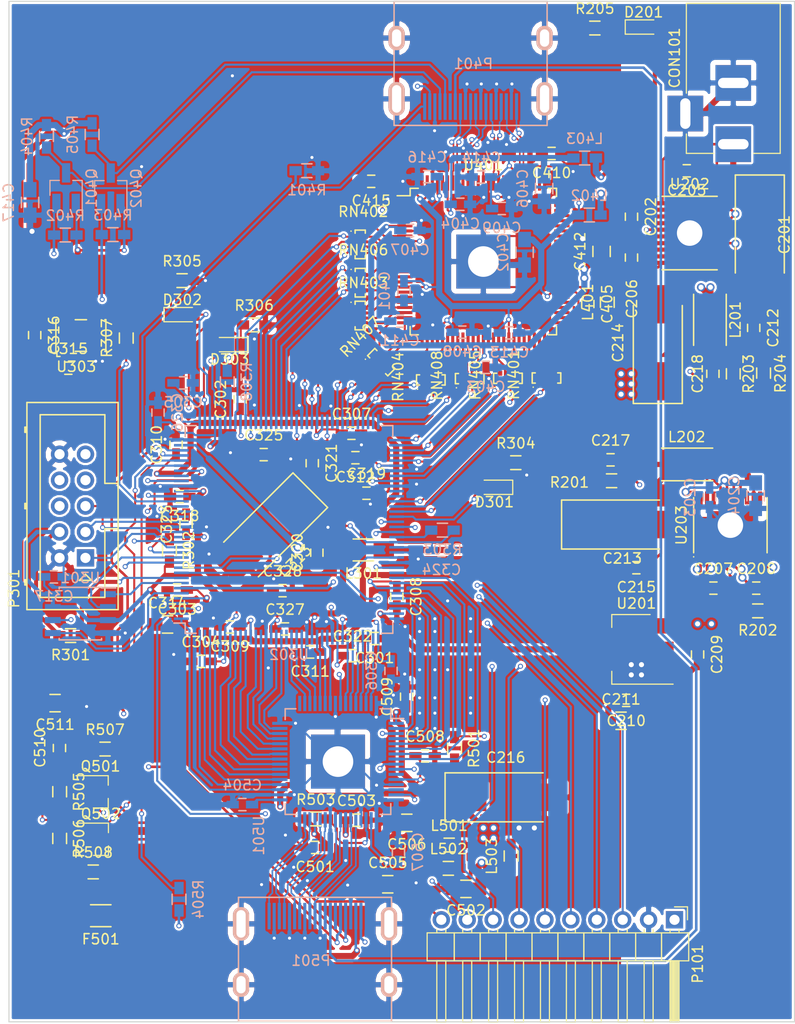
<source format=kicad_pcb>
(kicad_pcb (version 20160815) (host pcbnew "(2017-01-20 revision 2de913797)-master")

  (general
    (links 518)
    (no_connects 0)
    (area 12.949999 12.949999 90.050001 113.050001)
    (thickness 1.6)
    (drawings 4)
    (tracks 2668)
    (zones 0)
    (modules 138)
    (nets 216)
  )

  (page A4)
  (layers
    (0 F.Cu signal)
    (1 In1.Cu signal)
    (2 In2.Cu signal)
    (31 B.Cu signal)
    (32 B.Adhes user)
    (33 F.Adhes user)
    (34 B.Paste user)
    (35 F.Paste user)
    (36 B.SilkS user)
    (37 F.SilkS user)
    (38 B.Mask user)
    (39 F.Mask user)
    (40 Dwgs.User user)
    (41 Cmts.User user)
    (42 Eco1.User user)
    (43 Eco2.User user)
    (44 Edge.Cuts user)
    (45 Margin user)
    (46 B.CrtYd user)
    (47 F.CrtYd user)
    (48 B.Fab user hide)
    (49 F.Fab user hide)
  )

  (setup
    (last_trace_width 0.6)
    (user_trace_width 0.16)
    (user_trace_width 0.25)
    (user_trace_width 0.4)
    (user_trace_width 0.6)
    (user_trace_width 1.5)
    (trace_clearance 0.15)
    (zone_clearance 0.22)
    (zone_45_only no)
    (trace_min 0.155)
    (segment_width 0.2)
    (edge_width 0.1)
    (via_size 0.5)
    (via_drill 0.3)
    (via_min_size 0.5)
    (via_min_drill 0.3)
    (user_via 0.5 0.3)
    (user_via 0.8 0.5)
    (user_via 2.8 2.5)
    (uvia_size 0.3)
    (uvia_drill 0.1)
    (uvias_allowed no)
    (uvia_min_size 0.2)
    (uvia_min_drill 0.1)
    (pcb_text_width 0.3)
    (pcb_text_size 1.5 1.5)
    (mod_edge_width 0.15)
    (mod_text_size 1 1)
    (mod_text_width 0.15)
    (pad_size 1.5 1.5)
    (pad_drill 0.6)
    (pad_to_mask_clearance 0.2)
    (solder_mask_min_width 0.16)
    (aux_axis_origin 0 0)
    (visible_elements FFFFFF7F)
    (pcbplotparams
      (layerselection 0x00030_ffffffff)
      (usegerberextensions false)
      (excludeedgelayer true)
      (linewidth 0.100000)
      (plotframeref false)
      (viasonmask false)
      (mode 1)
      (useauxorigin false)
      (hpglpennumber 1)
      (hpglpenspeed 20)
      (hpglpendiameter 15)
      (psnegative false)
      (psa4output false)
      (plotreference true)
      (plotvalue true)
      (plotinvisibletext false)
      (padsonsilk false)
      (subtractmaskfromsilk false)
      (outputformat 1)
      (mirror false)
      (drillshape 1)
      (scaleselection 1)
      (outputdirectory ""))
  )

  (net 0 "")
  (net 1 GND)
  (net 2 /power/VIN)
  (net 3 +2V5)
  (net 4 +3V3)
  (net 5 +1V2)
  (net 6 "Net-(C217-Pad2)")
  (net 7 "Net-(C218-Pad2)")
  (net 8 +V_IO)
  (net 9 /dvi_in/PVDD)
  (net 10 /dvi_in/DVDD)
  (net 11 /dvi_in/AVDD)
  (net 12 +5V)
  (net 13 /dvi_out/TVDD)
  (net 14 /dvi_out/DVDD)
  (net 15 /dvi_out/PVDD)
  (net 16 "Net-(D201-Pad1)")
  (net 17 "Net-(D301-Pad1)")
  (net 18 "Net-(D301-Pad2)")
  (net 19 "Net-(D302-Pad2)")
  (net 20 "Net-(D302-Pad1)")
  (net 21 "Net-(D303-Pad1)")
  (net 22 "Net-(D303-Pad2)")
  (net 23 "Net-(F501-Pad1)")
  (net 24 /GPIO7)
  (net 25 /GPIO6)
  (net 26 /GPIO5)
  (net 27 /GPIO4)
  (net 28 /GPIO3)
  (net 29 /GPIO2)
  (net 30 /GPIO1)
  (net 31 /GPIO0)
  (net 32 "Net-(P301-Pad9)")
  (net 33 "Net-(P301-Pad8)")
  (net 34 "Net-(P301-Pad7)")
  (net 35 "Net-(P301-Pad6)")
  (net 36 "Net-(P301-Pad5)")
  (net 37 "Net-(P301-Pad3)")
  (net 38 "Net-(P301-Pad1)")
  (net 39 /dvi_in/DDCDAT_)
  (net 40 /dvi_in/DDCDAT_IN)
  (net 41 /dvi_in/DDCCLK_IN)
  (net 42 /dvi_in/DDCCLK_)
  (net 43 /dvi_out/DDCDAT_)
  (net 44 /dvi_out/DDCDAT)
  (net 45 /dvi_out/DDCCLK)
  (net 46 /dvi_out/DDCCLK_)
  (net 47 "Net-(R301-Pad1)")
  (net 48 "Net-(R302-Pad1)")
  (net 49 "Net-(R303-Pad1)")
  (net 50 "Net-(R307-Pad2)")
  (net 51 /fpga/CLK50)
  (net 52 /dvi_out/TXCLK+)
  (net 53 "Net-(R308-Pad1)")
  (net 54 /dvi_in/HOTPLUG)
  (net 55 "Net-(R501-Pad1)")
  (net 56 /dvi_out/MSEN)
  (net 57 "Net-(R503-Pad2)")
  (net 58 /dvi_out/HOTPLUG)
  (net 59 /dvi_out/VSYNC)
  (net 60 /dvi_out/HSYNC)
  (net 61 /dvi_out/DE)
  (net 62 /dvi_out/CTL3)
  (net 63 /dvi_out/CTL2)
  (net 64 /dvi_out/CTL1)
  (net 65 "Net-(RN401-Pad7)")
  (net 66 "Net-(RN401-Pad6)")
  (net 67 "Net-(RN401-Pad5)")
  (net 68 "Net-(RN401-Pad8)")
  (net 69 "Net-(RN401-Pad4)")
  (net 70 /dvi_in/HSYNC)
  (net 71 /dvi_in/VSYNC)
  (net 72 /dvi_in/DE)
  (net 73 "Net-(RN402-Pad7)")
  (net 74 "Net-(RN402-Pad6)")
  (net 75 "Net-(RN402-Pad5)")
  (net 76 "Net-(RN402-Pad8)")
  (net 77 /dvi_in/DATI3)
  (net 78 /dvi_in/DATI2)
  (net 79 /dvi_in/DATI1)
  (net 80 /dvi_in/DATI0)
  (net 81 "Net-(RN403-Pad7)")
  (net 82 "Net-(RN403-Pad6)")
  (net 83 "Net-(RN403-Pad5)")
  (net 84 "Net-(RN403-Pad8)")
  (net 85 /dvi_in/DATI11)
  (net 86 /dvi_in/DATI10)
  (net 87 /dvi_in/DATI9)
  (net 88 /dvi_in/DATI8)
  (net 89 "Net-(RN404-Pad7)")
  (net 90 "Net-(RN404-Pad6)")
  (net 91 "Net-(RN404-Pad5)")
  (net 92 "Net-(RN404-Pad8)")
  (net 93 /dvi_in/DATI19)
  (net 94 /dvi_in/DATI18)
  (net 95 /dvi_in/DATI17)
  (net 96 /dvi_in/DATI16)
  (net 97 /dvi_in/CTL1)
  (net 98 /dvi_in/CTL2)
  (net 99 /dvi_in/CTL3)
  (net 100 /fpga/CLKIN)
  (net 101 "Net-(RN405-Pad8)")
  (net 102 "Net-(RN405-Pad5)")
  (net 103 "Net-(RN405-Pad6)")
  (net 104 "Net-(RN405-Pad7)")
  (net 105 /dvi_in/DATI4)
  (net 106 /dvi_in/DATI5)
  (net 107 /dvi_in/DATI6)
  (net 108 /dvi_in/DATI7)
  (net 109 "Net-(RN406-Pad8)")
  (net 110 "Net-(RN406-Pad5)")
  (net 111 "Net-(RN406-Pad6)")
  (net 112 "Net-(RN406-Pad7)")
  (net 113 /dvi_in/DATI12)
  (net 114 /dvi_in/DATI13)
  (net 115 /dvi_in/DATI14)
  (net 116 /dvi_in/DATI15)
  (net 117 "Net-(RN407-Pad8)")
  (net 118 "Net-(RN407-Pad5)")
  (net 119 "Net-(RN407-Pad6)")
  (net 120 "Net-(RN407-Pad7)")
  (net 121 /dvi_in/DATI20)
  (net 122 /dvi_in/DATI21)
  (net 123 /dvi_in/DATI22)
  (net 124 /dvi_in/DATI23)
  (net 125 "Net-(RN408-Pad8)")
  (net 126 "Net-(RN408-Pad5)")
  (net 127 "Net-(RN408-Pad6)")
  (net 128 "Net-(RN408-Pad7)")
  (net 129 "Net-(U202-Pad3)")
  (net 130 "Net-(L201-Pad1)")
  (net 131 "Net-(L202-Pad1)")
  (net 132 "Net-(U203-Pad3)")
  (net 133 /fpga/DCLK)
  (net 134 /fpga/ASDI)
  (net 135 /fpga/DATA)
  (net 136 /fpga/nCS)
  (net 137 /dvi_out/DATO23)
  (net 138 /dvi_out/DATO22)
  (net 139 /dvi_out/DATO21)
  (net 140 /dvi_out/DATO20)
  (net 141 /dvi_out/DATO19)
  (net 142 /dvi_out/DATO18)
  (net 143 /dvi_out/DATO17)
  (net 144 /dvi_out/DATO16)
  (net 145 /dvi_out/DATO15)
  (net 146 /dvi_out/DATO14)
  (net 147 /dvi_out/DATO13)
  (net 148 /dvi_out/DATO12)
  (net 149 "Net-(U302-Pad127)")
  (net 150 /dvi_out/DATO11)
  (net 151 /dvi_out/DATO10)
  (net 152 /dvi_out/DATO9)
  (net 153 /dvi_out/DATO8)
  (net 154 /dvi_out/DATO7)
  (net 155 /dvi_out/DATO6)
  (net 156 /dvi_out/DATO5)
  (net 157 /dvi_out/DATO4)
  (net 158 /dvi_out/DATO3)
  (net 159 /dvi_out/DATO2)
  (net 160 /dvi_out/DATO1)
  (net 161 /dvi_out/DATO0)
  (net 162 "Net-(U302-Pad99)")
  (net 163 "Net-(U302-Pad84)")
  (net 164 "Net-(U302-Pad83)")
  (net 165 /dvi_in/LINK_ACT)
  (net 166 /dvi_in/PDOWN)
  (net 167 /dvi_out/EDGE)
  (net 168 /dvi_out/DKEN)
  (net 169 "Net-(U303-Pad1)")
  (net 170 "Net-(U401-Pad96)")
  (net 171 "Net-(U401-Pad77)")
  (net 172 "Net-(U401-Pad75)")
  (net 173 "Net-(U401-Pad74)")
  (net 174 "Net-(U401-Pad73)")
  (net 175 "Net-(U401-Pad72)")
  (net 176 "Net-(U401-Pad71)")
  (net 177 "Net-(U401-Pad70)")
  (net 178 "Net-(U401-Pad69)")
  (net 179 "Net-(U401-Pad66)")
  (net 180 "Net-(U401-Pad65)")
  (net 181 "Net-(U401-Pad64)")
  (net 182 "Net-(U401-Pad63)")
  (net 183 "Net-(U401-Pad62)")
  (net 184 "Net-(U401-Pad61)")
  (net 185 "Net-(U401-Pad60)")
  (net 186 "Net-(U401-Pad59)")
  (net 187 "Net-(U401-Pad56)")
  (net 188 "Net-(U401-Pad55)")
  (net 189 "Net-(U401-Pad54)")
  (net 190 "Net-(U401-Pad53)")
  (net 191 "Net-(U401-Pad52)")
  (net 192 "Net-(U401-Pad51)")
  (net 193 "Net-(U401-Pad50)")
  (net 194 "Net-(U401-Pad49)")
  (net 195 /dvi_out/TXC-)
  (net 196 /dvi_out/TXC+)
  (net 197 /dvi_out/TX0-)
  (net 198 /dvi_out/TX0+)
  (net 199 /dvi_out/TX1-)
  (net 200 /dvi_out/TX1+)
  (net 201 /dvi_out/TX2-)
  (net 202 /dvi_out/TX2+)
  (net 203 "Net-(U501-Pad49)")
  (net 204 "Net-(P401-Pad14)")
  (net 205 /dvi_in/CEC)
  (net 206 /dvi_in/RXC-)
  (net 207 /dvi_in/RX2+)
  (net 208 /dvi_in/RX2-)
  (net 209 /dvi_in/RX1+)
  (net 210 /dvi_in/RX1-)
  (net 211 /dvi_in/RX0+)
  (net 212 /dvi_in/RX0-)
  (net 213 /dvi_in/RXC+)
  (net 214 "Net-(P501-Pad14)")
  (net 215 "Net-(P501-Pad19)")

  (net_class Default "This is the default net class."
    (clearance 0.15)
    (trace_width 0.2)
    (via_dia 0.5)
    (via_drill 0.3)
    (uvia_dia 0.3)
    (uvia_drill 0.1)
    (diff_pair_gap 0.2)
    (diff_pair_width 0.16)
    (add_net +1V2)
    (add_net +2V5)
    (add_net +3V3)
    (add_net +5V)
    (add_net +V_IO)
    (add_net /GPIO0)
    (add_net /GPIO1)
    (add_net /GPIO2)
    (add_net /GPIO3)
    (add_net /GPIO4)
    (add_net /GPIO5)
    (add_net /GPIO6)
    (add_net /GPIO7)
    (add_net /dvi_in/AVDD)
    (add_net /dvi_in/CEC)
    (add_net /dvi_in/CTL1)
    (add_net /dvi_in/CTL2)
    (add_net /dvi_in/CTL3)
    (add_net /dvi_in/DATI0)
    (add_net /dvi_in/DATI1)
    (add_net /dvi_in/DATI10)
    (add_net /dvi_in/DATI11)
    (add_net /dvi_in/DATI12)
    (add_net /dvi_in/DATI13)
    (add_net /dvi_in/DATI14)
    (add_net /dvi_in/DATI15)
    (add_net /dvi_in/DATI16)
    (add_net /dvi_in/DATI17)
    (add_net /dvi_in/DATI18)
    (add_net /dvi_in/DATI19)
    (add_net /dvi_in/DATI2)
    (add_net /dvi_in/DATI20)
    (add_net /dvi_in/DATI21)
    (add_net /dvi_in/DATI22)
    (add_net /dvi_in/DATI23)
    (add_net /dvi_in/DATI3)
    (add_net /dvi_in/DATI4)
    (add_net /dvi_in/DATI5)
    (add_net /dvi_in/DATI6)
    (add_net /dvi_in/DATI7)
    (add_net /dvi_in/DATI8)
    (add_net /dvi_in/DATI9)
    (add_net /dvi_in/DDCCLK_)
    (add_net /dvi_in/DDCCLK_IN)
    (add_net /dvi_in/DDCDAT_)
    (add_net /dvi_in/DDCDAT_IN)
    (add_net /dvi_in/DE)
    (add_net /dvi_in/DVDD)
    (add_net /dvi_in/HOTPLUG)
    (add_net /dvi_in/HSYNC)
    (add_net /dvi_in/LINK_ACT)
    (add_net /dvi_in/PDOWN)
    (add_net /dvi_in/PVDD)
    (add_net /dvi_in/RX0+)
    (add_net /dvi_in/RX0-)
    (add_net /dvi_in/RX1+)
    (add_net /dvi_in/RX1-)
    (add_net /dvi_in/RX2+)
    (add_net /dvi_in/RX2-)
    (add_net /dvi_in/RXC+)
    (add_net /dvi_in/RXC-)
    (add_net /dvi_in/VSYNC)
    (add_net /dvi_out/CTL1)
    (add_net /dvi_out/CTL2)
    (add_net /dvi_out/CTL3)
    (add_net /dvi_out/DATO0)
    (add_net /dvi_out/DATO1)
    (add_net /dvi_out/DATO10)
    (add_net /dvi_out/DATO11)
    (add_net /dvi_out/DATO12)
    (add_net /dvi_out/DATO13)
    (add_net /dvi_out/DATO14)
    (add_net /dvi_out/DATO15)
    (add_net /dvi_out/DATO16)
    (add_net /dvi_out/DATO17)
    (add_net /dvi_out/DATO18)
    (add_net /dvi_out/DATO19)
    (add_net /dvi_out/DATO2)
    (add_net /dvi_out/DATO20)
    (add_net /dvi_out/DATO21)
    (add_net /dvi_out/DATO22)
    (add_net /dvi_out/DATO23)
    (add_net /dvi_out/DATO3)
    (add_net /dvi_out/DATO4)
    (add_net /dvi_out/DATO5)
    (add_net /dvi_out/DATO6)
    (add_net /dvi_out/DATO7)
    (add_net /dvi_out/DATO8)
    (add_net /dvi_out/DATO9)
    (add_net /dvi_out/DDCCLK)
    (add_net /dvi_out/DDCCLK_)
    (add_net /dvi_out/DDCDAT)
    (add_net /dvi_out/DDCDAT_)
    (add_net /dvi_out/DE)
    (add_net /dvi_out/DKEN)
    (add_net /dvi_out/DVDD)
    (add_net /dvi_out/EDGE)
    (add_net /dvi_out/HOTPLUG)
    (add_net /dvi_out/HSYNC)
    (add_net /dvi_out/MSEN)
    (add_net /dvi_out/PVDD)
    (add_net /dvi_out/TVDD)
    (add_net /dvi_out/TX0+)
    (add_net /dvi_out/TX0-)
    (add_net /dvi_out/TX1+)
    (add_net /dvi_out/TX1-)
    (add_net /dvi_out/TX2+)
    (add_net /dvi_out/TX2-)
    (add_net /dvi_out/TXC+)
    (add_net /dvi_out/TXC-)
    (add_net /dvi_out/TXCLK+)
    (add_net /dvi_out/VSYNC)
    (add_net /fpga/ASDI)
    (add_net /fpga/CLK50)
    (add_net /fpga/CLKIN)
    (add_net /fpga/DATA)
    (add_net /fpga/DCLK)
    (add_net /fpga/nCS)
    (add_net /power/VIN)
    (add_net GND)
    (add_net "Net-(C217-Pad2)")
    (add_net "Net-(C218-Pad2)")
    (add_net "Net-(D201-Pad1)")
    (add_net "Net-(D301-Pad1)")
    (add_net "Net-(D301-Pad2)")
    (add_net "Net-(D302-Pad1)")
    (add_net "Net-(D302-Pad2)")
    (add_net "Net-(D303-Pad1)")
    (add_net "Net-(D303-Pad2)")
    (add_net "Net-(F501-Pad1)")
    (add_net "Net-(L201-Pad1)")
    (add_net "Net-(L202-Pad1)")
    (add_net "Net-(P301-Pad1)")
    (add_net "Net-(P301-Pad3)")
    (add_net "Net-(P301-Pad5)")
    (add_net "Net-(P301-Pad6)")
    (add_net "Net-(P301-Pad7)")
    (add_net "Net-(P301-Pad8)")
    (add_net "Net-(P301-Pad9)")
    (add_net "Net-(P401-Pad14)")
    (add_net "Net-(P501-Pad14)")
    (add_net "Net-(P501-Pad19)")
    (add_net "Net-(R301-Pad1)")
    (add_net "Net-(R302-Pad1)")
    (add_net "Net-(R303-Pad1)")
    (add_net "Net-(R307-Pad2)")
    (add_net "Net-(R308-Pad1)")
    (add_net "Net-(R501-Pad1)")
    (add_net "Net-(R503-Pad2)")
    (add_net "Net-(RN401-Pad4)")
    (add_net "Net-(RN401-Pad5)")
    (add_net "Net-(RN401-Pad6)")
    (add_net "Net-(RN401-Pad7)")
    (add_net "Net-(RN401-Pad8)")
    (add_net "Net-(RN402-Pad5)")
    (add_net "Net-(RN402-Pad6)")
    (add_net "Net-(RN402-Pad7)")
    (add_net "Net-(RN402-Pad8)")
    (add_net "Net-(RN403-Pad5)")
    (add_net "Net-(RN403-Pad6)")
    (add_net "Net-(RN403-Pad7)")
    (add_net "Net-(RN403-Pad8)")
    (add_net "Net-(RN404-Pad5)")
    (add_net "Net-(RN404-Pad6)")
    (add_net "Net-(RN404-Pad7)")
    (add_net "Net-(RN404-Pad8)")
    (add_net "Net-(RN405-Pad5)")
    (add_net "Net-(RN405-Pad6)")
    (add_net "Net-(RN405-Pad7)")
    (add_net "Net-(RN405-Pad8)")
    (add_net "Net-(RN406-Pad5)")
    (add_net "Net-(RN406-Pad6)")
    (add_net "Net-(RN406-Pad7)")
    (add_net "Net-(RN406-Pad8)")
    (add_net "Net-(RN407-Pad5)")
    (add_net "Net-(RN407-Pad6)")
    (add_net "Net-(RN407-Pad7)")
    (add_net "Net-(RN407-Pad8)")
    (add_net "Net-(RN408-Pad5)")
    (add_net "Net-(RN408-Pad6)")
    (add_net "Net-(RN408-Pad7)")
    (add_net "Net-(RN408-Pad8)")
    (add_net "Net-(U202-Pad3)")
    (add_net "Net-(U203-Pad3)")
    (add_net "Net-(U302-Pad127)")
    (add_net "Net-(U302-Pad83)")
    (add_net "Net-(U302-Pad84)")
    (add_net "Net-(U302-Pad99)")
    (add_net "Net-(U303-Pad1)")
    (add_net "Net-(U401-Pad49)")
    (add_net "Net-(U401-Pad50)")
    (add_net "Net-(U401-Pad51)")
    (add_net "Net-(U401-Pad52)")
    (add_net "Net-(U401-Pad53)")
    (add_net "Net-(U401-Pad54)")
    (add_net "Net-(U401-Pad55)")
    (add_net "Net-(U401-Pad56)")
    (add_net "Net-(U401-Pad59)")
    (add_net "Net-(U401-Pad60)")
    (add_net "Net-(U401-Pad61)")
    (add_net "Net-(U401-Pad62)")
    (add_net "Net-(U401-Pad63)")
    (add_net "Net-(U401-Pad64)")
    (add_net "Net-(U401-Pad65)")
    (add_net "Net-(U401-Pad66)")
    (add_net "Net-(U401-Pad69)")
    (add_net "Net-(U401-Pad70)")
    (add_net "Net-(U401-Pad71)")
    (add_net "Net-(U401-Pad72)")
    (add_net "Net-(U401-Pad73)")
    (add_net "Net-(U401-Pad74)")
    (add_net "Net-(U401-Pad75)")
    (add_net "Net-(U401-Pad77)")
    (add_net "Net-(U401-Pad96)")
    (add_net "Net-(U501-Pad49)")
  )

  (module Inductors:Inductor_Taiyo-Yuden_NR-30xx_HandSoldering (layer F.Cu) (tedit 574C3AE3) (tstamp 587BC89E)
    (at 79.48 58.38 180)
    (descr "Inductor, Taiyo Yuden, NR series, Taiyo-Yuden_NR-30xx, 3.0mmx3.0mm")
    (tags "inductor taiyo-yuden nr smd")
    (path /5839A46D/587999C1)
    (attr smd)
    (fp_text reference L202 (at 0.05 2.69 180) (layer F.SilkS)
      (effects (font (size 1 1) (thickness 0.15)))
    )
    (fp_text value 490nH-1uH (at 0 3 180) (layer F.Fab)
      (effects (font (size 1 1) (thickness 0.15)))
    )
    (fp_line (start -1.5 0) (end -1.5 -0.95) (layer F.Fab) (width 0.15))
    (fp_line (start -1.5 -0.95) (end -0.95 -1.5) (layer F.Fab) (width 0.15))
    (fp_line (start -0.95 -1.5) (end 0 -1.5) (layer F.Fab) (width 0.15))
    (fp_line (start 1.5 0) (end 1.5 -0.95) (layer F.Fab) (width 0.15))
    (fp_line (start 1.5 -0.95) (end 0.95 -1.5) (layer F.Fab) (width 0.15))
    (fp_line (start 0.95 -1.5) (end 0 -1.5) (layer F.Fab) (width 0.15))
    (fp_line (start 1.5 0) (end 1.5 0.95) (layer F.Fab) (width 0.15))
    (fp_line (start 1.5 0.95) (end 0.95 1.5) (layer F.Fab) (width 0.15))
    (fp_line (start 0.95 1.5) (end 0 1.5) (layer F.Fab) (width 0.15))
    (fp_line (start -1.5 0) (end -1.5 0.95) (layer F.Fab) (width 0.15))
    (fp_line (start -1.5 0.95) (end -0.95 1.5) (layer F.Fab) (width 0.15))
    (fp_line (start -0.95 1.5) (end 0 1.5) (layer F.Fab) (width 0.15))
    (fp_line (start -2.5 -1.6) (end 2.5 -1.6) (layer F.SilkS) (width 0.15))
    (fp_line (start -2.5 1.6) (end 2.5 1.6) (layer F.SilkS) (width 0.15))
    (fp_line (start -2.75 -1.8) (end -2.75 1.8) (layer F.CrtYd) (width 0.05))
    (fp_line (start -2.75 1.8) (end 2.75 1.8) (layer F.CrtYd) (width 0.05))
    (fp_line (start 2.75 1.8) (end 2.75 -1.8) (layer F.CrtYd) (width 0.05))
    (fp_line (start 2.75 -1.8) (end -2.75 -1.8) (layer F.CrtYd) (width 0.05))
    (pad 1 smd rect (at -1.6 0 180) (size 1.8 2.9) (layers F.Cu F.Paste F.Mask)
      (net 131 "Net-(L202-Pad1)"))
    (pad 2 smd rect (at 1.6 0 180) (size 1.8 2.9) (layers F.Cu F.Paste F.Mask)
      (net 5 +1V2))
    (model Inductors.3dshapes/Inductor_Taiyo-Yuden_NR-30xx.wrl
      (at (xyz 0 0 0))
      (scale (xyz 1 1 1))
      (rotate (xyz 0 0 0))
    )
  )

  (module Capacitors_Tantalum_SMD:Tantalum_Case-D_EIA-7343-31_Hand (layer F.Cu) (tedit 57B6E980) (tstamp 58797C0F)
    (at 86.6 35.97 270)
    (descr "Tantalum capacitor, Case D, EIA 7343-31, 7.3x4.3x2.8mm, Hand soldering footprint")
    (tags "capacitor tantalum smd")
    (path /5839A46D/58797306)
    (attr smd)
    (fp_text reference C201 (at -0.11 -2.41 270) (layer F.SilkS)
      (effects (font (size 1 1) (thickness 0.15)))
    )
    (fp_text value 100u (at 0 3.9 270) (layer F.Fab)
      (effects (font (size 1 1) (thickness 0.15)))
    )
    (fp_line (start -5.95 -2.4) (end -5.95 2.4) (layer F.SilkS) (width 0.15))
    (fp_line (start -5.95 2.4) (end 3.65 2.4) (layer F.SilkS) (width 0.15))
    (fp_line (start -5.95 -2.4) (end 3.65 -2.4) (layer F.SilkS) (width 0.15))
    (fp_line (start -2.555 -2.15) (end -2.555 2.15) (layer F.Fab) (width 0.15))
    (fp_line (start -2.92 -2.15) (end -2.92 2.15) (layer F.Fab) (width 0.15))
    (fp_line (start 3.65 -2.15) (end -3.65 -2.15) (layer F.Fab) (width 0.15))
    (fp_line (start 3.65 2.15) (end 3.65 -2.15) (layer F.Fab) (width 0.15))
    (fp_line (start -3.65 2.15) (end 3.65 2.15) (layer F.Fab) (width 0.15))
    (fp_line (start -3.65 -2.15) (end -3.65 2.15) (layer F.Fab) (width 0.15))
    (fp_line (start 6.05 -2.5) (end -6.05 -2.5) (layer F.CrtYd) (width 0.05))
    (fp_line (start 6.05 2.5) (end 6.05 -2.5) (layer F.CrtYd) (width 0.05))
    (fp_line (start -6.05 2.5) (end 6.05 2.5) (layer F.CrtYd) (width 0.05))
    (fp_line (start -6.05 -2.5) (end -6.05 2.5) (layer F.CrtYd) (width 0.05))
    (pad 2 smd rect (at 3.775 0 270) (size 3.75 2.7) (layers F.Cu F.Paste F.Mask)
      (net 1 GND))
    (pad 1 smd rect (at -3.775 0 270) (size 3.75 2.7) (layers F.Cu F.Paste F.Mask)
      (net 2 /power/VIN))
    (model Capacitors_Tantalum_SMD.3dshapes/Tantalum_Case-D_EIA-7343-31.wrl
      (at (xyz 0 0 0))
      (scale (xyz 1 1 1))
      (rotate (xyz 0 0 0))
    )
  )

  (module Capacitors_SMD:C_0603_HandSoldering (layer F.Cu) (tedit 541A9B4D) (tstamp 58797C1F)
    (at 74.02 34.11 270)
    (descr "Capacitor SMD 0603, hand soldering")
    (tags "capacitor 0603")
    (path /5839A46D/5879A330)
    (attr smd)
    (fp_text reference C202 (at 0 -1.9 270) (layer F.SilkS)
      (effects (font (size 1 1) (thickness 0.15)))
    )
    (fp_text value 100n (at 0 1.9 270) (layer F.Fab)
      (effects (font (size 1 1) (thickness 0.15)))
    )
    (fp_line (start -0.8 0.4) (end -0.8 -0.4) (layer F.Fab) (width 0.15))
    (fp_line (start 0.8 0.4) (end -0.8 0.4) (layer F.Fab) (width 0.15))
    (fp_line (start 0.8 -0.4) (end 0.8 0.4) (layer F.Fab) (width 0.15))
    (fp_line (start -0.8 -0.4) (end 0.8 -0.4) (layer F.Fab) (width 0.15))
    (fp_line (start -1.85 -0.75) (end 1.85 -0.75) (layer F.CrtYd) (width 0.05))
    (fp_line (start -1.85 0.75) (end 1.85 0.75) (layer F.CrtYd) (width 0.05))
    (fp_line (start -1.85 -0.75) (end -1.85 0.75) (layer F.CrtYd) (width 0.05))
    (fp_line (start 1.85 -0.75) (end 1.85 0.75) (layer F.CrtYd) (width 0.05))
    (fp_line (start -0.35 -0.6) (end 0.35 -0.6) (layer F.SilkS) (width 0.15))
    (fp_line (start 0.35 0.6) (end -0.35 0.6) (layer F.SilkS) (width 0.15))
    (pad 1 smd rect (at -0.95 0 270) (size 1.2 0.75) (layers F.Cu F.Paste F.Mask)
      (net 2 /power/VIN))
    (pad 2 smd rect (at 0.95 0 270) (size 1.2 0.75) (layers F.Cu F.Paste F.Mask)
      (net 1 GND))
    (model Capacitors_SMD.3dshapes/C_0603_HandSoldering.wrl
      (at (xyz 0 0 0))
      (scale (xyz 1 1 1))
      (rotate (xyz 0 0 0))
    )
  )

  (module Capacitors_SMD:C_0603_HandSoldering (layer B.Cu) (tedit 541A9B4D) (tstamp 58797C2F)
    (at 81.67 61.6 270)
    (descr "Capacitor SMD 0603, hand soldering")
    (tags "capacitor 0603")
    (path /5839A46D/58797543)
    (attr smd)
    (fp_text reference C203 (at 0 1.9 270) (layer B.SilkS)
      (effects (font (size 1 1) (thickness 0.15)) (justify mirror))
    )
    (fp_text value 100n (at 0 -1.9 270) (layer B.Fab)
      (effects (font (size 1 1) (thickness 0.15)) (justify mirror))
    )
    (fp_line (start 0.35 -0.6) (end -0.35 -0.6) (layer B.SilkS) (width 0.15))
    (fp_line (start -0.35 0.6) (end 0.35 0.6) (layer B.SilkS) (width 0.15))
    (fp_line (start 1.85 0.75) (end 1.85 -0.75) (layer B.CrtYd) (width 0.05))
    (fp_line (start -1.85 0.75) (end -1.85 -0.75) (layer B.CrtYd) (width 0.05))
    (fp_line (start -1.85 -0.75) (end 1.85 -0.75) (layer B.CrtYd) (width 0.05))
    (fp_line (start -1.85 0.75) (end 1.85 0.75) (layer B.CrtYd) (width 0.05))
    (fp_line (start -0.8 0.4) (end 0.8 0.4) (layer B.Fab) (width 0.15))
    (fp_line (start 0.8 0.4) (end 0.8 -0.4) (layer B.Fab) (width 0.15))
    (fp_line (start 0.8 -0.4) (end -0.8 -0.4) (layer B.Fab) (width 0.15))
    (fp_line (start -0.8 -0.4) (end -0.8 0.4) (layer B.Fab) (width 0.15))
    (pad 2 smd rect (at 0.95 0 270) (size 1.2 0.75) (layers B.Cu B.Paste B.Mask)
      (net 1 GND))
    (pad 1 smd rect (at -0.95 0 270) (size 1.2 0.75) (layers B.Cu B.Paste B.Mask)
      (net 2 /power/VIN))
    (model Capacitors_SMD.3dshapes/C_0603_HandSoldering.wrl
      (at (xyz 0 0 0))
      (scale (xyz 1 1 1))
      (rotate (xyz 0 0 0))
    )
  )

  (module Capacitors_SMD:C_0805_HandSoldering (layer B.Cu) (tedit 541A9B8D) (tstamp 58797C3F)
    (at 86.19 61.44 270)
    (descr "Capacitor SMD 0805, hand soldering")
    (tags "capacitor 0805")
    (path /5839A46D/58797422)
    (attr smd)
    (fp_text reference C204 (at 0 2.1 270) (layer B.SilkS)
      (effects (font (size 1 1) (thickness 0.15)) (justify mirror))
    )
    (fp_text value 10u (at 0 -2.1 270) (layer B.Fab)
      (effects (font (size 1 1) (thickness 0.15)) (justify mirror))
    )
    (fp_line (start -1 -0.625) (end -1 0.625) (layer B.Fab) (width 0.15))
    (fp_line (start 1 -0.625) (end -1 -0.625) (layer B.Fab) (width 0.15))
    (fp_line (start 1 0.625) (end 1 -0.625) (layer B.Fab) (width 0.15))
    (fp_line (start -1 0.625) (end 1 0.625) (layer B.Fab) (width 0.15))
    (fp_line (start -2.3 1) (end 2.3 1) (layer B.CrtYd) (width 0.05))
    (fp_line (start -2.3 -1) (end 2.3 -1) (layer B.CrtYd) (width 0.05))
    (fp_line (start -2.3 1) (end -2.3 -1) (layer B.CrtYd) (width 0.05))
    (fp_line (start 2.3 1) (end 2.3 -1) (layer B.CrtYd) (width 0.05))
    (fp_line (start 0.5 0.85) (end -0.5 0.85) (layer B.SilkS) (width 0.15))
    (fp_line (start -0.5 -0.85) (end 0.5 -0.85) (layer B.SilkS) (width 0.15))
    (pad 1 smd rect (at -1.25 0 270) (size 1.5 1.25) (layers B.Cu B.Paste B.Mask)
      (net 2 /power/VIN))
    (pad 2 smd rect (at 1.25 0 270) (size 1.5 1.25) (layers B.Cu B.Paste B.Mask)
      (net 1 GND))
    (model Capacitors_SMD.3dshapes/C_0805_HandSoldering.wrl
      (at (xyz 0 0 0))
      (scale (xyz 1 1 1))
      (rotate (xyz 0 0 0))
    )
  )

  (module Capacitors_SMD:C_0603_HandSoldering (layer F.Cu) (tedit 541A9B4D) (tstamp 58797C4F)
    (at 79.44 29.61 180)
    (descr "Capacitor SMD 0603, hand soldering")
    (tags "capacitor 0603")
    (path /5839A46D/5879A32A)
    (attr smd)
    (fp_text reference C205 (at 0 -1.9 180) (layer F.SilkS)
      (effects (font (size 1 1) (thickness 0.15)))
    )
    (fp_text value 100n (at 0 1.9 180) (layer F.Fab)
      (effects (font (size 1 1) (thickness 0.15)))
    )
    (fp_line (start 0.35 0.6) (end -0.35 0.6) (layer F.SilkS) (width 0.15))
    (fp_line (start -0.35 -0.6) (end 0.35 -0.6) (layer F.SilkS) (width 0.15))
    (fp_line (start 1.85 -0.75) (end 1.85 0.75) (layer F.CrtYd) (width 0.05))
    (fp_line (start -1.85 -0.75) (end -1.85 0.75) (layer F.CrtYd) (width 0.05))
    (fp_line (start -1.85 0.75) (end 1.85 0.75) (layer F.CrtYd) (width 0.05))
    (fp_line (start -1.85 -0.75) (end 1.85 -0.75) (layer F.CrtYd) (width 0.05))
    (fp_line (start -0.8 -0.4) (end 0.8 -0.4) (layer F.Fab) (width 0.15))
    (fp_line (start 0.8 -0.4) (end 0.8 0.4) (layer F.Fab) (width 0.15))
    (fp_line (start 0.8 0.4) (end -0.8 0.4) (layer F.Fab) (width 0.15))
    (fp_line (start -0.8 0.4) (end -0.8 -0.4) (layer F.Fab) (width 0.15))
    (pad 2 smd rect (at 0.95 0 180) (size 1.2 0.75) (layers F.Cu F.Paste F.Mask)
      (net 1 GND))
    (pad 1 smd rect (at -0.95 0 180) (size 1.2 0.75) (layers F.Cu F.Paste F.Mask)
      (net 2 /power/VIN))
    (model Capacitors_SMD.3dshapes/C_0603_HandSoldering.wrl
      (at (xyz 0 0 0))
      (scale (xyz 1 1 1))
      (rotate (xyz 0 0 0))
    )
  )

  (module Capacitors_SMD:C_0603_HandSoldering (layer F.Cu) (tedit 541A9B4D) (tstamp 58797C5F)
    (at 74.02 38.11 270)
    (descr "Capacitor SMD 0603, hand soldering")
    (tags "capacitor 0603")
    (path /5839A46D/5879A336)
    (attr smd)
    (fp_text reference C206 (at 4.04 -0.04 270) (layer F.SilkS)
      (effects (font (size 1 1) (thickness 0.15)))
    )
    (fp_text value 100n (at 0 1.9 270) (layer F.Fab)
      (effects (font (size 1 1) (thickness 0.15)))
    )
    (fp_line (start 0.35 0.6) (end -0.35 0.6) (layer F.SilkS) (width 0.15))
    (fp_line (start -0.35 -0.6) (end 0.35 -0.6) (layer F.SilkS) (width 0.15))
    (fp_line (start 1.85 -0.75) (end 1.85 0.75) (layer F.CrtYd) (width 0.05))
    (fp_line (start -1.85 -0.75) (end -1.85 0.75) (layer F.CrtYd) (width 0.05))
    (fp_line (start -1.85 0.75) (end 1.85 0.75) (layer F.CrtYd) (width 0.05))
    (fp_line (start -1.85 -0.75) (end 1.85 -0.75) (layer F.CrtYd) (width 0.05))
    (fp_line (start -0.8 -0.4) (end 0.8 -0.4) (layer F.Fab) (width 0.15))
    (fp_line (start 0.8 -0.4) (end 0.8 0.4) (layer F.Fab) (width 0.15))
    (fp_line (start 0.8 0.4) (end -0.8 0.4) (layer F.Fab) (width 0.15))
    (fp_line (start -0.8 0.4) (end -0.8 -0.4) (layer F.Fab) (width 0.15))
    (pad 2 smd rect (at 0.95 0 270) (size 1.2 0.75) (layers F.Cu F.Paste F.Mask)
      (net 1 GND))
    (pad 1 smd rect (at -0.95 0 270) (size 1.2 0.75) (layers F.Cu F.Paste F.Mask)
      (net 2 /power/VIN))
    (model Capacitors_SMD.3dshapes/C_0603_HandSoldering.wrl
      (at (xyz 0 0 0))
      (scale (xyz 1 1 1))
      (rotate (xyz 0 0 0))
    )
  )

  (module Capacitors_SMD:C_0603_HandSoldering (layer F.Cu) (tedit 541A9B4D) (tstamp 58797C6F)
    (at 82.05 70.5)
    (descr "Capacitor SMD 0603, hand soldering")
    (tags "capacitor 0603")
    (path /5839A46D/587974D6)
    (attr smd)
    (fp_text reference C207 (at 0 -1.9) (layer F.SilkS)
      (effects (font (size 1 1) (thickness 0.15)))
    )
    (fp_text value 100n (at 0 1.9) (layer F.Fab)
      (effects (font (size 1 1) (thickness 0.15)))
    )
    (fp_line (start -0.8 0.4) (end -0.8 -0.4) (layer F.Fab) (width 0.15))
    (fp_line (start 0.8 0.4) (end -0.8 0.4) (layer F.Fab) (width 0.15))
    (fp_line (start 0.8 -0.4) (end 0.8 0.4) (layer F.Fab) (width 0.15))
    (fp_line (start -0.8 -0.4) (end 0.8 -0.4) (layer F.Fab) (width 0.15))
    (fp_line (start -1.85 -0.75) (end 1.85 -0.75) (layer F.CrtYd) (width 0.05))
    (fp_line (start -1.85 0.75) (end 1.85 0.75) (layer F.CrtYd) (width 0.05))
    (fp_line (start -1.85 -0.75) (end -1.85 0.75) (layer F.CrtYd) (width 0.05))
    (fp_line (start 1.85 -0.75) (end 1.85 0.75) (layer F.CrtYd) (width 0.05))
    (fp_line (start -0.35 -0.6) (end 0.35 -0.6) (layer F.SilkS) (width 0.15))
    (fp_line (start 0.35 0.6) (end -0.35 0.6) (layer F.SilkS) (width 0.15))
    (pad 1 smd rect (at -0.95 0) (size 1.2 0.75) (layers F.Cu F.Paste F.Mask)
      (net 2 /power/VIN))
    (pad 2 smd rect (at 0.95 0) (size 1.2 0.75) (layers F.Cu F.Paste F.Mask)
      (net 1 GND))
    (model Capacitors_SMD.3dshapes/C_0603_HandSoldering.wrl
      (at (xyz 0 0 0))
      (scale (xyz 1 1 1))
      (rotate (xyz 0 0 0))
    )
  )

  (module Capacitors_SMD:C_0603_HandSoldering (layer F.Cu) (tedit 541A9B4D) (tstamp 58797C7F)
    (at 86.25 70.5)
    (descr "Capacitor SMD 0603, hand soldering")
    (tags "capacitor 0603")
    (path /5839A46D/58797595)
    (attr smd)
    (fp_text reference C208 (at 0 -1.9) (layer F.SilkS)
      (effects (font (size 1 1) (thickness 0.15)))
    )
    (fp_text value 100n (at 0 1.9) (layer F.Fab)
      (effects (font (size 1 1) (thickness 0.15)))
    )
    (fp_line (start -0.8 0.4) (end -0.8 -0.4) (layer F.Fab) (width 0.15))
    (fp_line (start 0.8 0.4) (end -0.8 0.4) (layer F.Fab) (width 0.15))
    (fp_line (start 0.8 -0.4) (end 0.8 0.4) (layer F.Fab) (width 0.15))
    (fp_line (start -0.8 -0.4) (end 0.8 -0.4) (layer F.Fab) (width 0.15))
    (fp_line (start -1.85 -0.75) (end 1.85 -0.75) (layer F.CrtYd) (width 0.05))
    (fp_line (start -1.85 0.75) (end 1.85 0.75) (layer F.CrtYd) (width 0.05))
    (fp_line (start -1.85 -0.75) (end -1.85 0.75) (layer F.CrtYd) (width 0.05))
    (fp_line (start 1.85 -0.75) (end 1.85 0.75) (layer F.CrtYd) (width 0.05))
    (fp_line (start -0.35 -0.6) (end 0.35 -0.6) (layer F.SilkS) (width 0.15))
    (fp_line (start 0.35 0.6) (end -0.35 0.6) (layer F.SilkS) (width 0.15))
    (pad 1 smd rect (at -0.95 0) (size 1.2 0.75) (layers F.Cu F.Paste F.Mask)
      (net 2 /power/VIN))
    (pad 2 smd rect (at 0.95 0) (size 1.2 0.75) (layers F.Cu F.Paste F.Mask)
      (net 1 GND))
    (model Capacitors_SMD.3dshapes/C_0603_HandSoldering.wrl
      (at (xyz 0 0 0))
      (scale (xyz 1 1 1))
      (rotate (xyz 0 0 0))
    )
  )

  (module Capacitors_SMD:C_0603_HandSoldering (layer F.Cu) (tedit 541A9B4D) (tstamp 58797C8F)
    (at 80.5 77 270)
    (descr "Capacitor SMD 0603, hand soldering")
    (tags "capacitor 0603")
    (path /5839A46D/5879D21C)
    (attr smd)
    (fp_text reference C209 (at 0 -1.9 270) (layer F.SilkS)
      (effects (font (size 1 1) (thickness 0.15)))
    )
    (fp_text value 100n (at 0 1.9 270) (layer F.Fab)
      (effects (font (size 1 1) (thickness 0.15)))
    )
    (fp_line (start -0.8 0.4) (end -0.8 -0.4) (layer F.Fab) (width 0.15))
    (fp_line (start 0.8 0.4) (end -0.8 0.4) (layer F.Fab) (width 0.15))
    (fp_line (start 0.8 -0.4) (end 0.8 0.4) (layer F.Fab) (width 0.15))
    (fp_line (start -0.8 -0.4) (end 0.8 -0.4) (layer F.Fab) (width 0.15))
    (fp_line (start -1.85 -0.75) (end 1.85 -0.75) (layer F.CrtYd) (width 0.05))
    (fp_line (start -1.85 0.75) (end 1.85 0.75) (layer F.CrtYd) (width 0.05))
    (fp_line (start -1.85 -0.75) (end -1.85 0.75) (layer F.CrtYd) (width 0.05))
    (fp_line (start 1.85 -0.75) (end 1.85 0.75) (layer F.CrtYd) (width 0.05))
    (fp_line (start -0.35 -0.6) (end 0.35 -0.6) (layer F.SilkS) (width 0.15))
    (fp_line (start 0.35 0.6) (end -0.35 0.6) (layer F.SilkS) (width 0.15))
    (pad 1 smd rect (at -0.95 0 270) (size 1.2 0.75) (layers F.Cu F.Paste F.Mask)
      (net 2 /power/VIN))
    (pad 2 smd rect (at 0.95 0 270) (size 1.2 0.75) (layers F.Cu F.Paste F.Mask)
      (net 1 GND))
    (model Capacitors_SMD.3dshapes/C_0603_HandSoldering.wrl
      (at (xyz 0 0 0))
      (scale (xyz 1 1 1))
      (rotate (xyz 0 0 0))
    )
  )

  (module Capacitors_SMD:C_0603_HandSoldering (layer F.Cu) (tedit 541A9B4D) (tstamp 58797C9F)
    (at 73.5 81.5)
    (descr "Capacitor SMD 0603, hand soldering")
    (tags "capacitor 0603")
    (path /5839A46D/5879D91A)
    (attr smd)
    (fp_text reference C210 (at 0 2) (layer F.SilkS)
      (effects (font (size 1 1) (thickness 0.15)))
    )
    (fp_text value 100n (at 0 1.9) (layer F.Fab)
      (effects (font (size 1 1) (thickness 0.15)))
    )
    (fp_line (start 0.35 0.6) (end -0.35 0.6) (layer F.SilkS) (width 0.15))
    (fp_line (start -0.35 -0.6) (end 0.35 -0.6) (layer F.SilkS) (width 0.15))
    (fp_line (start 1.85 -0.75) (end 1.85 0.75) (layer F.CrtYd) (width 0.05))
    (fp_line (start -1.85 -0.75) (end -1.85 0.75) (layer F.CrtYd) (width 0.05))
    (fp_line (start -1.85 0.75) (end 1.85 0.75) (layer F.CrtYd) (width 0.05))
    (fp_line (start -1.85 -0.75) (end 1.85 -0.75) (layer F.CrtYd) (width 0.05))
    (fp_line (start -0.8 -0.4) (end 0.8 -0.4) (layer F.Fab) (width 0.15))
    (fp_line (start 0.8 -0.4) (end 0.8 0.4) (layer F.Fab) (width 0.15))
    (fp_line (start 0.8 0.4) (end -0.8 0.4) (layer F.Fab) (width 0.15))
    (fp_line (start -0.8 0.4) (end -0.8 -0.4) (layer F.Fab) (width 0.15))
    (pad 2 smd rect (at 0.95 0) (size 1.2 0.75) (layers F.Cu F.Paste F.Mask)
      (net 1 GND))
    (pad 1 smd rect (at -0.95 0) (size 1.2 0.75) (layers F.Cu F.Paste F.Mask)
      (net 3 +2V5))
    (model Capacitors_SMD.3dshapes/C_0603_HandSoldering.wrl
      (at (xyz 0 0 0))
      (scale (xyz 1 1 1))
      (rotate (xyz 0 0 0))
    )
  )

  (module Capacitors_SMD:C_0805_HandSoldering (layer F.Cu) (tedit 541A9B8D) (tstamp 58797CAF)
    (at 73 83.5)
    (descr "Capacitor SMD 0805, hand soldering")
    (tags "capacitor 0805")
    (path /5839A46D/5879DDAA)
    (attr smd)
    (fp_text reference C211 (at 0 -2.1) (layer F.SilkS)
      (effects (font (size 1 1) (thickness 0.15)))
    )
    (fp_text value 22u (at 0 2.1) (layer F.Fab)
      (effects (font (size 1 1) (thickness 0.15)))
    )
    (fp_line (start -0.5 0.85) (end 0.5 0.85) (layer F.SilkS) (width 0.15))
    (fp_line (start 0.5 -0.85) (end -0.5 -0.85) (layer F.SilkS) (width 0.15))
    (fp_line (start 2.3 -1) (end 2.3 1) (layer F.CrtYd) (width 0.05))
    (fp_line (start -2.3 -1) (end -2.3 1) (layer F.CrtYd) (width 0.05))
    (fp_line (start -2.3 1) (end 2.3 1) (layer F.CrtYd) (width 0.05))
    (fp_line (start -2.3 -1) (end 2.3 -1) (layer F.CrtYd) (width 0.05))
    (fp_line (start -1 -0.625) (end 1 -0.625) (layer F.Fab) (width 0.15))
    (fp_line (start 1 -0.625) (end 1 0.625) (layer F.Fab) (width 0.15))
    (fp_line (start 1 0.625) (end -1 0.625) (layer F.Fab) (width 0.15))
    (fp_line (start -1 0.625) (end -1 -0.625) (layer F.Fab) (width 0.15))
    (pad 2 smd rect (at 1.25 0) (size 1.5 1.25) (layers F.Cu F.Paste F.Mask)
      (net 1 GND))
    (pad 1 smd rect (at -1.25 0) (size 1.5 1.25) (layers F.Cu F.Paste F.Mask)
      (net 3 +2V5))
    (model Capacitors_SMD.3dshapes/C_0805_HandSoldering.wrl
      (at (xyz 0 0 0))
      (scale (xyz 1 1 1))
      (rotate (xyz 0 0 0))
    )
  )

  (module Capacitors_SMD:C_0603_HandSoldering (layer F.Cu) (tedit 541A9B4D) (tstamp 58797CBF)
    (at 86 45 270)
    (descr "Capacitor SMD 0603, hand soldering")
    (tags "capacitor 0603")
    (path /5839A46D/58797F37)
    (attr smd)
    (fp_text reference C212 (at 0 -1.9 270) (layer F.SilkS)
      (effects (font (size 1 1) (thickness 0.15)))
    )
    (fp_text value 100n (at 0 1.9 270) (layer F.Fab)
      (effects (font (size 1 1) (thickness 0.15)))
    )
    (fp_line (start 0.35 0.6) (end -0.35 0.6) (layer F.SilkS) (width 0.15))
    (fp_line (start -0.35 -0.6) (end 0.35 -0.6) (layer F.SilkS) (width 0.15))
    (fp_line (start 1.85 -0.75) (end 1.85 0.75) (layer F.CrtYd) (width 0.05))
    (fp_line (start -1.85 -0.75) (end -1.85 0.75) (layer F.CrtYd) (width 0.05))
    (fp_line (start -1.85 0.75) (end 1.85 0.75) (layer F.CrtYd) (width 0.05))
    (fp_line (start -1.85 -0.75) (end 1.85 -0.75) (layer F.CrtYd) (width 0.05))
    (fp_line (start -0.8 -0.4) (end 0.8 -0.4) (layer F.Fab) (width 0.15))
    (fp_line (start 0.8 -0.4) (end 0.8 0.4) (layer F.Fab) (width 0.15))
    (fp_line (start 0.8 0.4) (end -0.8 0.4) (layer F.Fab) (width 0.15))
    (fp_line (start -0.8 0.4) (end -0.8 -0.4) (layer F.Fab) (width 0.15))
    (pad 2 smd rect (at 0.95 0 270) (size 1.2 0.75) (layers F.Cu F.Paste F.Mask)
      (net 4 +3V3))
    (pad 1 smd rect (at -0.95 0 270) (size 1.2 0.75) (layers F.Cu F.Paste F.Mask)
      (net 1 GND))
    (model Capacitors_SMD.3dshapes/C_0603_HandSoldering.wrl
      (at (xyz 0 0 0))
      (scale (xyz 1 1 1))
      (rotate (xyz 0 0 0))
    )
  )

  (module Capacitors_SMD:C_0603_HandSoldering (layer F.Cu) (tedit 541A9B4D) (tstamp 58797CEF)
    (at 74.5 68.5 180)
    (descr "Capacitor SMD 0603, hand soldering")
    (tags "capacitor 0603")
    (path /5839A46D/5879A43B)
    (attr smd)
    (fp_text reference C215 (at 0 -1.9 180) (layer F.SilkS)
      (effects (font (size 1 1) (thickness 0.15)))
    )
    (fp_text value 100n (at 0 1.9 180) (layer F.Fab)
      (effects (font (size 1 1) (thickness 0.15)))
    )
    (fp_line (start -0.8 0.4) (end -0.8 -0.4) (layer F.Fab) (width 0.15))
    (fp_line (start 0.8 0.4) (end -0.8 0.4) (layer F.Fab) (width 0.15))
    (fp_line (start 0.8 -0.4) (end 0.8 0.4) (layer F.Fab) (width 0.15))
    (fp_line (start -0.8 -0.4) (end 0.8 -0.4) (layer F.Fab) (width 0.15))
    (fp_line (start -1.85 -0.75) (end 1.85 -0.75) (layer F.CrtYd) (width 0.05))
    (fp_line (start -1.85 0.75) (end 1.85 0.75) (layer F.CrtYd) (width 0.05))
    (fp_line (start -1.85 -0.75) (end -1.85 0.75) (layer F.CrtYd) (width 0.05))
    (fp_line (start 1.85 -0.75) (end 1.85 0.75) (layer F.CrtYd) (width 0.05))
    (fp_line (start -0.35 -0.6) (end 0.35 -0.6) (layer F.SilkS) (width 0.15))
    (fp_line (start 0.35 0.6) (end -0.35 0.6) (layer F.SilkS) (width 0.15))
    (pad 1 smd rect (at -0.95 0 180) (size 1.2 0.75) (layers F.Cu F.Paste F.Mask)
      (net 1 GND))
    (pad 2 smd rect (at 0.95 0 180) (size 1.2 0.75) (layers F.Cu F.Paste F.Mask)
      (net 5 +1V2))
    (model Capacitors_SMD.3dshapes/C_0603_HandSoldering.wrl
      (at (xyz 0 0 0))
      (scale (xyz 1 1 1))
      (rotate (xyz 0 0 0))
    )
  )

  (module Capacitors_Tantalum_SMD:Tantalum_Case-D_EIA-7343-31_Hand (layer F.Cu) (tedit 57B6E980) (tstamp 58797D02)
    (at 61.7 91)
    (descr "Tantalum capacitor, Case D, EIA 7343-31, 7.3x4.3x2.8mm, Hand soldering footprint")
    (tags "capacitor tantalum smd")
    (path /5839A46D/58797EAB)
    (attr smd)
    (fp_text reference C216 (at 0 -3.9) (layer F.SilkS)
      (effects (font (size 1 1) (thickness 0.15)))
    )
    (fp_text value 100u (at 0 3.9) (layer F.Fab)
      (effects (font (size 1 1) (thickness 0.15)))
    )
    (fp_line (start -6.05 -2.5) (end -6.05 2.5) (layer F.CrtYd) (width 0.05))
    (fp_line (start -6.05 2.5) (end 6.05 2.5) (layer F.CrtYd) (width 0.05))
    (fp_line (start 6.05 2.5) (end 6.05 -2.5) (layer F.CrtYd) (width 0.05))
    (fp_line (start 6.05 -2.5) (end -6.05 -2.5) (layer F.CrtYd) (width 0.05))
    (fp_line (start -3.65 -2.15) (end -3.65 2.15) (layer F.Fab) (width 0.15))
    (fp_line (start -3.65 2.15) (end 3.65 2.15) (layer F.Fab) (width 0.15))
    (fp_line (start 3.65 2.15) (end 3.65 -2.15) (layer F.Fab) (width 0.15))
    (fp_line (start 3.65 -2.15) (end -3.65 -2.15) (layer F.Fab) (width 0.15))
    (fp_line (start -2.92 -2.15) (end -2.92 2.15) (layer F.Fab) (width 0.15))
    (fp_line (start -2.555 -2.15) (end -2.555 2.15) (layer F.Fab) (width 0.15))
    (fp_line (start -5.95 -2.4) (end 3.65 -2.4) (layer F.SilkS) (width 0.15))
    (fp_line (start -5.95 2.4) (end 3.65 2.4) (layer F.SilkS) (width 0.15))
    (fp_line (start -5.95 -2.4) (end -5.95 2.4) (layer F.SilkS) (width 0.15))
    (pad 1 smd rect (at -3.775 0) (size 3.75 2.7) (layers F.Cu F.Paste F.Mask)
      (net 4 +3V3))
    (pad 2 smd rect (at 3.775 0) (size 3.75 2.7) (layers F.Cu F.Paste F.Mask)
      (net 1 GND))
    (model Capacitors_Tantalum_SMD.3dshapes/Tantalum_Case-D_EIA-7343-31.wrl
      (at (xyz 0 0 0))
      (scale (xyz 1 1 1))
      (rotate (xyz 0 0 0))
    )
  )

  (module Capacitors_SMD:C_0603_HandSoldering (layer F.Cu) (tedit 541A9B4D) (tstamp 58797D12)
    (at 71.97 57.93)
    (descr "Capacitor SMD 0603, hand soldering")
    (tags "capacitor 0603")
    (path /5839A46D/5879B493)
    (attr smd)
    (fp_text reference C217 (at 0 -1.9) (layer F.SilkS)
      (effects (font (size 1 1) (thickness 0.15)))
    )
    (fp_text value 22p (at 0 1.9) (layer F.Fab)
      (effects (font (size 1 1) (thickness 0.15)))
    )
    (fp_line (start 0.35 0.6) (end -0.35 0.6) (layer F.SilkS) (width 0.15))
    (fp_line (start -0.35 -0.6) (end 0.35 -0.6) (layer F.SilkS) (width 0.15))
    (fp_line (start 1.85 -0.75) (end 1.85 0.75) (layer F.CrtYd) (width 0.05))
    (fp_line (start -1.85 -0.75) (end -1.85 0.75) (layer F.CrtYd) (width 0.05))
    (fp_line (start -1.85 0.75) (end 1.85 0.75) (layer F.CrtYd) (width 0.05))
    (fp_line (start -1.85 -0.75) (end 1.85 -0.75) (layer F.CrtYd) (width 0.05))
    (fp_line (start -0.8 -0.4) (end 0.8 -0.4) (layer F.Fab) (width 0.15))
    (fp_line (start 0.8 -0.4) (end 0.8 0.4) (layer F.Fab) (width 0.15))
    (fp_line (start 0.8 0.4) (end -0.8 0.4) (layer F.Fab) (width 0.15))
    (fp_line (start -0.8 0.4) (end -0.8 -0.4) (layer F.Fab) (width 0.15))
    (pad 2 smd rect (at 0.95 0) (size 1.2 0.75) (layers F.Cu F.Paste F.Mask)
      (net 6 "Net-(C217-Pad2)"))
    (pad 1 smd rect (at -0.95 0) (size 1.2 0.75) (layers F.Cu F.Paste F.Mask)
      (net 5 +1V2))
    (model Capacitors_SMD.3dshapes/C_0603_HandSoldering.wrl
      (at (xyz 0 0 0))
      (scale (xyz 1 1 1))
      (rotate (xyz 0 0 0))
    )
  )

  (module Capacitors_SMD:C_0603_HandSoldering (layer F.Cu) (tedit 541A9B4D) (tstamp 58797D22)
    (at 82 49.5 270)
    (descr "Capacitor SMD 0603, hand soldering")
    (tags "capacitor 0603")
    (path /5839A46D/5879814E)
    (attr smd)
    (fp_text reference C218 (at 0 1.5 270) (layer F.SilkS)
      (effects (font (size 1 1) (thickness 0.15)))
    )
    (fp_text value 22p (at 0 1.9 270) (layer F.Fab)
      (effects (font (size 1 1) (thickness 0.15)))
    )
    (fp_line (start -0.8 0.4) (end -0.8 -0.4) (layer F.Fab) (width 0.15))
    (fp_line (start 0.8 0.4) (end -0.8 0.4) (layer F.Fab) (width 0.15))
    (fp_line (start 0.8 -0.4) (end 0.8 0.4) (layer F.Fab) (width 0.15))
    (fp_line (start -0.8 -0.4) (end 0.8 -0.4) (layer F.Fab) (width 0.15))
    (fp_line (start -1.85 -0.75) (end 1.85 -0.75) (layer F.CrtYd) (width 0.05))
    (fp_line (start -1.85 0.75) (end 1.85 0.75) (layer F.CrtYd) (width 0.05))
    (fp_line (start -1.85 -0.75) (end -1.85 0.75) (layer F.CrtYd) (width 0.05))
    (fp_line (start 1.85 -0.75) (end 1.85 0.75) (layer F.CrtYd) (width 0.05))
    (fp_line (start -0.35 -0.6) (end 0.35 -0.6) (layer F.SilkS) (width 0.15))
    (fp_line (start 0.35 0.6) (end -0.35 0.6) (layer F.SilkS) (width 0.15))
    (pad 1 smd rect (at -0.95 0 270) (size 1.2 0.75) (layers F.Cu F.Paste F.Mask)
      (net 4 +3V3))
    (pad 2 smd rect (at 0.95 0 270) (size 1.2 0.75) (layers F.Cu F.Paste F.Mask)
      (net 7 "Net-(C218-Pad2)"))
    (model Capacitors_SMD.3dshapes/C_0603_HandSoldering.wrl
      (at (xyz 0 0 0))
      (scale (xyz 1 1 1))
      (rotate (xyz 0 0 0))
    )
  )

  (module Capacitors_SMD:C_0603_HandSoldering (layer F.Cu) (tedit 541A9B4D) (tstamp 58797D32)
    (at 48.85 75.44 180)
    (descr "Capacitor SMD 0603, hand soldering")
    (tags "capacitor 0603")
    (path /583A26B6/583B7DED)
    (attr smd)
    (fp_text reference C301 (at 0 -1.9 180) (layer F.SilkS)
      (effects (font (size 1 1) (thickness 0.15)))
    )
    (fp_text value 100n (at 0 1.9 180) (layer F.Fab)
      (effects (font (size 1 1) (thickness 0.15)))
    )
    (fp_line (start -0.8 0.4) (end -0.8 -0.4) (layer F.Fab) (width 0.15))
    (fp_line (start 0.8 0.4) (end -0.8 0.4) (layer F.Fab) (width 0.15))
    (fp_line (start 0.8 -0.4) (end 0.8 0.4) (layer F.Fab) (width 0.15))
    (fp_line (start -0.8 -0.4) (end 0.8 -0.4) (layer F.Fab) (width 0.15))
    (fp_line (start -1.85 -0.75) (end 1.85 -0.75) (layer F.CrtYd) (width 0.05))
    (fp_line (start -1.85 0.75) (end 1.85 0.75) (layer F.CrtYd) (width 0.05))
    (fp_line (start -1.85 -0.75) (end -1.85 0.75) (layer F.CrtYd) (width 0.05))
    (fp_line (start 1.85 -0.75) (end 1.85 0.75) (layer F.CrtYd) (width 0.05))
    (fp_line (start -0.35 -0.6) (end 0.35 -0.6) (layer F.SilkS) (width 0.15))
    (fp_line (start 0.35 0.6) (end -0.35 0.6) (layer F.SilkS) (width 0.15))
    (pad 1 smd rect (at -0.95 0 180) (size 1.2 0.75) (layers F.Cu F.Paste F.Mask)
      (net 3 +2V5))
    (pad 2 smd rect (at 0.95 0 180) (size 1.2 0.75) (layers F.Cu F.Paste F.Mask)
      (net 1 GND))
    (model Capacitors_SMD.3dshapes/C_0603_HandSoldering.wrl
      (at (xyz 0 0 0))
      (scale (xyz 1 1 1))
      (rotate (xyz 0 0 0))
    )
  )

  (module Capacitors_SMD:C_0603_HandSoldering (layer F.Cu) (tedit 541A9B4D) (tstamp 58797D42)
    (at 35.66 52 90)
    (descr "Capacitor SMD 0603, hand soldering")
    (tags "capacitor 0603")
    (path /583A26B6/583B1B7A)
    (attr smd)
    (fp_text reference C302 (at 0 -1.9 90) (layer F.SilkS)
      (effects (font (size 1 1) (thickness 0.15)))
    )
    (fp_text value 100n (at 0 1.9 90) (layer F.Fab)
      (effects (font (size 1 1) (thickness 0.15)))
    )
    (fp_line (start 0.35 0.6) (end -0.35 0.6) (layer F.SilkS) (width 0.15))
    (fp_line (start -0.35 -0.6) (end 0.35 -0.6) (layer F.SilkS) (width 0.15))
    (fp_line (start 1.85 -0.75) (end 1.85 0.75) (layer F.CrtYd) (width 0.05))
    (fp_line (start -1.85 -0.75) (end -1.85 0.75) (layer F.CrtYd) (width 0.05))
    (fp_line (start -1.85 0.75) (end 1.85 0.75) (layer F.CrtYd) (width 0.05))
    (fp_line (start -1.85 -0.75) (end 1.85 -0.75) (layer F.CrtYd) (width 0.05))
    (fp_line (start -0.8 -0.4) (end 0.8 -0.4) (layer F.Fab) (width 0.15))
    (fp_line (start 0.8 -0.4) (end 0.8 0.4) (layer F.Fab) (width 0.15))
    (fp_line (start 0.8 0.4) (end -0.8 0.4) (layer F.Fab) (width 0.15))
    (fp_line (start -0.8 0.4) (end -0.8 -0.4) (layer F.Fab) (width 0.15))
    (pad 2 smd rect (at 0.95 0 90) (size 1.2 0.75) (layers F.Cu F.Paste F.Mask)
      (net 1 GND))
    (pad 1 smd rect (at -0.95 0 90) (size 1.2 0.75) (layers F.Cu F.Paste F.Mask)
      (net 5 +1V2))
    (model Capacitors_SMD.3dshapes/C_0603_HandSoldering.wrl
      (at (xyz 0 0 0))
      (scale (xyz 1 1 1))
      (rotate (xyz 0 0 0))
    )
  )

  (module Capacitors_SMD:C_0603_HandSoldering (layer F.Cu) (tedit 541A9B4D) (tstamp 58797D52)
    (at 29.49 70.68 180)
    (descr "Capacitor SMD 0603, hand soldering")
    (tags "capacitor 0603")
    (path /583A26B6/583B1619)
    (attr smd)
    (fp_text reference C303 (at 0 -1.9 180) (layer F.SilkS)
      (effects (font (size 1 1) (thickness 0.15)))
    )
    (fp_text value 100n (at 0 1.9 180) (layer F.Fab)
      (effects (font (size 1 1) (thickness 0.15)))
    )
    (fp_line (start 0.35 0.6) (end -0.35 0.6) (layer F.SilkS) (width 0.15))
    (fp_line (start -0.35 -0.6) (end 0.35 -0.6) (layer F.SilkS) (width 0.15))
    (fp_line (start 1.85 -0.75) (end 1.85 0.75) (layer F.CrtYd) (width 0.05))
    (fp_line (start -1.85 -0.75) (end -1.85 0.75) (layer F.CrtYd) (width 0.05))
    (fp_line (start -1.85 0.75) (end 1.85 0.75) (layer F.CrtYd) (width 0.05))
    (fp_line (start -1.85 -0.75) (end 1.85 -0.75) (layer F.CrtYd) (width 0.05))
    (fp_line (start -0.8 -0.4) (end 0.8 -0.4) (layer F.Fab) (width 0.15))
    (fp_line (start 0.8 -0.4) (end 0.8 0.4) (layer F.Fab) (width 0.15))
    (fp_line (start 0.8 0.4) (end -0.8 0.4) (layer F.Fab) (width 0.15))
    (fp_line (start -0.8 0.4) (end -0.8 -0.4) (layer F.Fab) (width 0.15))
    (pad 2 smd rect (at 0.95 0 180) (size 1.2 0.75) (layers F.Cu F.Paste F.Mask)
      (net 1 GND))
    (pad 1 smd rect (at -0.95 0 180) (size 1.2 0.75) (layers F.Cu F.Paste F.Mask)
      (net 5 +1V2))
    (model Capacitors_SMD.3dshapes/C_0603_HandSoldering.wrl
      (at (xyz 0 0 0))
      (scale (xyz 1 1 1))
      (rotate (xyz 0 0 0))
    )
  )

  (module Capacitors_SMD:C_0603_HandSoldering (layer F.Cu) (tedit 541A9B4D) (tstamp 58797D62)
    (at 31.83 77.68)
    (descr "Capacitor SMD 0603, hand soldering")
    (tags "capacitor 0603")
    (path /583A26B6/583B32A4)
    (attr smd)
    (fp_text reference C304 (at 0 -1.9) (layer F.SilkS)
      (effects (font (size 1 1) (thickness 0.15)))
    )
    (fp_text value 100n (at 0 1.9) (layer F.Fab)
      (effects (font (size 1 1) (thickness 0.15)))
    )
    (fp_line (start 0.35 0.6) (end -0.35 0.6) (layer F.SilkS) (width 0.15))
    (fp_line (start -0.35 -0.6) (end 0.35 -0.6) (layer F.SilkS) (width 0.15))
    (fp_line (start 1.85 -0.75) (end 1.85 0.75) (layer F.CrtYd) (width 0.05))
    (fp_line (start -1.85 -0.75) (end -1.85 0.75) (layer F.CrtYd) (width 0.05))
    (fp_line (start -1.85 0.75) (end 1.85 0.75) (layer F.CrtYd) (width 0.05))
    (fp_line (start -1.85 -0.75) (end 1.85 -0.75) (layer F.CrtYd) (width 0.05))
    (fp_line (start -0.8 -0.4) (end 0.8 -0.4) (layer F.Fab) (width 0.15))
    (fp_line (start 0.8 -0.4) (end 0.8 0.4) (layer F.Fab) (width 0.15))
    (fp_line (start 0.8 0.4) (end -0.8 0.4) (layer F.Fab) (width 0.15))
    (fp_line (start -0.8 0.4) (end -0.8 -0.4) (layer F.Fab) (width 0.15))
    (pad 2 smd rect (at 0.95 0) (size 1.2 0.75) (layers F.Cu F.Paste F.Mask)
      (net 8 +V_IO))
    (pad 1 smd rect (at -0.95 0) (size 1.2 0.75) (layers F.Cu F.Paste F.Mask)
      (net 1 GND))
    (model Capacitors_SMD.3dshapes/C_0603_HandSoldering.wrl
      (at (xyz 0 0 0))
      (scale (xyz 1 1 1))
      (rotate (xyz 0 0 0))
    )
  )

  (module Capacitors_SMD:C_0603_HandSoldering (layer B.Cu) (tedit 541A9B4D) (tstamp 58797D72)
    (at 30.07 50.39)
    (descr "Capacitor SMD 0603, hand soldering")
    (tags "capacitor 0603")
    (path /583A26B6/583B1B80)
    (attr smd)
    (fp_text reference C305 (at 0 1.9) (layer B.SilkS)
      (effects (font (size 1 1) (thickness 0.15)) (justify mirror))
    )
    (fp_text value 100n (at 0 -1.9) (layer B.Fab)
      (effects (font (size 1 1) (thickness 0.15)) (justify mirror))
    )
    (fp_line (start 0.35 -0.6) (end -0.35 -0.6) (layer B.SilkS) (width 0.15))
    (fp_line (start -0.35 0.6) (end 0.35 0.6) (layer B.SilkS) (width 0.15))
    (fp_line (start 1.85 0.75) (end 1.85 -0.75) (layer B.CrtYd) (width 0.05))
    (fp_line (start -1.85 0.75) (end -1.85 -0.75) (layer B.CrtYd) (width 0.05))
    (fp_line (start -1.85 -0.75) (end 1.85 -0.75) (layer B.CrtYd) (width 0.05))
    (fp_line (start -1.85 0.75) (end 1.85 0.75) (layer B.CrtYd) (width 0.05))
    (fp_line (start -0.8 0.4) (end 0.8 0.4) (layer B.Fab) (width 0.15))
    (fp_line (start 0.8 0.4) (end 0.8 -0.4) (layer B.Fab) (width 0.15))
    (fp_line (start 0.8 -0.4) (end -0.8 -0.4) (layer B.Fab) (width 0.15))
    (fp_line (start -0.8 -0.4) (end -0.8 0.4) (layer B.Fab) (width 0.15))
    (pad 2 smd rect (at 0.95 0) (size 1.2 0.75) (layers B.Cu B.Paste B.Mask)
      (net 1 GND))
    (pad 1 smd rect (at -0.95 0) (size 1.2 0.75) (layers B.Cu B.Paste B.Mask)
      (net 5 +1V2))
    (model Capacitors_SMD.3dshapes/C_0603_HandSoldering.wrl
      (at (xyz 0 0 0))
      (scale (xyz 1 1 1))
      (rotate (xyz 0 0 0))
    )
  )

  (module Capacitors_SMD:C_0603_HandSoldering (layer B.Cu) (tedit 541A9B4D) (tstamp 58797D82)
    (at 50.45 78.61 270)
    (descr "Capacitor SMD 0603, hand soldering")
    (tags "capacitor 0603")
    (path /583A26B6/583B1669)
    (attr smd)
    (fp_text reference C306 (at 0 1.9 270) (layer B.SilkS)
      (effects (font (size 1 1) (thickness 0.15)) (justify mirror))
    )
    (fp_text value 100n (at 0 -1.9 270) (layer B.Fab)
      (effects (font (size 1 1) (thickness 0.15)) (justify mirror))
    )
    (fp_line (start -0.8 -0.4) (end -0.8 0.4) (layer B.Fab) (width 0.15))
    (fp_line (start 0.8 -0.4) (end -0.8 -0.4) (layer B.Fab) (width 0.15))
    (fp_line (start 0.8 0.4) (end 0.8 -0.4) (layer B.Fab) (width 0.15))
    (fp_line (start -0.8 0.4) (end 0.8 0.4) (layer B.Fab) (width 0.15))
    (fp_line (start -1.85 0.75) (end 1.85 0.75) (layer B.CrtYd) (width 0.05))
    (fp_line (start -1.85 -0.75) (end 1.85 -0.75) (layer B.CrtYd) (width 0.05))
    (fp_line (start -1.85 0.75) (end -1.85 -0.75) (layer B.CrtYd) (width 0.05))
    (fp_line (start 1.85 0.75) (end 1.85 -0.75) (layer B.CrtYd) (width 0.05))
    (fp_line (start -0.35 0.6) (end 0.35 0.6) (layer B.SilkS) (width 0.15))
    (fp_line (start 0.35 -0.6) (end -0.35 -0.6) (layer B.SilkS) (width 0.15))
    (pad 1 smd rect (at -0.95 0 270) (size 1.2 0.75) (layers B.Cu B.Paste B.Mask)
      (net 5 +1V2))
    (pad 2 smd rect (at 0.95 0 270) (size 1.2 0.75) (layers B.Cu B.Paste B.Mask)
      (net 1 GND))
    (model Capacitors_SMD.3dshapes/C_0603_HandSoldering.wrl
      (at (xyz 0 0 0))
      (scale (xyz 1 1 1))
      (rotate (xyz 0 0 0))
    )
  )

  (module Capacitors_SMD:C_0603_HandSoldering (layer F.Cu) (tedit 541A9B4D) (tstamp 58797D92)
    (at 46.57 55.33)
    (descr "Capacitor SMD 0603, hand soldering")
    (tags "capacitor 0603")
    (path /583A26B6/583B1B86)
    (attr smd)
    (fp_text reference C307 (at 0 -1.9) (layer F.SilkS)
      (effects (font (size 1 1) (thickness 0.15)))
    )
    (fp_text value 100n (at 0 1.9) (layer F.Fab)
      (effects (font (size 1 1) (thickness 0.15)))
    )
    (fp_line (start 0.35 0.6) (end -0.35 0.6) (layer F.SilkS) (width 0.15))
    (fp_line (start -0.35 -0.6) (end 0.35 -0.6) (layer F.SilkS) (width 0.15))
    (fp_line (start 1.85 -0.75) (end 1.85 0.75) (layer F.CrtYd) (width 0.05))
    (fp_line (start -1.85 -0.75) (end -1.85 0.75) (layer F.CrtYd) (width 0.05))
    (fp_line (start -1.85 0.75) (end 1.85 0.75) (layer F.CrtYd) (width 0.05))
    (fp_line (start -1.85 -0.75) (end 1.85 -0.75) (layer F.CrtYd) (width 0.05))
    (fp_line (start -0.8 -0.4) (end 0.8 -0.4) (layer F.Fab) (width 0.15))
    (fp_line (start 0.8 -0.4) (end 0.8 0.4) (layer F.Fab) (width 0.15))
    (fp_line (start 0.8 0.4) (end -0.8 0.4) (layer F.Fab) (width 0.15))
    (fp_line (start -0.8 0.4) (end -0.8 -0.4) (layer F.Fab) (width 0.15))
    (pad 2 smd rect (at 0.95 0) (size 1.2 0.75) (layers F.Cu F.Paste F.Mask)
      (net 1 GND))
    (pad 1 smd rect (at -0.95 0) (size 1.2 0.75) (layers F.Cu F.Paste F.Mask)
      (net 5 +1V2))
    (model Capacitors_SMD.3dshapes/C_0603_HandSoldering.wrl
      (at (xyz 0 0 0))
      (scale (xyz 1 1 1))
      (rotate (xyz 0 0 0))
    )
  )

  (module Capacitors_SMD:C_0603_HandSoldering (layer F.Cu) (tedit 541A9B4D) (tstamp 58797DA2)
    (at 51.02 71.34 270)
    (descr "Capacitor SMD 0603, hand soldering")
    (tags "capacitor 0603")
    (path /583A26B6/583B18AC)
    (attr smd)
    (fp_text reference C308 (at 0 -1.9 270) (layer F.SilkS)
      (effects (font (size 1 1) (thickness 0.15)))
    )
    (fp_text value 100n (at 0 1.9 270) (layer F.Fab)
      (effects (font (size 1 1) (thickness 0.15)))
    )
    (fp_line (start 0.35 0.6) (end -0.35 0.6) (layer F.SilkS) (width 0.15))
    (fp_line (start -0.35 -0.6) (end 0.35 -0.6) (layer F.SilkS) (width 0.15))
    (fp_line (start 1.85 -0.75) (end 1.85 0.75) (layer F.CrtYd) (width 0.05))
    (fp_line (start -1.85 -0.75) (end -1.85 0.75) (layer F.CrtYd) (width 0.05))
    (fp_line (start -1.85 0.75) (end 1.85 0.75) (layer F.CrtYd) (width 0.05))
    (fp_line (start -1.85 -0.75) (end 1.85 -0.75) (layer F.CrtYd) (width 0.05))
    (fp_line (start -0.8 -0.4) (end 0.8 -0.4) (layer F.Fab) (width 0.15))
    (fp_line (start 0.8 -0.4) (end 0.8 0.4) (layer F.Fab) (width 0.15))
    (fp_line (start 0.8 0.4) (end -0.8 0.4) (layer F.Fab) (width 0.15))
    (fp_line (start -0.8 0.4) (end -0.8 -0.4) (layer F.Fab) (width 0.15))
    (pad 2 smd rect (at 0.95 0 270) (size 1.2 0.75) (layers F.Cu F.Paste F.Mask)
      (net 1 GND))
    (pad 1 smd rect (at -0.95 0 270) (size 1.2 0.75) (layers F.Cu F.Paste F.Mask)
      (net 5 +1V2))
    (model Capacitors_SMD.3dshapes/C_0603_HandSoldering.wrl
      (at (xyz 0 0 0))
      (scale (xyz 1 1 1))
      (rotate (xyz 0 0 0))
    )
  )

  (module Capacitors_SMD:C_0603_HandSoldering (layer F.Cu) (tedit 541A9B4D) (tstamp 58797DB2)
    (at 34.66 74.31 180)
    (descr "Capacitor SMD 0603, hand soldering")
    (tags "capacitor 0603")
    (path /583A26B6/583B1C83)
    (attr smd)
    (fp_text reference C309 (at 0 -1.9 180) (layer F.SilkS)
      (effects (font (size 1 1) (thickness 0.15)))
    )
    (fp_text value 100n (at 0 1.9 180) (layer F.Fab)
      (effects (font (size 1 1) (thickness 0.15)))
    )
    (fp_line (start -0.8 0.4) (end -0.8 -0.4) (layer F.Fab) (width 0.15))
    (fp_line (start 0.8 0.4) (end -0.8 0.4) (layer F.Fab) (width 0.15))
    (fp_line (start 0.8 -0.4) (end 0.8 0.4) (layer F.Fab) (width 0.15))
    (fp_line (start -0.8 -0.4) (end 0.8 -0.4) (layer F.Fab) (width 0.15))
    (fp_line (start -1.85 -0.75) (end 1.85 -0.75) (layer F.CrtYd) (width 0.05))
    (fp_line (start -1.85 0.75) (end 1.85 0.75) (layer F.CrtYd) (width 0.05))
    (fp_line (start -1.85 -0.75) (end -1.85 0.75) (layer F.CrtYd) (width 0.05))
    (fp_line (start 1.85 -0.75) (end 1.85 0.75) (layer F.CrtYd) (width 0.05))
    (fp_line (start -0.35 -0.6) (end 0.35 -0.6) (layer F.SilkS) (width 0.15))
    (fp_line (start 0.35 0.6) (end -0.35 0.6) (layer F.SilkS) (width 0.15))
    (pad 1 smd rect (at -0.95 0 180) (size 1.2 0.75) (layers F.Cu F.Paste F.Mask)
      (net 5 +1V2))
    (pad 2 smd rect (at 0.95 0 180) (size 1.2 0.75) (layers F.Cu F.Paste F.Mask)
      (net 1 GND))
    (model Capacitors_SMD.3dshapes/C_0603_HandSoldering.wrl
      (at (xyz 0 0 0))
      (scale (xyz 1 1 1))
      (rotate (xyz 0 0 0))
    )
  )

  (module Capacitors_SMD:C_0603_HandSoldering (layer F.Cu) (tedit 541A9B4D) (tstamp 58797DC2)
    (at 29.38 56.45 90)
    (descr "Capacitor SMD 0603, hand soldering")
    (tags "capacitor 0603")
    (path /583A26B6/583B1C7D)
    (attr smd)
    (fp_text reference C310 (at 0 -1.9 90) (layer F.SilkS)
      (effects (font (size 1 1) (thickness 0.15)))
    )
    (fp_text value 100n (at 0 1.9 90) (layer F.Fab)
      (effects (font (size 1 1) (thickness 0.15)))
    )
    (fp_line (start 0.35 0.6) (end -0.35 0.6) (layer F.SilkS) (width 0.15))
    (fp_line (start -0.35 -0.6) (end 0.35 -0.6) (layer F.SilkS) (width 0.15))
    (fp_line (start 1.85 -0.75) (end 1.85 0.75) (layer F.CrtYd) (width 0.05))
    (fp_line (start -1.85 -0.75) (end -1.85 0.75) (layer F.CrtYd) (width 0.05))
    (fp_line (start -1.85 0.75) (end 1.85 0.75) (layer F.CrtYd) (width 0.05))
    (fp_line (start -1.85 -0.75) (end 1.85 -0.75) (layer F.CrtYd) (width 0.05))
    (fp_line (start -0.8 -0.4) (end 0.8 -0.4) (layer F.Fab) (width 0.15))
    (fp_line (start 0.8 -0.4) (end 0.8 0.4) (layer F.Fab) (width 0.15))
    (fp_line (start 0.8 0.4) (end -0.8 0.4) (layer F.Fab) (width 0.15))
    (fp_line (start -0.8 0.4) (end -0.8 -0.4) (layer F.Fab) (width 0.15))
    (pad 2 smd rect (at 0.95 0 90) (size 1.2 0.75) (layers F.Cu F.Paste F.Mask)
      (net 1 GND))
    (pad 1 smd rect (at -0.95 0 90) (size 1.2 0.75) (layers F.Cu F.Paste F.Mask)
      (net 5 +1V2))
    (model Capacitors_SMD.3dshapes/C_0603_HandSoldering.wrl
      (at (xyz 0 0 0))
      (scale (xyz 1 1 1))
      (rotate (xyz 0 0 0))
    )
  )

  (module Capacitors_SMD:C_0603_HandSoldering (layer F.Cu) (tedit 541A9B4D) (tstamp 58797DD2)
    (at 42.53 76.76 180)
    (descr "Capacitor SMD 0603, hand soldering")
    (tags "capacitor 0603")
    (path /583A26B6/583B1B8C)
    (attr smd)
    (fp_text reference C311 (at 0 -1.9 180) (layer F.SilkS)
      (effects (font (size 1 1) (thickness 0.15)))
    )
    (fp_text value 100n (at 0 1.9 180) (layer F.Fab)
      (effects (font (size 1 1) (thickness 0.15)))
    )
    (fp_line (start 0.35 0.6) (end -0.35 0.6) (layer F.SilkS) (width 0.15))
    (fp_line (start -0.35 -0.6) (end 0.35 -0.6) (layer F.SilkS) (width 0.15))
    (fp_line (start 1.85 -0.75) (end 1.85 0.75) (layer F.CrtYd) (width 0.05))
    (fp_line (start -1.85 -0.75) (end -1.85 0.75) (layer F.CrtYd) (width 0.05))
    (fp_line (start -1.85 0.75) (end 1.85 0.75) (layer F.CrtYd) (width 0.05))
    (fp_line (start -1.85 -0.75) (end 1.85 -0.75) (layer F.CrtYd) (width 0.05))
    (fp_line (start -0.8 -0.4) (end 0.8 -0.4) (layer F.Fab) (width 0.15))
    (fp_line (start 0.8 -0.4) (end 0.8 0.4) (layer F.Fab) (width 0.15))
    (fp_line (start 0.8 0.4) (end -0.8 0.4) (layer F.Fab) (width 0.15))
    (fp_line (start -0.8 0.4) (end -0.8 -0.4) (layer F.Fab) (width 0.15))
    (pad 2 smd rect (at 0.95 0 180) (size 1.2 0.75) (layers F.Cu F.Paste F.Mask)
      (net 1 GND))
    (pad 1 smd rect (at -0.95 0 180) (size 1.2 0.75) (layers F.Cu F.Paste F.Mask)
      (net 5 +1V2))
    (model Capacitors_SMD.3dshapes/C_0603_HandSoldering.wrl
      (at (xyz 0 0 0))
      (scale (xyz 1 1 1))
      (rotate (xyz 0 0 0))
    )
  )

  (module Capacitors_SMD:C_0603_HandSoldering (layer F.Cu) (tedit 541A9B4D) (tstamp 58797DE2)
    (at 46.96 57.72 180)
    (descr "Capacitor SMD 0603, hand soldering")
    (tags "capacitor 0603")
    (path /583A26B6/583B18B2)
    (attr smd)
    (fp_text reference C312 (at 0 -1.9 180) (layer F.SilkS)
      (effects (font (size 1 1) (thickness 0.15)))
    )
    (fp_text value 100n (at 0 1.9 180) (layer F.Fab)
      (effects (font (size 1 1) (thickness 0.15)))
    )
    (fp_line (start -0.8 0.4) (end -0.8 -0.4) (layer F.Fab) (width 0.15))
    (fp_line (start 0.8 0.4) (end -0.8 0.4) (layer F.Fab) (width 0.15))
    (fp_line (start 0.8 -0.4) (end 0.8 0.4) (layer F.Fab) (width 0.15))
    (fp_line (start -0.8 -0.4) (end 0.8 -0.4) (layer F.Fab) (width 0.15))
    (fp_line (start -1.85 -0.75) (end 1.85 -0.75) (layer F.CrtYd) (width 0.05))
    (fp_line (start -1.85 0.75) (end 1.85 0.75) (layer F.CrtYd) (width 0.05))
    (fp_line (start -1.85 -0.75) (end -1.85 0.75) (layer F.CrtYd) (width 0.05))
    (fp_line (start 1.85 -0.75) (end 1.85 0.75) (layer F.CrtYd) (width 0.05))
    (fp_line (start -0.35 -0.6) (end 0.35 -0.6) (layer F.SilkS) (width 0.15))
    (fp_line (start 0.35 0.6) (end -0.35 0.6) (layer F.SilkS) (width 0.15))
    (pad 1 smd rect (at -0.95 0 180) (size 1.2 0.75) (layers F.Cu F.Paste F.Mask)
      (net 5 +1V2))
    (pad 2 smd rect (at 0.95 0 180) (size 1.2 0.75) (layers F.Cu F.Paste F.Mask)
      (net 1 GND))
    (model Capacitors_SMD.3dshapes/C_0603_HandSoldering.wrl
      (at (xyz 0 0 0))
      (scale (xyz 1 1 1))
      (rotate (xyz 0 0 0))
    )
  )

  (module Capacitors_Tantalum_SMD:Tantalum_Case-D_EIA-7343-31_Hand (layer F.Cu) (tedit 57B6E980) (tstamp 58797DF5)
    (at 38.33 65.11 225)
    (descr "Tantalum capacitor, Case D, EIA 7343-31, 7.3x4.3x2.8mm, Hand soldering footprint")
    (tags "capacitor tantalum smd")
    (path /583A26B6/58489EA0)
    (attr smd)
    (fp_text reference C313 (at 0 -3.9 225) (layer F.SilkS)
      (effects (font (size 1 1) (thickness 0.15)))
    )
    (fp_text value 100u (at 0 3.9 225) (layer F.Fab)
      (effects (font (size 1 1) (thickness 0.15)))
    )
    (fp_line (start -5.95 -2.4) (end -5.95 2.4) (layer F.SilkS) (width 0.15))
    (fp_line (start -5.95 2.4) (end 3.65 2.4) (layer F.SilkS) (width 0.15))
    (fp_line (start -5.95 -2.4) (end 3.65 -2.4) (layer F.SilkS) (width 0.15))
    (fp_line (start -2.555 -2.15) (end -2.555 2.15) (layer F.Fab) (width 0.15))
    (fp_line (start -2.92 -2.15) (end -2.92 2.15) (layer F.Fab) (width 0.15))
    (fp_line (start 3.65 -2.15) (end -3.65 -2.15) (layer F.Fab) (width 0.15))
    (fp_line (start 3.65 2.15) (end 3.65 -2.15) (layer F.Fab) (width 0.15))
    (fp_line (start -3.65 2.15) (end 3.65 2.15) (layer F.Fab) (width 0.15))
    (fp_line (start -3.65 -2.15) (end -3.65 2.15) (layer F.Fab) (width 0.15))
    (fp_line (start 6.05 -2.5) (end -6.05 -2.5) (layer F.CrtYd) (width 0.05))
    (fp_line (start 6.05 2.5) (end 6.05 -2.5) (layer F.CrtYd) (width 0.05))
    (fp_line (start -6.05 2.5) (end 6.05 2.5) (layer F.CrtYd) (width 0.05))
    (fp_line (start -6.05 -2.5) (end -6.05 2.5) (layer F.CrtYd) (width 0.05))
    (pad 2 smd rect (at 3.775 0 225) (size 3.75 2.7) (layers F.Cu F.Paste F.Mask)
      (net 1 GND))
    (pad 1 smd rect (at -3.775 0 225) (size 3.75 2.7) (layers F.Cu F.Paste F.Mask)
      (net 8 +V_IO))
    (model Capacitors_Tantalum_SMD.3dshapes/Tantalum_Case-D_EIA-7343-31.wrl
      (at (xyz 0 0 0))
      (scale (xyz 1 1 1))
      (rotate (xyz 0 0 0))
    )
  )

  (module Capacitors_SMD:C_0805_HandSoldering (layer F.Cu) (tedit 541A9B8D) (tstamp 58797E05)
    (at 28.55 74.06)
    (descr "Capacitor SMD 0805, hand soldering")
    (tags "capacitor 0805")
    (path /583A26B6/583B734C)
    (attr smd)
    (fp_text reference C314 (at 0 -2.1) (layer F.SilkS)
      (effects (font (size 1 1) (thickness 0.15)))
    )
    (fp_text value 1u (at 0 2.1) (layer F.Fab)
      (effects (font (size 1 1) (thickness 0.15)))
    )
    (fp_line (start -0.5 0.85) (end 0.5 0.85) (layer F.SilkS) (width 0.15))
    (fp_line (start 0.5 -0.85) (end -0.5 -0.85) (layer F.SilkS) (width 0.15))
    (fp_line (start 2.3 -1) (end 2.3 1) (layer F.CrtYd) (width 0.05))
    (fp_line (start -2.3 -1) (end -2.3 1) (layer F.CrtYd) (width 0.05))
    (fp_line (start -2.3 1) (end 2.3 1) (layer F.CrtYd) (width 0.05))
    (fp_line (start -2.3 -1) (end 2.3 -1) (layer F.CrtYd) (width 0.05))
    (fp_line (start -1 -0.625) (end 1 -0.625) (layer F.Fab) (width 0.15))
    (fp_line (start 1 -0.625) (end 1 0.625) (layer F.Fab) (width 0.15))
    (fp_line (start 1 0.625) (end -1 0.625) (layer F.Fab) (width 0.15))
    (fp_line (start -1 0.625) (end -1 -0.625) (layer F.Fab) (width 0.15))
    (pad 2 smd rect (at 1.25 0) (size 1.5 1.25) (layers F.Cu F.Paste F.Mask)
      (net 1 GND))
    (pad 1 smd rect (at -1.25 0) (size 1.5 1.25) (layers F.Cu F.Paste F.Mask)
      (net 8 +V_IO))
    (model Capacitors_SMD.3dshapes/C_0805_HandSoldering.wrl
      (at (xyz 0 0 0))
      (scale (xyz 1 1 1))
      (rotate (xyz 0 0 0))
    )
  )

  (module Capacitors_SMD:C_0603_HandSoldering (layer F.Cu) (tedit 541A9B4D) (tstamp 58797E15)
    (at 18.82 48.95)
    (descr "Capacitor SMD 0603, hand soldering")
    (tags "capacitor 0603")
    (path /583A26B6/584894DF)
    (attr smd)
    (fp_text reference C315 (at 0 -1.9) (layer F.SilkS)
      (effects (font (size 1 1) (thickness 0.15)))
    )
    (fp_text value 100n (at 0 1.9) (layer F.Fab)
      (effects (font (size 1 1) (thickness 0.15)))
    )
    (fp_line (start 0.35 0.6) (end -0.35 0.6) (layer F.SilkS) (width 0.15))
    (fp_line (start -0.35 -0.6) (end 0.35 -0.6) (layer F.SilkS) (width 0.15))
    (fp_line (start 1.85 -0.75) (end 1.85 0.75) (layer F.CrtYd) (width 0.05))
    (fp_line (start -1.85 -0.75) (end -1.85 0.75) (layer F.CrtYd) (width 0.05))
    (fp_line (start -1.85 0.75) (end 1.85 0.75) (layer F.CrtYd) (width 0.05))
    (fp_line (start -1.85 -0.75) (end 1.85 -0.75) (layer F.CrtYd) (width 0.05))
    (fp_line (start -0.8 -0.4) (end 0.8 -0.4) (layer F.Fab) (width 0.15))
    (fp_line (start 0.8 -0.4) (end 0.8 0.4) (layer F.Fab) (width 0.15))
    (fp_line (start 0.8 0.4) (end -0.8 0.4) (layer F.Fab) (width 0.15))
    (fp_line (start -0.8 0.4) (end -0.8 -0.4) (layer F.Fab) (width 0.15))
    (pad 2 smd rect (at 0.95 0) (size 1.2 0.75) (layers F.Cu F.Paste F.Mask)
      (net 1 GND))
    (pad 1 smd rect (at -0.95 0) (size 1.2 0.75) (layers F.Cu F.Paste F.Mask)
      (net 4 +3V3))
    (model Capacitors_SMD.3dshapes/C_0603_HandSoldering.wrl
      (at (xyz 0 0 0))
      (scale (xyz 1 1 1))
      (rotate (xyz 0 0 0))
    )
  )

  (module Capacitors_SMD:C_0603_HandSoldering (layer F.Cu) (tedit 541A9B4D) (tstamp 58797E25)
    (at 15.52 45.71 270)
    (descr "Capacitor SMD 0603, hand soldering")
    (tags "capacitor 0603")
    (path /583A26B6/583B0AE8)
    (attr smd)
    (fp_text reference C316 (at 0 -1.9 270) (layer F.SilkS)
      (effects (font (size 1 1) (thickness 0.15)))
    )
    (fp_text value 10n (at 0 1.9 270) (layer F.Fab)
      (effects (font (size 1 1) (thickness 0.15)))
    )
    (fp_line (start 0.35 0.6) (end -0.35 0.6) (layer F.SilkS) (width 0.15))
    (fp_line (start -0.35 -0.6) (end 0.35 -0.6) (layer F.SilkS) (width 0.15))
    (fp_line (start 1.85 -0.75) (end 1.85 0.75) (layer F.CrtYd) (width 0.05))
    (fp_line (start -1.85 -0.75) (end -1.85 0.75) (layer F.CrtYd) (width 0.05))
    (fp_line (start -1.85 0.75) (end 1.85 0.75) (layer F.CrtYd) (width 0.05))
    (fp_line (start -1.85 -0.75) (end 1.85 -0.75) (layer F.CrtYd) (width 0.05))
    (fp_line (start -0.8 -0.4) (end 0.8 -0.4) (layer F.Fab) (width 0.15))
    (fp_line (start 0.8 -0.4) (end 0.8 0.4) (layer F.Fab) (width 0.15))
    (fp_line (start 0.8 0.4) (end -0.8 0.4) (layer F.Fab) (width 0.15))
    (fp_line (start -0.8 0.4) (end -0.8 -0.4) (layer F.Fab) (width 0.15))
    (pad 2 smd rect (at 0.95 0 270) (size 1.2 0.75) (layers F.Cu F.Paste F.Mask)
      (net 1 GND))
    (pad 1 smd rect (at -0.95 0 270) (size 1.2 0.75) (layers F.Cu F.Paste F.Mask)
      (net 4 +3V3))
    (model Capacitors_SMD.3dshapes/C_0603_HandSoldering.wrl
      (at (xyz 0 0 0))
      (scale (xyz 1 1 1))
      (rotate (xyz 0 0 0))
    )
  )

  (module Capacitors_SMD:C_0603_HandSoldering (layer B.Cu) (tedit 541A9B4D) (tstamp 58797E35)
    (at 17.41 69.4)
    (descr "Capacitor SMD 0603, hand soldering")
    (tags "capacitor 0603")
    (path /583A26B6/583B584E)
    (attr smd)
    (fp_text reference C317 (at 0 1.9) (layer B.SilkS)
      (effects (font (size 1 1) (thickness 0.15)) (justify mirror))
    )
    (fp_text value 100n (at 0 -1.9) (layer B.Fab)
      (effects (font (size 1 1) (thickness 0.15)) (justify mirror))
    )
    (fp_line (start -0.8 -0.4) (end -0.8 0.4) (layer B.Fab) (width 0.15))
    (fp_line (start 0.8 -0.4) (end -0.8 -0.4) (layer B.Fab) (width 0.15))
    (fp_line (start 0.8 0.4) (end 0.8 -0.4) (layer B.Fab) (width 0.15))
    (fp_line (start -0.8 0.4) (end 0.8 0.4) (layer B.Fab) (width 0.15))
    (fp_line (start -1.85 0.75) (end 1.85 0.75) (layer B.CrtYd) (width 0.05))
    (fp_line (start -1.85 -0.75) (end 1.85 -0.75) (layer B.CrtYd) (width 0.05))
    (fp_line (start -1.85 0.75) (end -1.85 -0.75) (layer B.CrtYd) (width 0.05))
    (fp_line (start 1.85 0.75) (end 1.85 -0.75) (layer B.CrtYd) (width 0.05))
    (fp_line (start -0.35 0.6) (end 0.35 0.6) (layer B.SilkS) (width 0.15))
    (fp_line (start 0.35 -0.6) (end -0.35 -0.6) (layer B.SilkS) (width 0.15))
    (pad 1 smd rect (at -0.95 0) (size 1.2 0.75) (layers B.Cu B.Paste B.Mask)
      (net 8 +V_IO))
    (pad 2 smd rect (at 0.95 0) (size 1.2 0.75) (layers B.Cu B.Paste B.Mask)
      (net 1 GND))
    (model Capacitors_SMD.3dshapes/C_0603_HandSoldering.wrl
      (at (xyz 0 0 0))
      (scale (xyz 1 1 1))
      (rotate (xyz 0 0 0))
    )
  )

  (module Capacitors_SMD:C_0603_HandSoldering (layer F.Cu) (tedit 541A9B4D) (tstamp 58797E45)
    (at 29.74 61.53 180)
    (descr "Capacitor SMD 0603, hand soldering")
    (tags "capacitor 0603")
    (path /583A26B6/583B061F)
    (attr smd)
    (fp_text reference C318 (at 0 -1.9 180) (layer F.SilkS)
      (effects (font (size 1 1) (thickness 0.15)))
    )
    (fp_text value 100n (at 0 1.9 180) (layer F.Fab)
      (effects (font (size 1 1) (thickness 0.15)))
    )
    (fp_line (start -0.8 0.4) (end -0.8 -0.4) (layer F.Fab) (width 0.15))
    (fp_line (start 0.8 0.4) (end -0.8 0.4) (layer F.Fab) (width 0.15))
    (fp_line (start 0.8 -0.4) (end 0.8 0.4) (layer F.Fab) (width 0.15))
    (fp_line (start -0.8 -0.4) (end 0.8 -0.4) (layer F.Fab) (width 0.15))
    (fp_line (start -1.85 -0.75) (end 1.85 -0.75) (layer F.CrtYd) (width 0.05))
    (fp_line (start -1.85 0.75) (end 1.85 0.75) (layer F.CrtYd) (width 0.05))
    (fp_line (start -1.85 -0.75) (end -1.85 0.75) (layer F.CrtYd) (width 0.05))
    (fp_line (start 1.85 -0.75) (end 1.85 0.75) (layer F.CrtYd) (width 0.05))
    (fp_line (start -0.35 -0.6) (end 0.35 -0.6) (layer F.SilkS) (width 0.15))
    (fp_line (start 0.35 0.6) (end -0.35 0.6) (layer F.SilkS) (width 0.15))
    (pad 1 smd rect (at -0.95 0 180) (size 1.2 0.75) (layers F.Cu F.Paste F.Mask)
      (net 8 +V_IO))
    (pad 2 smd rect (at 0.95 0 180) (size 1.2 0.75) (layers F.Cu F.Paste F.Mask)
      (net 1 GND))
    (model Capacitors_SMD.3dshapes/C_0603_HandSoldering.wrl
      (at (xyz 0 0 0))
      (scale (xyz 1 1 1))
      (rotate (xyz 0 0 0))
    )
  )

  (module Capacitors_SMD:C_0603_HandSoldering (layer F.Cu) (tedit 541A9B4D) (tstamp 58797E55)
    (at 48.04 61.2)
    (descr "Capacitor SMD 0603, hand soldering")
    (tags "capacitor 0603")
    (path /583A26B6/583B7355)
    (attr smd)
    (fp_text reference C319 (at 0 -1.9) (layer F.SilkS)
      (effects (font (size 1 1) (thickness 0.15)))
    )
    (fp_text value 100n (at 0 1.9) (layer F.Fab)
      (effects (font (size 1 1) (thickness 0.15)))
    )
    (fp_line (start 0.35 0.6) (end -0.35 0.6) (layer F.SilkS) (width 0.15))
    (fp_line (start -0.35 -0.6) (end 0.35 -0.6) (layer F.SilkS) (width 0.15))
    (fp_line (start 1.85 -0.75) (end 1.85 0.75) (layer F.CrtYd) (width 0.05))
    (fp_line (start -1.85 -0.75) (end -1.85 0.75) (layer F.CrtYd) (width 0.05))
    (fp_line (start -1.85 0.75) (end 1.85 0.75) (layer F.CrtYd) (width 0.05))
    (fp_line (start -1.85 -0.75) (end 1.85 -0.75) (layer F.CrtYd) (width 0.05))
    (fp_line (start -0.8 -0.4) (end 0.8 -0.4) (layer F.Fab) (width 0.15))
    (fp_line (start 0.8 -0.4) (end 0.8 0.4) (layer F.Fab) (width 0.15))
    (fp_line (start 0.8 0.4) (end -0.8 0.4) (layer F.Fab) (width 0.15))
    (fp_line (start -0.8 0.4) (end -0.8 -0.4) (layer F.Fab) (width 0.15))
    (pad 2 smd rect (at 0.95 0) (size 1.2 0.75) (layers F.Cu F.Paste F.Mask)
      (net 1 GND))
    (pad 1 smd rect (at -0.95 0) (size 1.2 0.75) (layers F.Cu F.Paste F.Mask)
      (net 8 +V_IO))
    (model Capacitors_SMD.3dshapes/C_0603_HandSoldering.wrl
      (at (xyz 0 0 0))
      (scale (xyz 1 1 1))
      (rotate (xyz 0 0 0))
    )
  )

  (module Capacitors_SMD:C_0603_HandSoldering (layer F.Cu) (tedit 541A9B4D) (tstamp 58797E65)
    (at 43.18 67.03 90)
    (descr "Capacitor SMD 0603, hand soldering")
    (tags "capacitor 0603")
    (path /583A26B6/583B64F8)
    (attr smd)
    (fp_text reference C320 (at 0 -1.9 90) (layer F.SilkS)
      (effects (font (size 1 1) (thickness 0.15)))
    )
    (fp_text value 100n (at 0 1.9 90) (layer F.Fab)
      (effects (font (size 1 1) (thickness 0.15)))
    )
    (fp_line (start -0.8 0.4) (end -0.8 -0.4) (layer F.Fab) (width 0.15))
    (fp_line (start 0.8 0.4) (end -0.8 0.4) (layer F.Fab) (width 0.15))
    (fp_line (start 0.8 -0.4) (end 0.8 0.4) (layer F.Fab) (width 0.15))
    (fp_line (start -0.8 -0.4) (end 0.8 -0.4) (layer F.Fab) (width 0.15))
    (fp_line (start -1.85 -0.75) (end 1.85 -0.75) (layer F.CrtYd) (width 0.05))
    (fp_line (start -1.85 0.75) (end 1.85 0.75) (layer F.CrtYd) (width 0.05))
    (fp_line (start -1.85 -0.75) (end -1.85 0.75) (layer F.CrtYd) (width 0.05))
    (fp_line (start 1.85 -0.75) (end 1.85 0.75) (layer F.CrtYd) (width 0.05))
    (fp_line (start -0.35 -0.6) (end 0.35 -0.6) (layer F.SilkS) (width 0.15))
    (fp_line (start 0.35 0.6) (end -0.35 0.6) (layer F.SilkS) (width 0.15))
    (pad 1 smd rect (at -0.95 0 90) (size 1.2 0.75) (layers F.Cu F.Paste F.Mask)
      (net 8 +V_IO))
    (pad 2 smd rect (at 0.95 0 90) (size 1.2 0.75) (layers F.Cu F.Paste F.Mask)
      (net 1 GND))
    (model Capacitors_SMD.3dshapes/C_0603_HandSoldering.wrl
      (at (xyz 0 0 0))
      (scale (xyz 1 1 1))
      (rotate (xyz 0 0 0))
    )
  )

  (module Capacitors_SMD:C_0603_HandSoldering (layer F.Cu) (tedit 541A9B4D) (tstamp 58797E75)
    (at 42.73 58.26 270)
    (descr "Capacitor SMD 0603, hand soldering")
    (tags "capacitor 0603")
    (path /583A26B6/583B6250)
    (attr smd)
    (fp_text reference C321 (at 0 -1.9 270) (layer F.SilkS)
      (effects (font (size 1 1) (thickness 0.15)))
    )
    (fp_text value 100n (at 0 1.9 270) (layer F.Fab)
      (effects (font (size 1 1) (thickness 0.15)))
    )
    (fp_line (start 0.35 0.6) (end -0.35 0.6) (layer F.SilkS) (width 0.15))
    (fp_line (start -0.35 -0.6) (end 0.35 -0.6) (layer F.SilkS) (width 0.15))
    (fp_line (start 1.85 -0.75) (end 1.85 0.75) (layer F.CrtYd) (width 0.05))
    (fp_line (start -1.85 -0.75) (end -1.85 0.75) (layer F.CrtYd) (width 0.05))
    (fp_line (start -1.85 0.75) (end 1.85 0.75) (layer F.CrtYd) (width 0.05))
    (fp_line (start -1.85 -0.75) (end 1.85 -0.75) (layer F.CrtYd) (width 0.05))
    (fp_line (start -0.8 -0.4) (end 0.8 -0.4) (layer F.Fab) (width 0.15))
    (fp_line (start 0.8 -0.4) (end 0.8 0.4) (layer F.Fab) (width 0.15))
    (fp_line (start 0.8 0.4) (end -0.8 0.4) (layer F.Fab) (width 0.15))
    (fp_line (start -0.8 0.4) (end -0.8 -0.4) (layer F.Fab) (width 0.15))
    (pad 2 smd rect (at 0.95 0 270) (size 1.2 0.75) (layers F.Cu F.Paste F.Mask)
      (net 1 GND))
    (pad 1 smd rect (at -0.95 0 270) (size 1.2 0.75) (layers F.Cu F.Paste F.Mask)
      (net 8 +V_IO))
    (model Capacitors_SMD.3dshapes/C_0603_HandSoldering.wrl
      (at (xyz 0 0 0))
      (scale (xyz 1 1 1))
      (rotate (xyz 0 0 0))
    )
  )

  (module Capacitors_SMD:C_0603_HandSoldering (layer F.Cu) (tedit 541A9B4D) (tstamp 58797E85)
    (at 46.68 77.12)
    (descr "Capacitor SMD 0603, hand soldering")
    (tags "capacitor 0603")
    (path /583A26B6/583B6981)
    (attr smd)
    (fp_text reference C322 (at 0 -1.9) (layer F.SilkS)
      (effects (font (size 1 1) (thickness 0.15)))
    )
    (fp_text value 100n (at 0 1.9) (layer F.Fab)
      (effects (font (size 1 1) (thickness 0.15)))
    )
    (fp_line (start -0.8 0.4) (end -0.8 -0.4) (layer F.Fab) (width 0.15))
    (fp_line (start 0.8 0.4) (end -0.8 0.4) (layer F.Fab) (width 0.15))
    (fp_line (start 0.8 -0.4) (end 0.8 0.4) (layer F.Fab) (width 0.15))
    (fp_line (start -0.8 -0.4) (end 0.8 -0.4) (layer F.Fab) (width 0.15))
    (fp_line (start -1.85 -0.75) (end 1.85 -0.75) (layer F.CrtYd) (width 0.05))
    (fp_line (start -1.85 0.75) (end 1.85 0.75) (layer F.CrtYd) (width 0.05))
    (fp_line (start -1.85 -0.75) (end -1.85 0.75) (layer F.CrtYd) (width 0.05))
    (fp_line (start 1.85 -0.75) (end 1.85 0.75) (layer F.CrtYd) (width 0.05))
    (fp_line (start -0.35 -0.6) (end 0.35 -0.6) (layer F.SilkS) (width 0.15))
    (fp_line (start 0.35 0.6) (end -0.35 0.6) (layer F.SilkS) (width 0.15))
    (pad 1 smd rect (at -0.95 0) (size 1.2 0.75) (layers F.Cu F.Paste F.Mask)
      (net 8 +V_IO))
    (pad 2 smd rect (at 0.95 0) (size 1.2 0.75) (layers F.Cu F.Paste F.Mask)
      (net 1 GND))
    (model Capacitors_SMD.3dshapes/C_0603_HandSoldering.wrl
      (at (xyz 0 0 0))
      (scale (xyz 1 1 1))
      (rotate (xyz 0 0 0))
    )
  )

  (module Capacitors_SMD:C_0603_HandSoldering (layer F.Cu) (tedit 541A9B4D) (tstamp 58797E95)
    (at 30.36 64.24 90)
    (descr "Capacitor SMD 0603, hand soldering")
    (tags "capacitor 0603")
    (path /583A26B6/583BFDCA)
    (attr smd)
    (fp_text reference C323 (at 0 -1.9 90) (layer F.SilkS)
      (effects (font (size 1 1) (thickness 0.15)))
    )
    (fp_text value 100n (at 0 1.9 90) (layer F.Fab)
      (effects (font (size 1 1) (thickness 0.15)))
    )
    (fp_line (start 0.35 0.6) (end -0.35 0.6) (layer F.SilkS) (width 0.15))
    (fp_line (start -0.35 -0.6) (end 0.35 -0.6) (layer F.SilkS) (width 0.15))
    (fp_line (start 1.85 -0.75) (end 1.85 0.75) (layer F.CrtYd) (width 0.05))
    (fp_line (start -1.85 -0.75) (end -1.85 0.75) (layer F.CrtYd) (width 0.05))
    (fp_line (start -1.85 0.75) (end 1.85 0.75) (layer F.CrtYd) (width 0.05))
    (fp_line (start -1.85 -0.75) (end 1.85 -0.75) (layer F.CrtYd) (width 0.05))
    (fp_line (start -0.8 -0.4) (end 0.8 -0.4) (layer F.Fab) (width 0.15))
    (fp_line (start 0.8 -0.4) (end 0.8 0.4) (layer F.Fab) (width 0.15))
    (fp_line (start 0.8 0.4) (end -0.8 0.4) (layer F.Fab) (width 0.15))
    (fp_line (start -0.8 0.4) (end -0.8 -0.4) (layer F.Fab) (width 0.15))
    (pad 2 smd rect (at 0.95 0 90) (size 1.2 0.75) (layers F.Cu F.Paste F.Mask)
      (net 1 GND))
    (pad 1 smd rect (at -0.95 0 90) (size 1.2 0.75) (layers F.Cu F.Paste F.Mask)
      (net 8 +V_IO))
    (model Capacitors_SMD.3dshapes/C_0603_HandSoldering.wrl
      (at (xyz 0 0 0))
      (scale (xyz 1 1 1))
      (rotate (xyz 0 0 0))
    )
  )

  (module Capacitors_SMD:C_0603_HandSoldering (layer B.Cu) (tedit 541A9B4D) (tstamp 58797EA5)
    (at 55.4 66.81)
    (descr "Capacitor SMD 0603, hand soldering")
    (tags "capacitor 0603")
    (path /583A26B6/583C0CA9)
    (attr smd)
    (fp_text reference C324 (at 0 1.9) (layer B.SilkS)
      (effects (font (size 1 1) (thickness 0.15)) (justify mirror))
    )
    (fp_text value 100n (at 0 -1.9) (layer B.Fab)
      (effects (font (size 1 1) (thickness 0.15)) (justify mirror))
    )
    (fp_line (start -0.8 -0.4) (end -0.8 0.4) (layer B.Fab) (width 0.15))
    (fp_line (start 0.8 -0.4) (end -0.8 -0.4) (layer B.Fab) (width 0.15))
    (fp_line (start 0.8 0.4) (end 0.8 -0.4) (layer B.Fab) (width 0.15))
    (fp_line (start -0.8 0.4) (end 0.8 0.4) (layer B.Fab) (width 0.15))
    (fp_line (start -1.85 0.75) (end 1.85 0.75) (layer B.CrtYd) (width 0.05))
    (fp_line (start -1.85 -0.75) (end 1.85 -0.75) (layer B.CrtYd) (width 0.05))
    (fp_line (start -1.85 0.75) (end -1.85 -0.75) (layer B.CrtYd) (width 0.05))
    (fp_line (start 1.85 0.75) (end 1.85 -0.75) (layer B.CrtYd) (width 0.05))
    (fp_line (start -0.35 0.6) (end 0.35 0.6) (layer B.SilkS) (width 0.15))
    (fp_line (start 0.35 -0.6) (end -0.35 -0.6) (layer B.SilkS) (width 0.15))
    (pad 1 smd rect (at -0.95 0) (size 1.2 0.75) (layers B.Cu B.Paste B.Mask)
      (net 8 +V_IO))
    (pad 2 smd rect (at 0.95 0) (size 1.2 0.75) (layers B.Cu B.Paste B.Mask)
      (net 1 GND))
    (model Capacitors_SMD.3dshapes/C_0603_HandSoldering.wrl
      (at (xyz 0 0 0))
      (scale (xyz 1 1 1))
      (rotate (xyz 0 0 0))
    )
  )

  (module Capacitors_SMD:C_0603_HandSoldering (layer F.Cu) (tedit 541A9B4D) (tstamp 58797EB5)
    (at 37.97 57.42)
    (descr "Capacitor SMD 0603, hand soldering")
    (tags "capacitor 0603")
    (path /583A26B6/583C2506)
    (attr smd)
    (fp_text reference C325 (at 0 -1.9) (layer F.SilkS)
      (effects (font (size 1 1) (thickness 0.15)))
    )
    (fp_text value 100n (at 0 1.9) (layer F.Fab)
      (effects (font (size 1 1) (thickness 0.15)))
    )
    (fp_line (start 0.35 0.6) (end -0.35 0.6) (layer F.SilkS) (width 0.15))
    (fp_line (start -0.35 -0.6) (end 0.35 -0.6) (layer F.SilkS) (width 0.15))
    (fp_line (start 1.85 -0.75) (end 1.85 0.75) (layer F.CrtYd) (width 0.05))
    (fp_line (start -1.85 -0.75) (end -1.85 0.75) (layer F.CrtYd) (width 0.05))
    (fp_line (start -1.85 0.75) (end 1.85 0.75) (layer F.CrtYd) (width 0.05))
    (fp_line (start -1.85 -0.75) (end 1.85 -0.75) (layer F.CrtYd) (width 0.05))
    (fp_line (start -0.8 -0.4) (end 0.8 -0.4) (layer F.Fab) (width 0.15))
    (fp_line (start 0.8 -0.4) (end 0.8 0.4) (layer F.Fab) (width 0.15))
    (fp_line (start 0.8 0.4) (end -0.8 0.4) (layer F.Fab) (width 0.15))
    (fp_line (start -0.8 0.4) (end -0.8 -0.4) (layer F.Fab) (width 0.15))
    (pad 2 smd rect (at 0.95 0) (size 1.2 0.75) (layers F.Cu F.Paste F.Mask)
      (net 1 GND))
    (pad 1 smd rect (at -0.95 0) (size 1.2 0.75) (layers F.Cu F.Paste F.Mask)
      (net 8 +V_IO))
    (model Capacitors_SMD.3dshapes/C_0603_HandSoldering.wrl
      (at (xyz 0 0 0))
      (scale (xyz 1 1 1))
      (rotate (xyz 0 0 0))
    )
  )

  (module Capacitors_SMD:C_0603_HandSoldering (layer B.Cu) (tedit 541A9B4D) (tstamp 58797EC5)
    (at 27.61 53.3 90)
    (descr "Capacitor SMD 0603, hand soldering")
    (tags "capacitor 0603")
    (path /583A26B6/583BFF14)
    (attr smd)
    (fp_text reference C326 (at 0 1.9 90) (layer B.SilkS)
      (effects (font (size 1 1) (thickness 0.15)) (justify mirror))
    )
    (fp_text value 100n (at 0 -1.9 90) (layer B.Fab)
      (effects (font (size 1 1) (thickness 0.15)) (justify mirror))
    )
    (fp_line (start -0.8 -0.4) (end -0.8 0.4) (layer B.Fab) (width 0.15))
    (fp_line (start 0.8 -0.4) (end -0.8 -0.4) (layer B.Fab) (width 0.15))
    (fp_line (start 0.8 0.4) (end 0.8 -0.4) (layer B.Fab) (width 0.15))
    (fp_line (start -0.8 0.4) (end 0.8 0.4) (layer B.Fab) (width 0.15))
    (fp_line (start -1.85 0.75) (end 1.85 0.75) (layer B.CrtYd) (width 0.05))
    (fp_line (start -1.85 -0.75) (end 1.85 -0.75) (layer B.CrtYd) (width 0.05))
    (fp_line (start -1.85 0.75) (end -1.85 -0.75) (layer B.CrtYd) (width 0.05))
    (fp_line (start 1.85 0.75) (end 1.85 -0.75) (layer B.CrtYd) (width 0.05))
    (fp_line (start -0.35 0.6) (end 0.35 0.6) (layer B.SilkS) (width 0.15))
    (fp_line (start 0.35 -0.6) (end -0.35 -0.6) (layer B.SilkS) (width 0.15))
    (pad 1 smd rect (at -0.95 0 90) (size 1.2 0.75) (layers B.Cu B.Paste B.Mask)
      (net 8 +V_IO))
    (pad 2 smd rect (at 0.95 0 90) (size 1.2 0.75) (layers B.Cu B.Paste B.Mask)
      (net 1 GND))
    (model Capacitors_SMD.3dshapes/C_0603_HandSoldering.wrl
      (at (xyz 0 0 0))
      (scale (xyz 1 1 1))
      (rotate (xyz 0 0 0))
    )
  )

  (module Capacitors_SMD:C_0603_HandSoldering (layer F.Cu) (tedit 541A9B4D) (tstamp 58797ED5)
    (at 40.06 74.5)
    (descr "Capacitor SMD 0603, hand soldering")
    (tags "capacitor 0603")
    (path /583A26B6/583C0DB7)
    (attr smd)
    (fp_text reference C327 (at 0 -1.9) (layer F.SilkS)
      (effects (font (size 1 1) (thickness 0.15)))
    )
    (fp_text value 100n (at 0 1.9) (layer F.Fab)
      (effects (font (size 1 1) (thickness 0.15)))
    )
    (fp_line (start -0.8 0.4) (end -0.8 -0.4) (layer F.Fab) (width 0.15))
    (fp_line (start 0.8 0.4) (end -0.8 0.4) (layer F.Fab) (width 0.15))
    (fp_line (start 0.8 -0.4) (end 0.8 0.4) (layer F.Fab) (width 0.15))
    (fp_line (start -0.8 -0.4) (end 0.8 -0.4) (layer F.Fab) (width 0.15))
    (fp_line (start -1.85 -0.75) (end 1.85 -0.75) (layer F.CrtYd) (width 0.05))
    (fp_line (start -1.85 0.75) (end 1.85 0.75) (layer F.CrtYd) (width 0.05))
    (fp_line (start -1.85 -0.75) (end -1.85 0.75) (layer F.CrtYd) (width 0.05))
    (fp_line (start 1.85 -0.75) (end 1.85 0.75) (layer F.CrtYd) (width 0.05))
    (fp_line (start -0.35 -0.6) (end 0.35 -0.6) (layer F.SilkS) (width 0.15))
    (fp_line (start 0.35 0.6) (end -0.35 0.6) (layer F.SilkS) (width 0.15))
    (pad 1 smd rect (at -0.95 0) (size 1.2 0.75) (layers F.Cu F.Paste F.Mask)
      (net 8 +V_IO))
    (pad 2 smd rect (at 0.95 0) (size 1.2 0.75) (layers F.Cu F.Paste F.Mask)
      (net 1 GND))
    (model Capacitors_SMD.3dshapes/C_0603_HandSoldering.wrl
      (at (xyz 0 0 0))
      (scale (xyz 1 1 1))
      (rotate (xyz 0 0 0))
    )
  )

  (module Capacitors_SMD:C_0603_HandSoldering (layer F.Cu) (tedit 541A9B4D) (tstamp 58797EE5)
    (at 39.82 70.75)
    (descr "Capacitor SMD 0603, hand soldering")
    (tags "capacitor 0603")
    (path /583A26B6/583B6A55)
    (attr smd)
    (fp_text reference C328 (at 0 -1.9) (layer F.SilkS)
      (effects (font (size 1 1) (thickness 0.15)))
    )
    (fp_text value 100n (at 0 1.9) (layer F.Fab)
      (effects (font (size 1 1) (thickness 0.15)))
    )
    (fp_line (start 0.35 0.6) (end -0.35 0.6) (layer F.SilkS) (width 0.15))
    (fp_line (start -0.35 -0.6) (end 0.35 -0.6) (layer F.SilkS) (width 0.15))
    (fp_line (start 1.85 -0.75) (end 1.85 0.75) (layer F.CrtYd) (width 0.05))
    (fp_line (start -1.85 -0.75) (end -1.85 0.75) (layer F.CrtYd) (width 0.05))
    (fp_line (start -1.85 0.75) (end 1.85 0.75) (layer F.CrtYd) (width 0.05))
    (fp_line (start -1.85 -0.75) (end 1.85 -0.75) (layer F.CrtYd) (width 0.05))
    (fp_line (start -0.8 -0.4) (end 0.8 -0.4) (layer F.Fab) (width 0.15))
    (fp_line (start 0.8 -0.4) (end 0.8 0.4) (layer F.Fab) (width 0.15))
    (fp_line (start 0.8 0.4) (end -0.8 0.4) (layer F.Fab) (width 0.15))
    (fp_line (start -0.8 0.4) (end -0.8 -0.4) (layer F.Fab) (width 0.15))
    (pad 2 smd rect (at 0.95 0) (size 1.2 0.75) (layers F.Cu F.Paste F.Mask)
      (net 1 GND))
    (pad 1 smd rect (at -0.95 0) (size 1.2 0.75) (layers F.Cu F.Paste F.Mask)
      (net 8 +V_IO))
    (model Capacitors_SMD.3dshapes/C_0603_HandSoldering.wrl
      (at (xyz 0 0 0))
      (scale (xyz 1 1 1))
      (rotate (xyz 0 0 0))
    )
  )

  (module Capacitors_SMD:C_0603_HandSoldering (layer B.Cu) (tedit 541A9B4D) (tstamp 58797EF5)
    (at 51.72 41.37 270)
    (descr "Capacitor SMD 0603, hand soldering")
    (tags "capacitor 0603")
    (path /583B5F85/584FFE12)
    (attr smd)
    (fp_text reference C401 (at 0 1.9 270) (layer B.SilkS)
      (effects (font (size 1 1) (thickness 0.15)) (justify mirror))
    )
    (fp_text value 100n (at 0 -1.9 270) (layer B.Fab)
      (effects (font (size 1 1) (thickness 0.15)) (justify mirror))
    )
    (fp_line (start -0.8 -0.4) (end -0.8 0.4) (layer B.Fab) (width 0.15))
    (fp_line (start 0.8 -0.4) (end -0.8 -0.4) (layer B.Fab) (width 0.15))
    (fp_line (start 0.8 0.4) (end 0.8 -0.4) (layer B.Fab) (width 0.15))
    (fp_line (start -0.8 0.4) (end 0.8 0.4) (layer B.Fab) (width 0.15))
    (fp_line (start -1.85 0.75) (end 1.85 0.75) (layer B.CrtYd) (width 0.05))
    (fp_line (start -1.85 -0.75) (end 1.85 -0.75) (layer B.CrtYd) (width 0.05))
    (fp_line (start -1.85 0.75) (end -1.85 -0.75) (layer B.CrtYd) (width 0.05))
    (fp_line (start 1.85 0.75) (end 1.85 -0.75) (layer B.CrtYd) (width 0.05))
    (fp_line (start -0.35 0.6) (end 0.35 0.6) (layer B.SilkS) (width 0.15))
    (fp_line (start 0.35 -0.6) (end -0.35 -0.6) (layer B.SilkS) (width 0.15))
    (pad 1 smd rect (at -0.95 0 270) (size 1.2 0.75) (layers B.Cu B.Paste B.Mask)
      (net 9 /dvi_in/PVDD))
    (pad 2 smd rect (at 0.95 0 270) (size 1.2 0.75) (layers B.Cu B.Paste B.Mask)
      (net 1 GND))
    (model Capacitors_SMD.3dshapes/C_0603_HandSoldering.wrl
      (at (xyz 0 0 0))
      (scale (xyz 1 1 1))
      (rotate (xyz 0 0 0))
    )
  )

  (module Capacitors_SMD:C_0805_HandSoldering (layer B.Cu) (tedit 541A9B8D) (tstamp 58797F05)
    (at 63.54 37.59 270)
    (descr "Capacitor SMD 0805, hand soldering")
    (tags "capacitor 0805")
    (path /583B5F85/583B7D7C)
    (attr smd)
    (fp_text reference C402 (at 0 2.1 270) (layer B.SilkS)
      (effects (font (size 1 1) (thickness 0.15)) (justify mirror))
    )
    (fp_text value 10u (at 0 -2.1 270) (layer B.Fab)
      (effects (font (size 1 1) (thickness 0.15)) (justify mirror))
    )
    (fp_line (start -1 -0.625) (end -1 0.625) (layer B.Fab) (width 0.15))
    (fp_line (start 1 -0.625) (end -1 -0.625) (layer B.Fab) (width 0.15))
    (fp_line (start 1 0.625) (end 1 -0.625) (layer B.Fab) (width 0.15))
    (fp_line (start -1 0.625) (end 1 0.625) (layer B.Fab) (width 0.15))
    (fp_line (start -2.3 1) (end 2.3 1) (layer B.CrtYd) (width 0.05))
    (fp_line (start -2.3 -1) (end 2.3 -1) (layer B.CrtYd) (width 0.05))
    (fp_line (start -2.3 1) (end -2.3 -1) (layer B.CrtYd) (width 0.05))
    (fp_line (start 2.3 1) (end 2.3 -1) (layer B.CrtYd) (width 0.05))
    (fp_line (start 0.5 0.85) (end -0.5 0.85) (layer B.SilkS) (width 0.15))
    (fp_line (start -0.5 -0.85) (end 0.5 -0.85) (layer B.SilkS) (width 0.15))
    (pad 1 smd rect (at -1.25 0 270) (size 1.5 1.25) (layers B.Cu B.Paste B.Mask)
      (net 9 /dvi_in/PVDD))
    (pad 2 smd rect (at 1.25 0 270) (size 1.5 1.25) (layers B.Cu B.Paste B.Mask)
      (net 1 GND))
    (model Capacitors_SMD.3dshapes/C_0805_HandSoldering.wrl
      (at (xyz 0 0 0))
      (scale (xyz 1 1 1))
      (rotate (xyz 0 0 0))
    )
  )

  (module Capacitors_SMD:C_0603_HandSoldering (layer B.Cu) (tedit 541A9B4D) (tstamp 58797F15)
    (at 59.74 48.87)
    (descr "Capacitor SMD 0603, hand soldering")
    (tags "capacitor 0603")
    (path /583B5F85/583B6A76)
    (attr smd)
    (fp_text reference C403 (at 0 1.9) (layer B.SilkS)
      (effects (font (size 1 1) (thickness 0.15)) (justify mirror))
    )
    (fp_text value 100n (at 0 -1.9) (layer B.Fab)
      (effects (font (size 1 1) (thickness 0.15)) (justify mirror))
    )
    (fp_line (start -0.8 -0.4) (end -0.8 0.4) (layer B.Fab) (width 0.15))
    (fp_line (start 0.8 -0.4) (end -0.8 -0.4) (layer B.Fab) (width 0.15))
    (fp_line (start 0.8 0.4) (end 0.8 -0.4) (layer B.Fab) (width 0.15))
    (fp_line (start -0.8 0.4) (end 0.8 0.4) (layer B.Fab) (width 0.15))
    (fp_line (start -1.85 0.75) (end 1.85 0.75) (layer B.CrtYd) (width 0.05))
    (fp_line (start -1.85 -0.75) (end 1.85 -0.75) (layer B.CrtYd) (width 0.05))
    (fp_line (start -1.85 0.75) (end -1.85 -0.75) (layer B.CrtYd) (width 0.05))
    (fp_line (start 1.85 0.75) (end 1.85 -0.75) (layer B.CrtYd) (width 0.05))
    (fp_line (start -0.35 0.6) (end 0.35 0.6) (layer B.SilkS) (width 0.15))
    (fp_line (start 0.35 -0.6) (end -0.35 -0.6) (layer B.SilkS) (width 0.15))
    (pad 1 smd rect (at -0.95 0) (size 1.2 0.75) (layers B.Cu B.Paste B.Mask)
      (net 10 /dvi_in/DVDD))
    (pad 2 smd rect (at 0.95 0) (size 1.2 0.75) (layers B.Cu B.Paste B.Mask)
      (net 1 GND))
    (model Capacitors_SMD.3dshapes/C_0603_HandSoldering.wrl
      (at (xyz 0 0 0))
      (scale (xyz 1 1 1))
      (rotate (xyz 0 0 0))
    )
  )

  (module Capacitors_SMD:C_0603_HandSoldering (layer B.Cu) (tedit 541A9B4D) (tstamp 58797F25)
    (at 57.25 32.89)
    (descr "Capacitor SMD 0603, hand soldering")
    (tags "capacitor 0603")
    (path /583B5F85/583B746B)
    (attr smd)
    (fp_text reference C404 (at 0 1.9) (layer B.SilkS)
      (effects (font (size 1 1) (thickness 0.15)) (justify mirror))
    )
    (fp_text value 100n (at 0 -1.9) (layer B.Fab)
      (effects (font (size 1 1) (thickness 0.15)) (justify mirror))
    )
    (fp_line (start 0.35 -0.6) (end -0.35 -0.6) (layer B.SilkS) (width 0.15))
    (fp_line (start -0.35 0.6) (end 0.35 0.6) (layer B.SilkS) (width 0.15))
    (fp_line (start 1.85 0.75) (end 1.85 -0.75) (layer B.CrtYd) (width 0.05))
    (fp_line (start -1.85 0.75) (end -1.85 -0.75) (layer B.CrtYd) (width 0.05))
    (fp_line (start -1.85 -0.75) (end 1.85 -0.75) (layer B.CrtYd) (width 0.05))
    (fp_line (start -1.85 0.75) (end 1.85 0.75) (layer B.CrtYd) (width 0.05))
    (fp_line (start -0.8 0.4) (end 0.8 0.4) (layer B.Fab) (width 0.15))
    (fp_line (start 0.8 0.4) (end 0.8 -0.4) (layer B.Fab) (width 0.15))
    (fp_line (start 0.8 -0.4) (end -0.8 -0.4) (layer B.Fab) (width 0.15))
    (fp_line (start -0.8 -0.4) (end -0.8 0.4) (layer B.Fab) (width 0.15))
    (pad 2 smd rect (at 0.95 0) (size 1.2 0.75) (layers B.Cu B.Paste B.Mask)
      (net 1 GND))
    (pad 1 smd rect (at -0.95 0) (size 1.2 0.75) (layers B.Cu B.Paste B.Mask)
      (net 11 /dvi_in/AVDD))
    (model Capacitors_SMD.3dshapes/C_0603_HandSoldering.wrl
      (at (xyz 0 0 0))
      (scale (xyz 1 1 1))
      (rotate (xyz 0 0 0))
    )
  )

  (module Capacitors_SMD:C_0603_HandSoldering (layer F.Cu) (tedit 541A9B4D) (tstamp 58797F35)
    (at 69.74 42.66 270)
    (descr "Capacitor SMD 0603, hand soldering")
    (tags "capacitor 0603")
    (path /583B5F85/58500021)
    (attr smd)
    (fp_text reference C405 (at 0 -1.9 270) (layer F.SilkS)
      (effects (font (size 1 1) (thickness 0.15)))
    )
    (fp_text value 100n (at 0 1.9 270) (layer F.Fab)
      (effects (font (size 1 1) (thickness 0.15)))
    )
    (fp_line (start -0.8 0.4) (end -0.8 -0.4) (layer F.Fab) (width 0.15))
    (fp_line (start 0.8 0.4) (end -0.8 0.4) (layer F.Fab) (width 0.15))
    (fp_line (start 0.8 -0.4) (end 0.8 0.4) (layer F.Fab) (width 0.15))
    (fp_line (start -0.8 -0.4) (end 0.8 -0.4) (layer F.Fab) (width 0.15))
    (fp_line (start -1.85 -0.75) (end 1.85 -0.75) (layer F.CrtYd) (width 0.05))
    (fp_line (start -1.85 0.75) (end 1.85 0.75) (layer F.CrtYd) (width 0.05))
    (fp_line (start -1.85 -0.75) (end -1.85 0.75) (layer F.CrtYd) (width 0.05))
    (fp_line (start 1.85 -0.75) (end 1.85 0.75) (layer F.CrtYd) (width 0.05))
    (fp_line (start -0.35 -0.6) (end 0.35 -0.6) (layer F.SilkS) (width 0.15))
    (fp_line (start 0.35 0.6) (end -0.35 0.6) (layer F.SilkS) (width 0.15))
    (pad 1 smd rect (at -0.95 0 270) (size 1.2 0.75) (layers F.Cu F.Paste F.Mask)
      (net 1 GND))
    (pad 2 smd rect (at 0.95 0 270) (size 1.2 0.75) (layers F.Cu F.Paste F.Mask)
      (net 9 /dvi_in/PVDD))
    (model Capacitors_SMD.3dshapes/C_0603_HandSoldering.wrl
      (at (xyz 0 0 0))
      (scale (xyz 1 1 1))
      (rotate (xyz 0 0 0))
    )
  )

  (module Capacitors_SMD:C_0805_HandSoldering (layer B.Cu) (tedit 541A9B8D) (tstamp 58797F45)
    (at 65.46 31.35 270)
    (descr "Capacitor SMD 0805, hand soldering")
    (tags "capacitor 0805")
    (path /583B5F85/583B731C)
    (attr smd)
    (fp_text reference C406 (at 0 2.1 270) (layer B.SilkS)
      (effects (font (size 1 1) (thickness 0.15)) (justify mirror))
    )
    (fp_text value 10u (at 0 -2.1 270) (layer B.Fab)
      (effects (font (size 1 1) (thickness 0.15)) (justify mirror))
    )
    (fp_line (start -0.5 -0.85) (end 0.5 -0.85) (layer B.SilkS) (width 0.15))
    (fp_line (start 0.5 0.85) (end -0.5 0.85) (layer B.SilkS) (width 0.15))
    (fp_line (start 2.3 1) (end 2.3 -1) (layer B.CrtYd) (width 0.05))
    (fp_line (start -2.3 1) (end -2.3 -1) (layer B.CrtYd) (width 0.05))
    (fp_line (start -2.3 -1) (end 2.3 -1) (layer B.CrtYd) (width 0.05))
    (fp_line (start -2.3 1) (end 2.3 1) (layer B.CrtYd) (width 0.05))
    (fp_line (start -1 0.625) (end 1 0.625) (layer B.Fab) (width 0.15))
    (fp_line (start 1 0.625) (end 1 -0.625) (layer B.Fab) (width 0.15))
    (fp_line (start 1 -0.625) (end -1 -0.625) (layer B.Fab) (width 0.15))
    (fp_line (start -1 -0.625) (end -1 0.625) (layer B.Fab) (width 0.15))
    (pad 2 smd rect (at 1.25 0 270) (size 1.5 1.25) (layers B.Cu B.Paste B.Mask)
      (net 1 GND))
    (pad 1 smd rect (at -1.25 0 270) (size 1.5 1.25) (layers B.Cu B.Paste B.Mask)
      (net 11 /dvi_in/AVDD))
    (model Capacitors_SMD.3dshapes/C_0805_HandSoldering.wrl
      (at (xyz 0 0 0))
      (scale (xyz 1 1 1))
      (rotate (xyz 0 0 0))
    )
  )

  (module Capacitors_SMD:C_0603_HandSoldering (layer B.Cu) (tedit 541A9B4D) (tstamp 58797F55)
    (at 52.31 35.45)
    (descr "Capacitor SMD 0603, hand soldering")
    (tags "capacitor 0603")
    (path /583B5F85/583B6AD8)
    (attr smd)
    (fp_text reference C407 (at 0 1.9) (layer B.SilkS)
      (effects (font (size 1 1) (thickness 0.15)) (justify mirror))
    )
    (fp_text value 100n (at 0 -1.9) (layer B.Fab)
      (effects (font (size 1 1) (thickness 0.15)) (justify mirror))
    )
    (fp_line (start 0.35 -0.6) (end -0.35 -0.6) (layer B.SilkS) (width 0.15))
    (fp_line (start -0.35 0.6) (end 0.35 0.6) (layer B.SilkS) (width 0.15))
    (fp_line (start 1.85 0.75) (end 1.85 -0.75) (layer B.CrtYd) (width 0.05))
    (fp_line (start -1.85 0.75) (end -1.85 -0.75) (layer B.CrtYd) (width 0.05))
    (fp_line (start -1.85 -0.75) (end 1.85 -0.75) (layer B.CrtYd) (width 0.05))
    (fp_line (start -1.85 0.75) (end 1.85 0.75) (layer B.CrtYd) (width 0.05))
    (fp_line (start -0.8 0.4) (end 0.8 0.4) (layer B.Fab) (width 0.15))
    (fp_line (start 0.8 0.4) (end 0.8 -0.4) (layer B.Fab) (width 0.15))
    (fp_line (start 0.8 -0.4) (end -0.8 -0.4) (layer B.Fab) (width 0.15))
    (fp_line (start -0.8 -0.4) (end -0.8 0.4) (layer B.Fab) (width 0.15))
    (pad 2 smd rect (at 0.95 0) (size 1.2 0.75) (layers B.Cu B.Paste B.Mask)
      (net 1 GND))
    (pad 1 smd rect (at -0.95 0) (size 1.2 0.75) (layers B.Cu B.Paste B.Mask)
      (net 10 /dvi_in/DVDD))
    (model Capacitors_SMD.3dshapes/C_0603_HandSoldering.wrl
      (at (xyz 0 0 0))
      (scale (xyz 1 1 1))
      (rotate (xyz 0 0 0))
    )
  )

  (module Capacitors_SMD:C_0603_HandSoldering (layer B.Cu) (tedit 541A9B4D) (tstamp 58797F65)
    (at 57.44 45.42)
    (descr "Capacitor SMD 0603, hand soldering")
    (tags "capacitor 0603")
    (path /583B5F85/583B7E01)
    (attr smd)
    (fp_text reference C408 (at 0 1.9) (layer B.SilkS)
      (effects (font (size 1 1) (thickness 0.15)) (justify mirror))
    )
    (fp_text value 100n (at 0 -1.9) (layer B.Fab)
      (effects (font (size 1 1) (thickness 0.15)) (justify mirror))
    )
    (fp_line (start 0.35 -0.6) (end -0.35 -0.6) (layer B.SilkS) (width 0.15))
    (fp_line (start -0.35 0.6) (end 0.35 0.6) (layer B.SilkS) (width 0.15))
    (fp_line (start 1.85 0.75) (end 1.85 -0.75) (layer B.CrtYd) (width 0.05))
    (fp_line (start -1.85 0.75) (end -1.85 -0.75) (layer B.CrtYd) (width 0.05))
    (fp_line (start -1.85 -0.75) (end 1.85 -0.75) (layer B.CrtYd) (width 0.05))
    (fp_line (start -1.85 0.75) (end 1.85 0.75) (layer B.CrtYd) (width 0.05))
    (fp_line (start -0.8 0.4) (end 0.8 0.4) (layer B.Fab) (width 0.15))
    (fp_line (start 0.8 0.4) (end 0.8 -0.4) (layer B.Fab) (width 0.15))
    (fp_line (start 0.8 -0.4) (end -0.8 -0.4) (layer B.Fab) (width 0.15))
    (fp_line (start -0.8 -0.4) (end -0.8 0.4) (layer B.Fab) (width 0.15))
    (pad 2 smd rect (at 0.95 0) (size 1.2 0.75) (layers B.Cu B.Paste B.Mask)
      (net 1 GND))
    (pad 1 smd rect (at -0.95 0) (size 1.2 0.75) (layers B.Cu B.Paste B.Mask)
      (net 9 /dvi_in/PVDD))
    (model Capacitors_SMD.3dshapes/C_0603_HandSoldering.wrl
      (at (xyz 0 0 0))
      (scale (xyz 1 1 1))
      (rotate (xyz 0 0 0))
    )
  )

  (module Capacitors_SMD:C_0603_HandSoldering (layer B.Cu) (tedit 541A9B4D) (tstamp 58797F75)
    (at 61.31 33.3)
    (descr "Capacitor SMD 0603, hand soldering")
    (tags "capacitor 0603")
    (path /583B5F85/583B750A)
    (attr smd)
    (fp_text reference C409 (at 0 1.9) (layer B.SilkS)
      (effects (font (size 1 1) (thickness 0.15)) (justify mirror))
    )
    (fp_text value 100n (at 0 -1.9) (layer B.Fab)
      (effects (font (size 1 1) (thickness 0.15)) (justify mirror))
    )
    (fp_line (start -0.8 -0.4) (end -0.8 0.4) (layer B.Fab) (width 0.15))
    (fp_line (start 0.8 -0.4) (end -0.8 -0.4) (layer B.Fab) (width 0.15))
    (fp_line (start 0.8 0.4) (end 0.8 -0.4) (layer B.Fab) (width 0.15))
    (fp_line (start -0.8 0.4) (end 0.8 0.4) (layer B.Fab) (width 0.15))
    (fp_line (start -1.85 0.75) (end 1.85 0.75) (layer B.CrtYd) (width 0.05))
    (fp_line (start -1.85 -0.75) (end 1.85 -0.75) (layer B.CrtYd) (width 0.05))
    (fp_line (start -1.85 0.75) (end -1.85 -0.75) (layer B.CrtYd) (width 0.05))
    (fp_line (start 1.85 0.75) (end 1.85 -0.75) (layer B.CrtYd) (width 0.05))
    (fp_line (start -0.35 0.6) (end 0.35 0.6) (layer B.SilkS) (width 0.15))
    (fp_line (start 0.35 -0.6) (end -0.35 -0.6) (layer B.SilkS) (width 0.15))
    (pad 1 smd rect (at -0.95 0) (size 1.2 0.75) (layers B.Cu B.Paste B.Mask)
      (net 11 /dvi_in/AVDD))
    (pad 2 smd rect (at 0.95 0) (size 1.2 0.75) (layers B.Cu B.Paste B.Mask)
      (net 1 GND))
    (model Capacitors_SMD.3dshapes/C_0603_HandSoldering.wrl
      (at (xyz 0 0 0))
      (scale (xyz 1 1 1))
      (rotate (xyz 0 0 0))
    )
  )

  (module Capacitors_SMD:C_0603_HandSoldering (layer F.Cu) (tedit 541A9B4D) (tstamp 58797F85)
    (at 66.19 27.91 180)
    (descr "Capacitor SMD 0603, hand soldering")
    (tags "capacitor 0603")
    (path /583B5F85/58500487)
    (attr smd)
    (fp_text reference C410 (at 0 -1.9 180) (layer F.SilkS)
      (effects (font (size 1 1) (thickness 0.15)))
    )
    (fp_text value 100n (at 0 1.9 180) (layer F.Fab)
      (effects (font (size 1 1) (thickness 0.15)))
    )
    (fp_line (start 0.35 0.6) (end -0.35 0.6) (layer F.SilkS) (width 0.15))
    (fp_line (start -0.35 -0.6) (end 0.35 -0.6) (layer F.SilkS) (width 0.15))
    (fp_line (start 1.85 -0.75) (end 1.85 0.75) (layer F.CrtYd) (width 0.05))
    (fp_line (start -1.85 -0.75) (end -1.85 0.75) (layer F.CrtYd) (width 0.05))
    (fp_line (start -1.85 0.75) (end 1.85 0.75) (layer F.CrtYd) (width 0.05))
    (fp_line (start -1.85 -0.75) (end 1.85 -0.75) (layer F.CrtYd) (width 0.05))
    (fp_line (start -0.8 -0.4) (end 0.8 -0.4) (layer F.Fab) (width 0.15))
    (fp_line (start 0.8 -0.4) (end 0.8 0.4) (layer F.Fab) (width 0.15))
    (fp_line (start 0.8 0.4) (end -0.8 0.4) (layer F.Fab) (width 0.15))
    (fp_line (start -0.8 0.4) (end -0.8 -0.4) (layer F.Fab) (width 0.15))
    (pad 2 smd rect (at 0.95 0 180) (size 1.2 0.75) (layers F.Cu F.Paste F.Mask)
      (net 9 /dvi_in/PVDD))
    (pad 1 smd rect (at -0.95 0 180) (size 1.2 0.75) (layers F.Cu F.Paste F.Mask)
      (net 1 GND))
    (model Capacitors_SMD.3dshapes/C_0603_HandSoldering.wrl
      (at (xyz 0 0 0))
      (scale (xyz 1 1 1))
      (rotate (xyz 0 0 0))
    )
  )

  (module Capacitors_SMD:C_0603_HandSoldering (layer B.Cu) (tedit 541A9B4D) (tstamp 58797F95)
    (at 51.33 44.34)
    (descr "Capacitor SMD 0603, hand soldering")
    (tags "capacitor 0603")
    (path /583B5F85/583B6B09)
    (attr smd)
    (fp_text reference C411 (at 0 1.9) (layer B.SilkS)
      (effects (font (size 1 1) (thickness 0.15)) (justify mirror))
    )
    (fp_text value 100n (at 0 -1.9) (layer B.Fab)
      (effects (font (size 1 1) (thickness 0.15)) (justify mirror))
    )
    (fp_line (start -0.8 -0.4) (end -0.8 0.4) (layer B.Fab) (width 0.15))
    (fp_line (start 0.8 -0.4) (end -0.8 -0.4) (layer B.Fab) (width 0.15))
    (fp_line (start 0.8 0.4) (end 0.8 -0.4) (layer B.Fab) (width 0.15))
    (fp_line (start -0.8 0.4) (end 0.8 0.4) (layer B.Fab) (width 0.15))
    (fp_line (start -1.85 0.75) (end 1.85 0.75) (layer B.CrtYd) (width 0.05))
    (fp_line (start -1.85 -0.75) (end 1.85 -0.75) (layer B.CrtYd) (width 0.05))
    (fp_line (start -1.85 0.75) (end -1.85 -0.75) (layer B.CrtYd) (width 0.05))
    (fp_line (start 1.85 0.75) (end 1.85 -0.75) (layer B.CrtYd) (width 0.05))
    (fp_line (start -0.35 0.6) (end 0.35 0.6) (layer B.SilkS) (width 0.15))
    (fp_line (start 0.35 -0.6) (end -0.35 -0.6) (layer B.SilkS) (width 0.15))
    (pad 1 smd rect (at -0.95 0) (size 1.2 0.75) (layers B.Cu B.Paste B.Mask)
      (net 10 /dvi_in/DVDD))
    (pad 2 smd rect (at 0.95 0) (size 1.2 0.75) (layers B.Cu B.Paste B.Mask)
      (net 1 GND))
    (model Capacitors_SMD.3dshapes/C_0603_HandSoldering.wrl
      (at (xyz 0 0 0))
      (scale (xyz 1 1 1))
      (rotate (xyz 0 0 0))
    )
  )

  (module Capacitors_SMD:C_0805_HandSoldering (layer F.Cu) (tedit 541A9B8D) (tstamp 58797FA5)
    (at 71.09 37.51 90)
    (descr "Capacitor SMD 0805, hand soldering")
    (tags "capacitor 0805")
    (path /583B5F85/583B719B)
    (attr smd)
    (fp_text reference C412 (at 0 -2.1 90) (layer F.SilkS)
      (effects (font (size 1 1) (thickness 0.15)))
    )
    (fp_text value 10u (at 0 2.1 90) (layer F.Fab)
      (effects (font (size 1 1) (thickness 0.15)))
    )
    (fp_line (start -0.5 0.85) (end 0.5 0.85) (layer F.SilkS) (width 0.15))
    (fp_line (start 0.5 -0.85) (end -0.5 -0.85) (layer F.SilkS) (width 0.15))
    (fp_line (start 2.3 -1) (end 2.3 1) (layer F.CrtYd) (width 0.05))
    (fp_line (start -2.3 -1) (end -2.3 1) (layer F.CrtYd) (width 0.05))
    (fp_line (start -2.3 1) (end 2.3 1) (layer F.CrtYd) (width 0.05))
    (fp_line (start -2.3 -1) (end 2.3 -1) (layer F.CrtYd) (width 0.05))
    (fp_line (start -1 -0.625) (end 1 -0.625) (layer F.Fab) (width 0.15))
    (fp_line (start 1 -0.625) (end 1 0.625) (layer F.Fab) (width 0.15))
    (fp_line (start 1 0.625) (end -1 0.625) (layer F.Fab) (width 0.15))
    (fp_line (start -1 0.625) (end -1 -0.625) (layer F.Fab) (width 0.15))
    (pad 2 smd rect (at 1.25 0 90) (size 1.5 1.25) (layers F.Cu F.Paste F.Mask)
      (net 1 GND))
    (pad 1 smd rect (at -1.25 0 90) (size 1.5 1.25) (layers F.Cu F.Paste F.Mask)
      (net 10 /dvi_in/DVDD))
    (model Capacitors_SMD.3dshapes/C_0805_HandSoldering.wrl
      (at (xyz 0 0 0))
      (scale (xyz 1 1 1))
      (rotate (xyz 0 0 0))
    )
  )

  (module Capacitors_SMD:C_0603_HandSoldering (layer B.Cu) (tedit 541A9B4D) (tstamp 58797FB5)
    (at 62.06 45.49)
    (descr "Capacitor SMD 0603, hand soldering")
    (tags "capacitor 0603")
    (path /583B5F85/583B7E78)
    (attr smd)
    (fp_text reference C413 (at 0 1.9) (layer B.SilkS)
      (effects (font (size 1 1) (thickness 0.15)) (justify mirror))
    )
    (fp_text value 100n (at 0 -1.9) (layer B.Fab)
      (effects (font (size 1 1) (thickness 0.15)) (justify mirror))
    )
    (fp_line (start -0.8 -0.4) (end -0.8 0.4) (layer B.Fab) (width 0.15))
    (fp_line (start 0.8 -0.4) (end -0.8 -0.4) (layer B.Fab) (width 0.15))
    (fp_line (start 0.8 0.4) (end 0.8 -0.4) (layer B.Fab) (width 0.15))
    (fp_line (start -0.8 0.4) (end 0.8 0.4) (layer B.Fab) (width 0.15))
    (fp_line (start -1.85 0.75) (end 1.85 0.75) (layer B.CrtYd) (width 0.05))
    (fp_line (start -1.85 -0.75) (end 1.85 -0.75) (layer B.CrtYd) (width 0.05))
    (fp_line (start -1.85 0.75) (end -1.85 -0.75) (layer B.CrtYd) (width 0.05))
    (fp_line (start 1.85 0.75) (end 1.85 -0.75) (layer B.CrtYd) (width 0.05))
    (fp_line (start -0.35 0.6) (end 0.35 0.6) (layer B.SilkS) (width 0.15))
    (fp_line (start 0.35 -0.6) (end -0.35 -0.6) (layer B.SilkS) (width 0.15))
    (pad 1 smd rect (at -0.95 0) (size 1.2 0.75) (layers B.Cu B.Paste B.Mask)
      (net 9 /dvi_in/PVDD))
    (pad 2 smd rect (at 0.95 0) (size 1.2 0.75) (layers B.Cu B.Paste B.Mask)
      (net 1 GND))
    (model Capacitors_SMD.3dshapes/C_0603_HandSoldering.wrl
      (at (xyz 0 0 0))
      (scale (xyz 1 1 1))
      (rotate (xyz 0 0 0))
    )
  )

  (module Capacitors_SMD:C_0603_HandSoldering (layer B.Cu) (tedit 541A9B4D) (tstamp 58797FC5)
    (at 59.3 30.22 180)
    (descr "Capacitor SMD 0603, hand soldering")
    (tags "capacitor 0603")
    (path /583B5F85/583B7405)
    (attr smd)
    (fp_text reference C414 (at 0 1.9 180) (layer B.SilkS)
      (effects (font (size 1 1) (thickness 0.15)) (justify mirror))
    )
    (fp_text value 100n (at 0 -1.9 180) (layer B.Fab)
      (effects (font (size 1 1) (thickness 0.15)) (justify mirror))
    )
    (fp_line (start -0.8 -0.4) (end -0.8 0.4) (layer B.Fab) (width 0.15))
    (fp_line (start 0.8 -0.4) (end -0.8 -0.4) (layer B.Fab) (width 0.15))
    (fp_line (start 0.8 0.4) (end 0.8 -0.4) (layer B.Fab) (width 0.15))
    (fp_line (start -0.8 0.4) (end 0.8 0.4) (layer B.Fab) (width 0.15))
    (fp_line (start -1.85 0.75) (end 1.85 0.75) (layer B.CrtYd) (width 0.05))
    (fp_line (start -1.85 -0.75) (end 1.85 -0.75) (layer B.CrtYd) (width 0.05))
    (fp_line (start -1.85 0.75) (end -1.85 -0.75) (layer B.CrtYd) (width 0.05))
    (fp_line (start 1.85 0.75) (end 1.85 -0.75) (layer B.CrtYd) (width 0.05))
    (fp_line (start -0.35 0.6) (end 0.35 0.6) (layer B.SilkS) (width 0.15))
    (fp_line (start 0.35 -0.6) (end -0.35 -0.6) (layer B.SilkS) (width 0.15))
    (pad 1 smd rect (at -0.95 0 180) (size 1.2 0.75) (layers B.Cu B.Paste B.Mask)
      (net 11 /dvi_in/AVDD))
    (pad 2 smd rect (at 0.95 0 180) (size 1.2 0.75) (layers B.Cu B.Paste B.Mask)
      (net 1 GND))
    (model Capacitors_SMD.3dshapes/C_0603_HandSoldering.wrl
      (at (xyz 0 0 0))
      (scale (xyz 1 1 1))
      (rotate (xyz 0 0 0))
    )
  )

  (module Capacitors_SMD:C_0603_HandSoldering (layer F.Cu) (tedit 541A9B4D) (tstamp 58797FD5)
    (at 48.51 30.64 180)
    (descr "Capacitor SMD 0603, hand soldering")
    (tags "capacitor 0603")
    (path /583B5F85/58500516)
    (attr smd)
    (fp_text reference C415 (at 0 -1.9 180) (layer F.SilkS)
      (effects (font (size 1 1) (thickness 0.15)))
    )
    (fp_text value 100n (at 0 1.9 180) (layer F.Fab)
      (effects (font (size 1 1) (thickness 0.15)))
    )
    (fp_line (start -0.8 0.4) (end -0.8 -0.4) (layer F.Fab) (width 0.15))
    (fp_line (start 0.8 0.4) (end -0.8 0.4) (layer F.Fab) (width 0.15))
    (fp_line (start 0.8 -0.4) (end 0.8 0.4) (layer F.Fab) (width 0.15))
    (fp_line (start -0.8 -0.4) (end 0.8 -0.4) (layer F.Fab) (width 0.15))
    (fp_line (start -1.85 -0.75) (end 1.85 -0.75) (layer F.CrtYd) (width 0.05))
    (fp_line (start -1.85 0.75) (end 1.85 0.75) (layer F.CrtYd) (width 0.05))
    (fp_line (start -1.85 -0.75) (end -1.85 0.75) (layer F.CrtYd) (width 0.05))
    (fp_line (start 1.85 -0.75) (end 1.85 0.75) (layer F.CrtYd) (width 0.05))
    (fp_line (start -0.35 -0.6) (end 0.35 -0.6) (layer F.SilkS) (width 0.15))
    (fp_line (start 0.35 0.6) (end -0.35 0.6) (layer F.SilkS) (width 0.15))
    (pad 1 smd rect (at -0.95 0 180) (size 1.2 0.75) (layers F.Cu F.Paste F.Mask)
      (net 1 GND))
    (pad 2 smd rect (at 0.95 0 180) (size 1.2 0.75) (layers F.Cu F.Paste F.Mask)
      (net 9 /dvi_in/PVDD))
    (model Capacitors_SMD.3dshapes/C_0603_HandSoldering.wrl
      (at (xyz 0 0 0))
      (scale (xyz 1 1 1))
      (rotate (xyz 0 0 0))
    )
  )

  (module Capacitors_SMD:C_0603_HandSoldering (layer B.Cu) (tedit 541A9B4D) (tstamp 58797FE5)
    (at 53.99 30.18 180)
    (descr "Capacitor SMD 0603, hand soldering")
    (tags "capacitor 0603")
    (path /583B5F85/587029F0)
    (attr smd)
    (fp_text reference C416 (at 0 1.9 180) (layer B.SilkS)
      (effects (font (size 1 1) (thickness 0.15)) (justify mirror))
    )
    (fp_text value 100n (at 0 -1.9 180) (layer B.Fab)
      (effects (font (size 1 1) (thickness 0.15)) (justify mirror))
    )
    (fp_line (start -0.8 -0.4) (end -0.8 0.4) (layer B.Fab) (width 0.15))
    (fp_line (start 0.8 -0.4) (end -0.8 -0.4) (layer B.Fab) (width 0.15))
    (fp_line (start 0.8 0.4) (end 0.8 -0.4) (layer B.Fab) (width 0.15))
    (fp_line (start -0.8 0.4) (end 0.8 0.4) (layer B.Fab) (width 0.15))
    (fp_line (start -1.85 0.75) (end 1.85 0.75) (layer B.CrtYd) (width 0.05))
    (fp_line (start -1.85 -0.75) (end 1.85 -0.75) (layer B.CrtYd) (width 0.05))
    (fp_line (start -1.85 0.75) (end -1.85 -0.75) (layer B.CrtYd) (width 0.05))
    (fp_line (start 1.85 0.75) (end 1.85 -0.75) (layer B.CrtYd) (width 0.05))
    (fp_line (start -0.35 0.6) (end 0.35 0.6) (layer B.SilkS) (width 0.15))
    (fp_line (start 0.35 -0.6) (end -0.35 -0.6) (layer B.SilkS) (width 0.15))
    (pad 1 smd rect (at -0.95 0 180) (size 1.2 0.75) (layers B.Cu B.Paste B.Mask)
      (net 9 /dvi_in/PVDD))
    (pad 2 smd rect (at 0.95 0 180) (size 1.2 0.75) (layers B.Cu B.Paste B.Mask)
      (net 1 GND))
    (model Capacitors_SMD.3dshapes/C_0603_HandSoldering.wrl
      (at (xyz 0 0 0))
      (scale (xyz 1 1 1))
      (rotate (xyz 0 0 0))
    )
  )

  (module Capacitors_SMD:C_0805_HandSoldering (layer B.Cu) (tedit 541A9B8D) (tstamp 58797FF5)
    (at 15.07 32.71 270)
    (descr "Capacitor SMD 0805, hand soldering")
    (tags "capacitor 0805")
    (path /583B5F85/586D6CA3)
    (attr smd)
    (fp_text reference C417 (at 0 2.1 270) (layer B.SilkS)
      (effects (font (size 1 1) (thickness 0.15)) (justify mirror))
    )
    (fp_text value 1u (at 0 -2.1 270) (layer B.Fab)
      (effects (font (size 1 1) (thickness 0.15)) (justify mirror))
    )
    (fp_line (start -1 -0.625) (end -1 0.625) (layer B.Fab) (width 0.15))
    (fp_line (start 1 -0.625) (end -1 -0.625) (layer B.Fab) (width 0.15))
    (fp_line (start 1 0.625) (end 1 -0.625) (layer B.Fab) (width 0.15))
    (fp_line (start -1 0.625) (end 1 0.625) (layer B.Fab) (width 0.15))
    (fp_line (start -2.3 1) (end 2.3 1) (layer B.CrtYd) (width 0.05))
    (fp_line (start -2.3 -1) (end 2.3 -1) (layer B.CrtYd) (width 0.05))
    (fp_line (start -2.3 1) (end -2.3 -1) (layer B.CrtYd) (width 0.05))
    (fp_line (start 2.3 1) (end 2.3 -1) (layer B.CrtYd) (width 0.05))
    (fp_line (start 0.5 0.85) (end -0.5 0.85) (layer B.SilkS) (width 0.15))
    (fp_line (start -0.5 -0.85) (end 0.5 -0.85) (layer B.SilkS) (width 0.15))
    (pad 1 smd rect (at -1.25 0 270) (size 1.5 1.25) (layers B.Cu B.Paste B.Mask)
      (net 12 +5V))
    (pad 2 smd rect (at 1.25 0 270) (size 1.5 1.25) (layers B.Cu B.Paste B.Mask)
      (net 1 GND))
    (model Capacitors_SMD.3dshapes/C_0805_HandSoldering.wrl
      (at (xyz 0 0 0))
      (scale (xyz 1 1 1))
      (rotate (xyz 0 0 0))
    )
  )

  (module Capacitors_SMD:C_0603_HandSoldering (layer F.Cu) (tedit 5884DE5A) (tstamp 58798005)
    (at 43.01 95.91 180)
    (descr "Capacitor SMD 0603, hand soldering")
    (tags "capacitor 0603")
    (path /583BE4A7/5847FF04)
    (attr smd)
    (fp_text reference C501 (at 0 -1.9 180) (layer F.SilkS)
      (effects (font (size 1 1) (thickness 0.15)))
    )
    (fp_text value 100n (at 0 1.9 180) (layer F.Fab)
      (effects (font (size 1 1) (thickness 0.15)))
    )
    (fp_line (start 0.35 0.6) (end -0.35 0.6) (layer F.SilkS) (width 0.15))
    (fp_line (start -0.35 -0.6) (end 0.35 -0.6) (layer F.SilkS) (width 0.15))
    (fp_line (start 1.85 -0.75) (end 1.85 0.75) (layer F.CrtYd) (width 0.05))
    (fp_line (start -1.85 -0.75) (end -1.85 0.75) (layer F.CrtYd) (width 0.05))
    (fp_line (start -1.85 0.75) (end 1.85 0.75) (layer F.CrtYd) (width 0.05))
    (fp_line (start -1.85 -0.75) (end 1.85 -0.75) (layer F.CrtYd) (width 0.05))
    (fp_line (start -0.8 -0.4) (end 0.8 -0.4) (layer F.Fab) (width 0.15))
    (fp_line (start 0.8 -0.4) (end 0.8 0.4) (layer F.Fab) (width 0.15))
    (fp_line (start 0.8 0.4) (end -0.8 0.4) (layer F.Fab) (width 0.15))
    (fp_line (start -0.8 0.4) (end -0.8 -0.4) (layer F.Fab) (width 0.15))
    (pad 2 smd rect (at 0.95 0 180) (size 1.2 0.75) (layers F.Cu F.Paste F.Mask)
      (net 1 GND))
    (pad 1 smd rect (at -0.95 0 180) (size 1.2 0.75) (layers F.Cu F.Paste F.Mask)
      (net 13 /dvi_out/TVDD))
    (model Capacitors_SMD.3dshapes/C_0603_HandSoldering.wrl
      (at (xyz 0 0 0))
      (scale (xyz 1 1 1))
      (rotate (xyz 0 0 0))
    )
  )

  (module Capacitors_SMD:C_0805_HandSoldering (layer F.Cu) (tedit 541A9B8D) (tstamp 58798015)
    (at 57.79 99.97 180)
    (descr "Capacitor SMD 0805, hand soldering")
    (tags "capacitor 0805")
    (path /583BE4A7/5847FF4A)
    (attr smd)
    (fp_text reference C502 (at 0 -2.1 180) (layer F.SilkS)
      (effects (font (size 1 1) (thickness 0.15)))
    )
    (fp_text value 10u (at 0 2.1 180) (layer F.Fab)
      (effects (font (size 1 1) (thickness 0.15)))
    )
    (fp_line (start -0.5 0.85) (end 0.5 0.85) (layer F.SilkS) (width 0.15))
    (fp_line (start 0.5 -0.85) (end -0.5 -0.85) (layer F.SilkS) (width 0.15))
    (fp_line (start 2.3 -1) (end 2.3 1) (layer F.CrtYd) (width 0.05))
    (fp_line (start -2.3 -1) (end -2.3 1) (layer F.CrtYd) (width 0.05))
    (fp_line (start -2.3 1) (end 2.3 1) (layer F.CrtYd) (width 0.05))
    (fp_line (start -2.3 -1) (end 2.3 -1) (layer F.CrtYd) (width 0.05))
    (fp_line (start -1 -0.625) (end 1 -0.625) (layer F.Fab) (width 0.15))
    (fp_line (start 1 -0.625) (end 1 0.625) (layer F.Fab) (width 0.15))
    (fp_line (start 1 0.625) (end -1 0.625) (layer F.Fab) (width 0.15))
    (fp_line (start -1 0.625) (end -1 -0.625) (layer F.Fab) (width 0.15))
    (pad 2 smd rect (at 1.25 0 180) (size 1.5 1.25) (layers F.Cu F.Paste F.Mask)
      (net 1 GND))
    (pad 1 smd rect (at -1.25 0 180) (size 1.5 1.25) (layers F.Cu F.Paste F.Mask)
      (net 13 /dvi_out/TVDD))
    (model Capacitors_SMD.3dshapes/C_0805_HandSoldering.wrl
      (at (xyz 0 0 0))
      (scale (xyz 1 1 1))
      (rotate (xyz 0 0 0))
    )
  )

  (module Capacitors_SMD:C_0603_HandSoldering (layer F.Cu) (tedit 541A9B4D) (tstamp 58798025)
    (at 47.06 93.24)
    (descr "Capacitor SMD 0603, hand soldering")
    (tags "capacitor 0603")
    (path /583BE4A7/58480000)
    (attr smd)
    (fp_text reference C503 (at 0 -1.9) (layer F.SilkS)
      (effects (font (size 1 1) (thickness 0.15)))
    )
    (fp_text value 100n (at 0 1.9) (layer F.Fab)
      (effects (font (size 1 1) (thickness 0.15)))
    )
    (fp_line (start -0.8 0.4) (end -0.8 -0.4) (layer F.Fab) (width 0.15))
    (fp_line (start 0.8 0.4) (end -0.8 0.4) (layer F.Fab) (width 0.15))
    (fp_line (start 0.8 -0.4) (end 0.8 0.4) (layer F.Fab) (width 0.15))
    (fp_line (start -0.8 -0.4) (end 0.8 -0.4) (layer F.Fab) (width 0.15))
    (fp_line (start -1.85 -0.75) (end 1.85 -0.75) (layer F.CrtYd) (width 0.05))
    (fp_line (start -1.85 0.75) (end 1.85 0.75) (layer F.CrtYd) (width 0.05))
    (fp_line (start -1.85 -0.75) (end -1.85 0.75) (layer F.CrtYd) (width 0.05))
    (fp_line (start 1.85 -0.75) (end 1.85 0.75) (layer F.CrtYd) (width 0.05))
    (fp_line (start -0.35 -0.6) (end 0.35 -0.6) (layer F.SilkS) (width 0.15))
    (fp_line (start 0.35 0.6) (end -0.35 0.6) (layer F.SilkS) (width 0.15))
    (pad 1 smd rect (at -0.95 0) (size 1.2 0.75) (layers F.Cu F.Paste F.Mask)
      (net 13 /dvi_out/TVDD))
    (pad 2 smd rect (at 0.95 0) (size 1.2 0.75) (layers F.Cu F.Paste F.Mask)
      (net 1 GND))
    (model Capacitors_SMD.3dshapes/C_0603_HandSoldering.wrl
      (at (xyz 0 0 0))
      (scale (xyz 1 1 1))
      (rotate (xyz 0 0 0))
    )
  )

  (module Capacitors_SMD:C_0603_HandSoldering (layer B.Cu) (tedit 541A9B4D) (tstamp 58798035)
    (at 35.88 91.71 180)
    (descr "Capacitor SMD 0603, hand soldering")
    (tags "capacitor 0603")
    (path /583BE4A7/5848082B)
    (attr smd)
    (fp_text reference C504 (at 0 1.9 180) (layer B.SilkS)
      (effects (font (size 1 1) (thickness 0.15)) (justify mirror))
    )
    (fp_text value 100n (at 0 -1.9 180) (layer B.Fab)
      (effects (font (size 1 1) (thickness 0.15)) (justify mirror))
    )
    (fp_line (start -0.8 -0.4) (end -0.8 0.4) (layer B.Fab) (width 0.15))
    (fp_line (start 0.8 -0.4) (end -0.8 -0.4) (layer B.Fab) (width 0.15))
    (fp_line (start 0.8 0.4) (end 0.8 -0.4) (layer B.Fab) (width 0.15))
    (fp_line (start -0.8 0.4) (end 0.8 0.4) (layer B.Fab) (width 0.15))
    (fp_line (start -1.85 0.75) (end 1.85 0.75) (layer B.CrtYd) (width 0.05))
    (fp_line (start -1.85 -0.75) (end 1.85 -0.75) (layer B.CrtYd) (width 0.05))
    (fp_line (start -1.85 0.75) (end -1.85 -0.75) (layer B.CrtYd) (width 0.05))
    (fp_line (start 1.85 0.75) (end 1.85 -0.75) (layer B.CrtYd) (width 0.05))
    (fp_line (start -0.35 0.6) (end 0.35 0.6) (layer B.SilkS) (width 0.15))
    (fp_line (start 0.35 -0.6) (end -0.35 -0.6) (layer B.SilkS) (width 0.15))
    (pad 1 smd rect (at -0.95 0 180) (size 1.2 0.75) (layers B.Cu B.Paste B.Mask)
      (net 14 /dvi_out/DVDD))
    (pad 2 smd rect (at 0.95 0 180) (size 1.2 0.75) (layers B.Cu B.Paste B.Mask)
      (net 1 GND))
    (model Capacitors_SMD.3dshapes/C_0603_HandSoldering.wrl
      (at (xyz 0 0 0))
      (scale (xyz 1 1 1))
      (rotate (xyz 0 0 0))
    )
  )

  (module Capacitors_SMD:C_0805_HandSoldering (layer F.Cu) (tedit 541A9B8D) (tstamp 58798045)
    (at 50.13 99.52)
    (descr "Capacitor SMD 0805, hand soldering")
    (tags "capacitor 0805")
    (path /583BE4A7/5848023F)
    (attr smd)
    (fp_text reference C505 (at 0 -2.1) (layer F.SilkS)
      (effects (font (size 1 1) (thickness 0.15)))
    )
    (fp_text value 10u (at 0 2.1) (layer F.Fab)
      (effects (font (size 1 1) (thickness 0.15)))
    )
    (fp_line (start -1 0.625) (end -1 -0.625) (layer F.Fab) (width 0.15))
    (fp_line (start 1 0.625) (end -1 0.625) (layer F.Fab) (width 0.15))
    (fp_line (start 1 -0.625) (end 1 0.625) (layer F.Fab) (width 0.15))
    (fp_line (start -1 -0.625) (end 1 -0.625) (layer F.Fab) (width 0.15))
    (fp_line (start -2.3 -1) (end 2.3 -1) (layer F.CrtYd) (width 0.05))
    (fp_line (start -2.3 1) (end 2.3 1) (layer F.CrtYd) (width 0.05))
    (fp_line (start -2.3 -1) (end -2.3 1) (layer F.CrtYd) (width 0.05))
    (fp_line (start 2.3 -1) (end 2.3 1) (layer F.CrtYd) (width 0.05))
    (fp_line (start 0.5 -0.85) (end -0.5 -0.85) (layer F.SilkS) (width 0.15))
    (fp_line (start -0.5 0.85) (end 0.5 0.85) (layer F.SilkS) (width 0.15))
    (pad 1 smd rect (at -1.25 0) (size 1.5 1.25) (layers F.Cu F.Paste F.Mask)
      (net 15 /dvi_out/PVDD))
    (pad 2 smd rect (at 1.25 0) (size 1.5 1.25) (layers F.Cu F.Paste F.Mask)
      (net 1 GND))
    (model Capacitors_SMD.3dshapes/C_0805_HandSoldering.wrl
      (at (xyz 0 0 0))
      (scale (xyz 1 1 1))
      (rotate (xyz 0 0 0))
    )
  )

  (module Capacitors_SMD:C_0805_HandSoldering (layer F.Cu) (tedit 541A9B8D) (tstamp 58798055)
    (at 52 93.5 180)
    (descr "Capacitor SMD 0805, hand soldering")
    (tags "capacitor 0805")
    (path /583BE4A7/58480764)
    (attr smd)
    (fp_text reference C506 (at 0 -2.1 180) (layer F.SilkS)
      (effects (font (size 1 1) (thickness 0.15)))
    )
    (fp_text value 10u (at 0 2.1 180) (layer F.Fab)
      (effects (font (size 1 1) (thickness 0.15)))
    )
    (fp_line (start -0.5 0.85) (end 0.5 0.85) (layer F.SilkS) (width 0.15))
    (fp_line (start 0.5 -0.85) (end -0.5 -0.85) (layer F.SilkS) (width 0.15))
    (fp_line (start 2.3 -1) (end 2.3 1) (layer F.CrtYd) (width 0.05))
    (fp_line (start -2.3 -1) (end -2.3 1) (layer F.CrtYd) (width 0.05))
    (fp_line (start -2.3 1) (end 2.3 1) (layer F.CrtYd) (width 0.05))
    (fp_line (start -2.3 -1) (end 2.3 -1) (layer F.CrtYd) (width 0.05))
    (fp_line (start -1 -0.625) (end 1 -0.625) (layer F.Fab) (width 0.15))
    (fp_line (start 1 -0.625) (end 1 0.625) (layer F.Fab) (width 0.15))
    (fp_line (start 1 0.625) (end -1 0.625) (layer F.Fab) (width 0.15))
    (fp_line (start -1 0.625) (end -1 -0.625) (layer F.Fab) (width 0.15))
    (pad 2 smd rect (at 1.25 0 180) (size 1.5 1.25) (layers F.Cu F.Paste F.Mask)
      (net 1 GND))
    (pad 1 smd rect (at -1.25 0 180) (size 1.5 1.25) (layers F.Cu F.Paste F.Mask)
      (net 14 /dvi_out/DVDD))
    (model Capacitors_SMD.3dshapes/C_0805_HandSoldering.wrl
      (at (xyz 0 0 0))
      (scale (xyz 1 1 1))
      (rotate (xyz 0 0 0))
    )
  )

  (module Capacitors_SMD:C_0603_HandSoldering (layer B.Cu) (tedit 541A9B4D) (tstamp 58798065)
    (at 51.18 96.36 90)
    (descr "Capacitor SMD 0603, hand soldering")
    (tags "capacitor 0603")
    (path /583BE4A7/584805FD)
    (attr smd)
    (fp_text reference C507 (at 0 1.9 90) (layer B.SilkS)
      (effects (font (size 1 1) (thickness 0.15)) (justify mirror))
    )
    (fp_text value 100n (at 0 -1.9 90) (layer B.Fab)
      (effects (font (size 1 1) (thickness 0.15)) (justify mirror))
    )
    (fp_line (start -0.8 -0.4) (end -0.8 0.4) (layer B.Fab) (width 0.15))
    (fp_line (start 0.8 -0.4) (end -0.8 -0.4) (layer B.Fab) (width 0.15))
    (fp_line (start 0.8 0.4) (end 0.8 -0.4) (layer B.Fab) (width 0.15))
    (fp_line (start -0.8 0.4) (end 0.8 0.4) (layer B.Fab) (width 0.15))
    (fp_line (start -1.85 0.75) (end 1.85 0.75) (layer B.CrtYd) (width 0.05))
    (fp_line (start -1.85 -0.75) (end 1.85 -0.75) (layer B.CrtYd) (width 0.05))
    (fp_line (start -1.85 0.75) (end -1.85 -0.75) (layer B.CrtYd) (width 0.05))
    (fp_line (start 1.85 0.75) (end 1.85 -0.75) (layer B.CrtYd) (width 0.05))
    (fp_line (start -0.35 0.6) (end 0.35 0.6) (layer B.SilkS) (width 0.15))
    (fp_line (start 0.35 -0.6) (end -0.35 -0.6) (layer B.SilkS) (width 0.15))
    (pad 1 smd rect (at -0.95 0 90) (size 1.2 0.75) (layers B.Cu B.Paste B.Mask)
      (net 15 /dvi_out/PVDD))
    (pad 2 smd rect (at 0.95 0 90) (size 1.2 0.75) (layers B.Cu B.Paste B.Mask)
      (net 1 GND))
    (model Capacitors_SMD.3dshapes/C_0603_HandSoldering.wrl
      (at (xyz 0 0 0))
      (scale (xyz 1 1 1))
      (rotate (xyz 0 0 0))
    )
  )

  (module Capacitors_SMD:C_0603_HandSoldering (layer F.Cu) (tedit 541A9B4D) (tstamp 58798075)
    (at 53.79 86.94)
    (descr "Capacitor SMD 0603, hand soldering")
    (tags "capacitor 0603")
    (path /583BE4A7/5848076A)
    (attr smd)
    (fp_text reference C508 (at 0 -1.9) (layer F.SilkS)
      (effects (font (size 1 1) (thickness 0.15)))
    )
    (fp_text value 100n (at 0 1.9) (layer F.Fab)
      (effects (font (size 1 1) (thickness 0.15)))
    )
    (fp_line (start 0.35 0.6) (end -0.35 0.6) (layer F.SilkS) (width 0.15))
    (fp_line (start -0.35 -0.6) (end 0.35 -0.6) (layer F.SilkS) (width 0.15))
    (fp_line (start 1.85 -0.75) (end 1.85 0.75) (layer F.CrtYd) (width 0.05))
    (fp_line (start -1.85 -0.75) (end -1.85 0.75) (layer F.CrtYd) (width 0.05))
    (fp_line (start -1.85 0.75) (end 1.85 0.75) (layer F.CrtYd) (width 0.05))
    (fp_line (start -1.85 -0.75) (end 1.85 -0.75) (layer F.CrtYd) (width 0.05))
    (fp_line (start -0.8 -0.4) (end 0.8 -0.4) (layer F.Fab) (width 0.15))
    (fp_line (start 0.8 -0.4) (end 0.8 0.4) (layer F.Fab) (width 0.15))
    (fp_line (start 0.8 0.4) (end -0.8 0.4) (layer F.Fab) (width 0.15))
    (fp_line (start -0.8 0.4) (end -0.8 -0.4) (layer F.Fab) (width 0.15))
    (pad 2 smd rect (at 0.95 0) (size 1.2 0.75) (layers F.Cu F.Paste F.Mask)
      (net 1 GND))
    (pad 1 smd rect (at -0.95 0) (size 1.2 0.75) (layers F.Cu F.Paste F.Mask)
      (net 14 /dvi_out/DVDD))
    (model Capacitors_SMD.3dshapes/C_0603_HandSoldering.wrl
      (at (xyz 0 0 0))
      (scale (xyz 1 1 1))
      (rotate (xyz 0 0 0))
    )
  )

  (module Capacitors_SMD:C_0603_HandSoldering (layer F.Cu) (tedit 541A9B4D) (tstamp 58798085)
    (at 51.98 81.14 90)
    (descr "Capacitor SMD 0603, hand soldering")
    (tags "capacitor 0603")
    (path /583BE4A7/584807E2)
    (attr smd)
    (fp_text reference C509 (at 0 -1.9 90) (layer F.SilkS)
      (effects (font (size 1 1) (thickness 0.15)))
    )
    (fp_text value 100n (at 0 1.9 90) (layer F.Fab)
      (effects (font (size 1 1) (thickness 0.15)))
    )
    (fp_line (start 0.35 0.6) (end -0.35 0.6) (layer F.SilkS) (width 0.15))
    (fp_line (start -0.35 -0.6) (end 0.35 -0.6) (layer F.SilkS) (width 0.15))
    (fp_line (start 1.85 -0.75) (end 1.85 0.75) (layer F.CrtYd) (width 0.05))
    (fp_line (start -1.85 -0.75) (end -1.85 0.75) (layer F.CrtYd) (width 0.05))
    (fp_line (start -1.85 0.75) (end 1.85 0.75) (layer F.CrtYd) (width 0.05))
    (fp_line (start -1.85 -0.75) (end 1.85 -0.75) (layer F.CrtYd) (width 0.05))
    (fp_line (start -0.8 -0.4) (end 0.8 -0.4) (layer F.Fab) (width 0.15))
    (fp_line (start 0.8 -0.4) (end 0.8 0.4) (layer F.Fab) (width 0.15))
    (fp_line (start 0.8 0.4) (end -0.8 0.4) (layer F.Fab) (width 0.15))
    (fp_line (start -0.8 0.4) (end -0.8 -0.4) (layer F.Fab) (width 0.15))
    (pad 2 smd rect (at 0.95 0 90) (size 1.2 0.75) (layers F.Cu F.Paste F.Mask)
      (net 1 GND))
    (pad 1 smd rect (at -0.95 0 90) (size 1.2 0.75) (layers F.Cu F.Paste F.Mask)
      (net 14 /dvi_out/DVDD))
    (model Capacitors_SMD.3dshapes/C_0603_HandSoldering.wrl
      (at (xyz 0 0 0))
      (scale (xyz 1 1 1))
      (rotate (xyz 0 0 0))
    )
  )

  (module Capacitors_SMD:C_0603_HandSoldering (layer F.Cu) (tedit 541A9B4D) (tstamp 58798095)
    (at 17.95 86.17 90)
    (descr "Capacitor SMD 0603, hand soldering")
    (tags "capacitor 0603")
    (path /583BE4A7/58506519)
    (attr smd)
    (fp_text reference C510 (at 0 -1.9 90) (layer F.SilkS)
      (effects (font (size 1 1) (thickness 0.15)))
    )
    (fp_text value 100n (at 0 1.9 90) (layer F.Fab)
      (effects (font (size 1 1) (thickness 0.15)))
    )
    (fp_line (start 0.35 0.6) (end -0.35 0.6) (layer F.SilkS) (width 0.15))
    (fp_line (start -0.35 -0.6) (end 0.35 -0.6) (layer F.SilkS) (width 0.15))
    (fp_line (start 1.85 -0.75) (end 1.85 0.75) (layer F.CrtYd) (width 0.05))
    (fp_line (start -1.85 -0.75) (end -1.85 0.75) (layer F.CrtYd) (width 0.05))
    (fp_line (start -1.85 0.75) (end 1.85 0.75) (layer F.CrtYd) (width 0.05))
    (fp_line (start -1.85 -0.75) (end 1.85 -0.75) (layer F.CrtYd) (width 0.05))
    (fp_line (start -0.8 -0.4) (end 0.8 -0.4) (layer F.Fab) (width 0.15))
    (fp_line (start 0.8 -0.4) (end 0.8 0.4) (layer F.Fab) (width 0.15))
    (fp_line (start 0.8 0.4) (end -0.8 0.4) (layer F.Fab) (width 0.15))
    (fp_line (start -0.8 0.4) (end -0.8 -0.4) (layer F.Fab) (width 0.15))
    (pad 2 smd rect (at 0.95 0 90) (size 1.2 0.75) (layers F.Cu F.Paste F.Mask)
      (net 1 GND))
    (pad 1 smd rect (at -0.95 0 90) (size 1.2 0.75) (layers F.Cu F.Paste F.Mask)
      (net 4 +3V3))
    (model Capacitors_SMD.3dshapes/C_0603_HandSoldering.wrl
      (at (xyz 0 0 0))
      (scale (xyz 1 1 1))
      (rotate (xyz 0 0 0))
    )
  )

  (module Capacitors_SMD:C_0805_HandSoldering (layer F.Cu) (tedit 541A9B8D) (tstamp 587980A5)
    (at 17.52 81.77 180)
    (descr "Capacitor SMD 0805, hand soldering")
    (tags "capacitor 0805")
    (path /583BE4A7/586D664F)
    (attr smd)
    (fp_text reference C511 (at 0 -2.1 180) (layer F.SilkS)
      (effects (font (size 1 1) (thickness 0.15)))
    )
    (fp_text value 1u (at 0 2.1 180) (layer F.Fab)
      (effects (font (size 1 1) (thickness 0.15)))
    )
    (fp_line (start -1 0.625) (end -1 -0.625) (layer F.Fab) (width 0.15))
    (fp_line (start 1 0.625) (end -1 0.625) (layer F.Fab) (width 0.15))
    (fp_line (start 1 -0.625) (end 1 0.625) (layer F.Fab) (width 0.15))
    (fp_line (start -1 -0.625) (end 1 -0.625) (layer F.Fab) (width 0.15))
    (fp_line (start -2.3 -1) (end 2.3 -1) (layer F.CrtYd) (width 0.05))
    (fp_line (start -2.3 1) (end 2.3 1) (layer F.CrtYd) (width 0.05))
    (fp_line (start -2.3 -1) (end -2.3 1) (layer F.CrtYd) (width 0.05))
    (fp_line (start 2.3 -1) (end 2.3 1) (layer F.CrtYd) (width 0.05))
    (fp_line (start 0.5 -0.85) (end -0.5 -0.85) (layer F.SilkS) (width 0.15))
    (fp_line (start -0.5 0.85) (end 0.5 0.85) (layer F.SilkS) (width 0.15))
    (pad 1 smd rect (at -1.25 0 180) (size 1.5 1.25) (layers F.Cu F.Paste F.Mask)
      (net 1 GND))
    (pad 2 smd rect (at 1.25 0 180) (size 1.5 1.25) (layers F.Cu F.Paste F.Mask)
      (net 12 +5V))
    (model Capacitors_SMD.3dshapes/C_0805_HandSoldering.wrl
      (at (xyz 0 0 0))
      (scale (xyz 1 1 1))
      (rotate (xyz 0 0 0))
    )
  )

  (module Connectors:BARREL_JACK (layer F.Cu) (tedit 5861378E) (tstamp 587980C4)
    (at 84 27 270)
    (descr "DC Barrel Jack")
    (tags "Power Jack")
    (path /583A22E7)
    (fp_text reference CON101 (at -8.45 5.75 90) (layer F.SilkS)
      (effects (font (size 1 1) (thickness 0.15)))
    )
    (fp_text value PJ-002A (at -6.2 -5.5 270) (layer F.Fab)
      (effects (font (size 1 1) (thickness 0.15)))
    )
    (fp_line (start 0.8 -4.5) (end -13.7 -4.5) (layer F.Fab) (width 0.1))
    (fp_line (start 0.8 4.5) (end 0.8 -4.5) (layer F.Fab) (width 0.1))
    (fp_line (start -13.7 4.5) (end 0.8 4.5) (layer F.Fab) (width 0.1))
    (fp_line (start -13.7 -4.5) (end -13.7 4.5) (layer F.Fab) (width 0.1))
    (fp_line (start -10.2 -4.5) (end -10.2 4.5) (layer F.Fab) (width 0.1))
    (fp_line (start 0.9 -4.6) (end 0.9 -2) (layer F.SilkS) (width 0.12))
    (fp_line (start -13.8 -4.6) (end 0.9 -4.6) (layer F.SilkS) (width 0.12))
    (fp_line (start 0.9 4.6) (end -1 4.6) (layer F.SilkS) (width 0.12))
    (fp_line (start 0.9 1.9) (end 0.9 4.6) (layer F.SilkS) (width 0.12))
    (fp_line (start -13.8 4.6) (end -13.8 -4.6) (layer F.SilkS) (width 0.12))
    (fp_line (start -5 4.6) (end -13.8 4.6) (layer F.SilkS) (width 0.12))
    (fp_line (start -14 4.75) (end -14 -4.75) (layer F.CrtYd) (width 0.05))
    (fp_line (start -5 4.75) (end -14 4.75) (layer F.CrtYd) (width 0.05))
    (fp_line (start -5 6.75) (end -5 4.75) (layer F.CrtYd) (width 0.05))
    (fp_line (start -1 6.75) (end -5 6.75) (layer F.CrtYd) (width 0.05))
    (fp_line (start -1 4.75) (end -1 6.75) (layer F.CrtYd) (width 0.05))
    (fp_line (start 1 4.75) (end -1 4.75) (layer F.CrtYd) (width 0.05))
    (fp_line (start 1 2) (end 1 4.75) (layer F.CrtYd) (width 0.05))
    (fp_line (start 2 2) (end 1 2) (layer F.CrtYd) (width 0.05))
    (fp_line (start 2 -2) (end 2 2) (layer F.CrtYd) (width 0.05))
    (fp_line (start 1 -2) (end 2 -2) (layer F.CrtYd) (width 0.05))
    (fp_line (start 1 -4.5) (end 1 -2) (layer F.CrtYd) (width 0.05))
    (fp_line (start 1 -4.75) (end -14 -4.75) (layer F.CrtYd) (width 0.05))
    (fp_line (start 1 -4.5) (end 1 -4.75) (layer F.CrtYd) (width 0.05))
    (pad 3 thru_hole rect (at -3 4.7 270) (size 3.5 3.5) (drill oval 3 1) (layers *.Cu *.Mask)
      (net 1 GND))
    (pad 2 thru_hole rect (at -6 0 270) (size 3.5 3.5) (drill oval 1 3) (layers *.Cu *.Mask)
      (net 1 GND))
    (pad 1 thru_hole rect (at 0 0 270) (size 3.5 3.5) (drill oval 1 3) (layers *.Cu *.Mask)
      (net 2 /power/VIN))
  )

  (module LEDs:LED_0805 (layer F.Cu) (tedit 57FE93EC) (tstamp 587980D9)
    (at 75.21 15.52)
    (descr "LED 0805 smd package")
    (tags "LED led 0805 SMD smd SMT smt smdled SMDLED smtled SMTLED")
    (path /5839A46D/58798AE3)
    (attr smd)
    (fp_text reference D201 (at 0 -1.45) (layer F.SilkS)
      (effects (font (size 1 1) (thickness 0.15)))
    )
    (fp_text value POWERLED (at 0 1.55) (layer F.Fab)
      (effects (font (size 1 1) (thickness 0.15)))
    )
    (fp_line (start -1.8 -0.7) (end -1.8 0.7) (layer F.SilkS) (width 0.12))
    (fp_line (start -0.4 -0.4) (end -0.4 0.4) (layer F.Fab) (width 0.1))
    (fp_line (start -0.4 0) (end 0.2 -0.4) (layer F.Fab) (width 0.1))
    (fp_line (start 0.2 0.4) (end -0.4 0) (layer F.Fab) (width 0.1))
    (fp_line (start 0.2 -0.4) (end 0.2 0.4) (layer F.Fab) (width 0.1))
    (fp_line (start 1 0.6) (end -1 0.6) (layer F.Fab) (width 0.1))
    (fp_line (start 1 -0.6) (end 1 0.6) (layer F.Fab) (width 0.1))
    (fp_line (start -1 -0.6) (end 1 -0.6) (layer F.Fab) (width 0.1))
    (fp_line (start -1 0.6) (end -1 -0.6) (layer F.Fab) (width 0.1))
    (fp_line (start -1.8 0.7) (end 1 0.7) (layer F.SilkS) (width 0.12))
    (fp_line (start -1.8 -0.7) (end 1 -0.7) (layer F.SilkS) (width 0.12))
    (fp_line (start 1.95 -0.85) (end 1.95 0.85) (layer F.CrtYd) (width 0.05))
    (fp_line (start 1.95 0.85) (end -1.95 0.85) (layer F.CrtYd) (width 0.05))
    (fp_line (start -1.95 0.85) (end -1.95 -0.85) (layer F.CrtYd) (width 0.05))
    (fp_line (start -1.95 -0.85) (end 1.95 -0.85) (layer F.CrtYd) (width 0.05))
    (pad 2 smd rect (at 1.1 0 180) (size 1.2 1.2) (layers F.Cu F.Paste F.Mask)
      (net 4 +3V3))
    (pad 1 smd rect (at -1.1 0 180) (size 1.2 1.2) (layers F.Cu F.Paste F.Mask)
      (net 16 "Net-(D201-Pad1)"))
    (model LEDs.3dshapes/LED_0805.wrl
      (at (xyz 0 0 0))
      (scale (xyz 1 1 1))
      (rotate (xyz 0 0 180))
    )
  )

  (module LEDs:LED_0805 (layer F.Cu) (tedit 57FE93EC) (tstamp 587980EE)
    (at 60.58 60.62 180)
    (descr "LED 0805 smd package")
    (tags "LED led 0805 SMD smd SMT smt smdled SMDLED smtled SMTLED")
    (path /583A26B6/584DEC1E)
    (attr smd)
    (fp_text reference D301 (at 0 -1.45 180) (layer F.SilkS)
      (effects (font (size 1 1) (thickness 0.15)))
    )
    (fp_text value LED (at 0 1.55 180) (layer F.Fab)
      (effects (font (size 1 1) (thickness 0.15)))
    )
    (fp_line (start -1.95 -0.85) (end 1.95 -0.85) (layer F.CrtYd) (width 0.05))
    (fp_line (start -1.95 0.85) (end -1.95 -0.85) (layer F.CrtYd) (width 0.05))
    (fp_line (start 1.95 0.85) (end -1.95 0.85) (layer F.CrtYd) (width 0.05))
    (fp_line (start 1.95 -0.85) (end 1.95 0.85) (layer F.CrtYd) (width 0.05))
    (fp_line (start -1.8 -0.7) (end 1 -0.7) (layer F.SilkS) (width 0.12))
    (fp_line (start -1.8 0.7) (end 1 0.7) (layer F.SilkS) (width 0.12))
    (fp_line (start -1 0.6) (end -1 -0.6) (layer F.Fab) (width 0.1))
    (fp_line (start -1 -0.6) (end 1 -0.6) (layer F.Fab) (width 0.1))
    (fp_line (start 1 -0.6) (end 1 0.6) (layer F.Fab) (width 0.1))
    (fp_line (start 1 0.6) (end -1 0.6) (layer F.Fab) (width 0.1))
    (fp_line (start 0.2 -0.4) (end 0.2 0.4) (layer F.Fab) (width 0.1))
    (fp_line (start 0.2 0.4) (end -0.4 0) (layer F.Fab) (width 0.1))
    (fp_line (start -0.4 0) (end 0.2 -0.4) (layer F.Fab) (width 0.1))
    (fp_line (start -0.4 -0.4) (end -0.4 0.4) (layer F.Fab) (width 0.1))
    (fp_line (start -1.8 -0.7) (end -1.8 0.7) (layer F.SilkS) (width 0.12))
    (pad 1 smd rect (at -1.1 0) (size 1.2 1.2) (layers F.Cu F.Paste F.Mask)
      (net 17 "Net-(D301-Pad1)"))
    (pad 2 smd rect (at 1.1 0) (size 1.2 1.2) (layers F.Cu F.Paste F.Mask)
      (net 18 "Net-(D301-Pad2)"))
    (model LEDs.3dshapes/LED_0805.wrl
      (at (xyz 0 0 0))
      (scale (xyz 1 1 1))
      (rotate (xyz 0 0 180))
    )
  )

  (module LEDs:LED_0805 (layer F.Cu) (tedit 57FE93EC) (tstamp 58798103)
    (at 29.99 43.7)
    (descr "LED 0805 smd package")
    (tags "LED led 0805 SMD smd SMT smt smdled SMDLED smtled SMTLED")
    (path /583A26B6/584DECD4)
    (attr smd)
    (fp_text reference D302 (at 0 -1.45) (layer F.SilkS)
      (effects (font (size 1 1) (thickness 0.15)))
    )
    (fp_text value LED (at 0 1.55) (layer F.Fab)
      (effects (font (size 1 1) (thickness 0.15)))
    )
    (fp_line (start -1.8 -0.7) (end -1.8 0.7) (layer F.SilkS) (width 0.12))
    (fp_line (start -0.4 -0.4) (end -0.4 0.4) (layer F.Fab) (width 0.1))
    (fp_line (start -0.4 0) (end 0.2 -0.4) (layer F.Fab) (width 0.1))
    (fp_line (start 0.2 0.4) (end -0.4 0) (layer F.Fab) (width 0.1))
    (fp_line (start 0.2 -0.4) (end 0.2 0.4) (layer F.Fab) (width 0.1))
    (fp_line (start 1 0.6) (end -1 0.6) (layer F.Fab) (width 0.1))
    (fp_line (start 1 -0.6) (end 1 0.6) (layer F.Fab) (width 0.1))
    (fp_line (start -1 -0.6) (end 1 -0.6) (layer F.Fab) (width 0.1))
    (fp_line (start -1 0.6) (end -1 -0.6) (layer F.Fab) (width 0.1))
    (fp_line (start -1.8 0.7) (end 1 0.7) (layer F.SilkS) (width 0.12))
    (fp_line (start -1.8 -0.7) (end 1 -0.7) (layer F.SilkS) (width 0.12))
    (fp_line (start 1.95 -0.85) (end 1.95 0.85) (layer F.CrtYd) (width 0.05))
    (fp_line (start 1.95 0.85) (end -1.95 0.85) (layer F.CrtYd) (width 0.05))
    (fp_line (start -1.95 0.85) (end -1.95 -0.85) (layer F.CrtYd) (width 0.05))
    (fp_line (start -1.95 -0.85) (end 1.95 -0.85) (layer F.CrtYd) (width 0.05))
    (pad 2 smd rect (at 1.1 0 180) (size 1.2 1.2) (layers F.Cu F.Paste F.Mask)
      (net 19 "Net-(D302-Pad2)"))
    (pad 1 smd rect (at -1.1 0 180) (size 1.2 1.2) (layers F.Cu F.Paste F.Mask)
      (net 20 "Net-(D302-Pad1)"))
    (model LEDs.3dshapes/LED_0805.wrl
      (at (xyz 0 0 0))
      (scale (xyz 1 1 1))
      (rotate (xyz 0 0 180))
    )
  )

  (module LEDs:LED_0805 (layer F.Cu) (tedit 57FE93EC) (tstamp 58798118)
    (at 34.62 46.64 180)
    (descr "LED 0805 smd package")
    (tags "LED led 0805 SMD smd SMT smt smdled SMDLED smtled SMTLED")
    (path /583A26B6/584DDE23)
    (attr smd)
    (fp_text reference D303 (at 0 -1.45 180) (layer F.SilkS)
      (effects (font (size 1 1) (thickness 0.15)))
    )
    (fp_text value LED (at 0 1.55 180) (layer F.Fab)
      (effects (font (size 1 1) (thickness 0.15)))
    )
    (fp_line (start -1.95 -0.85) (end 1.95 -0.85) (layer F.CrtYd) (width 0.05))
    (fp_line (start -1.95 0.85) (end -1.95 -0.85) (layer F.CrtYd) (width 0.05))
    (fp_line (start 1.95 0.85) (end -1.95 0.85) (layer F.CrtYd) (width 0.05))
    (fp_line (start 1.95 -0.85) (end 1.95 0.85) (layer F.CrtYd) (width 0.05))
    (fp_line (start -1.8 -0.7) (end 1 -0.7) (layer F.SilkS) (width 0.12))
    (fp_line (start -1.8 0.7) (end 1 0.7) (layer F.SilkS) (width 0.12))
    (fp_line (start -1 0.6) (end -1 -0.6) (layer F.Fab) (width 0.1))
    (fp_line (start -1 -0.6) (end 1 -0.6) (layer F.Fab) (width 0.1))
    (fp_line (start 1 -0.6) (end 1 0.6) (layer F.Fab) (width 0.1))
    (fp_line (start 1 0.6) (end -1 0.6) (layer F.Fab) (width 0.1))
    (fp_line (start 0.2 -0.4) (end 0.2 0.4) (layer F.Fab) (width 0.1))
    (fp_line (start 0.2 0.4) (end -0.4 0) (layer F.Fab) (width 0.1))
    (fp_line (start -0.4 0) (end 0.2 -0.4) (layer F.Fab) (width 0.1))
    (fp_line (start -0.4 -0.4) (end -0.4 0.4) (layer F.Fab) (width 0.1))
    (fp_line (start -1.8 -0.7) (end -1.8 0.7) (layer F.SilkS) (width 0.12))
    (pad 1 smd rect (at -1.1 0) (size 1.2 1.2) (layers F.Cu F.Paste F.Mask)
      (net 21 "Net-(D303-Pad1)"))
    (pad 2 smd rect (at 1.1 0) (size 1.2 1.2) (layers F.Cu F.Paste F.Mask)
      (net 22 "Net-(D303-Pad2)"))
    (model LEDs.3dshapes/LED_0805.wrl
      (at (xyz 0 0 0))
      (scale (xyz 1 1 1))
      (rotate (xyz 0 0 180))
    )
  )

  (module Resistors_SMD:R_1206_HandSoldering (layer F.Cu) (tedit 58307C0D) (tstamp 58798128)
    (at 22 102.6 180)
    (descr "Resistor SMD 1206, hand soldering")
    (tags "resistor 1206")
    (path /583BE4A7/5848B419)
    (attr smd)
    (fp_text reference F501 (at 0 -2.3 180) (layer F.SilkS)
      (effects (font (size 1 1) (thickness 0.15)))
    )
    (fp_text value "Polyfuse 50mA" (at 0 2.3 180) (layer F.Fab)
      (effects (font (size 1 1) (thickness 0.15)))
    )
    (fp_line (start -1 -1.075) (end 1 -1.075) (layer F.SilkS) (width 0.15))
    (fp_line (start 1 1.075) (end -1 1.075) (layer F.SilkS) (width 0.15))
    (fp_line (start 3.3 -1.2) (end 3.3 1.2) (layer F.CrtYd) (width 0.05))
    (fp_line (start -3.3 -1.2) (end -3.3 1.2) (layer F.CrtYd) (width 0.05))
    (fp_line (start -3.3 1.2) (end 3.3 1.2) (layer F.CrtYd) (width 0.05))
    (fp_line (start -3.3 -1.2) (end 3.3 -1.2) (layer F.CrtYd) (width 0.05))
    (fp_line (start -1.6 -0.8) (end 1.6 -0.8) (layer F.Fab) (width 0.1))
    (fp_line (start 1.6 -0.8) (end 1.6 0.8) (layer F.Fab) (width 0.1))
    (fp_line (start 1.6 0.8) (end -1.6 0.8) (layer F.Fab) (width 0.1))
    (fp_line (start -1.6 0.8) (end -1.6 -0.8) (layer F.Fab) (width 0.1))
    (pad 2 smd rect (at 2 0 180) (size 2 1.7) (layers F.Cu F.Paste F.Mask)
      (net 12 +5V))
    (pad 1 smd rect (at -2 0 180) (size 2 1.7) (layers F.Cu F.Paste F.Mask)
      (net 23 "Net-(F501-Pad1)"))
    (model Resistors_SMD.3dshapes/R_1206_HandSoldering.wrl
      (at (xyz 0 0 0))
      (scale (xyz 1 1 1))
      (rotate (xyz 0 0 0))
    )
  )

  (module Resistors_SMD:R_0603_HandSoldering (layer F.Cu) (tedit 58307AEF) (tstamp 58798148)
    (at 71.65 42.49 90)
    (descr "Resistor SMD 0603, hand soldering")
    (tags "resistor 0603")
    (path /583B5F85/583B6A38)
    (attr smd)
    (fp_text reference L401 (at 0 -1.9 90) (layer F.SilkS)
      (effects (font (size 1 1) (thickness 0.15)))
    )
    (fp_text value BLM18RK601SN1D (at 0 1.9 90) (layer F.Fab)
      (effects (font (size 1 1) (thickness 0.15)))
    )
    (fp_line (start -0.8 0.4) (end -0.8 -0.4) (layer F.Fab) (width 0.1))
    (fp_line (start 0.8 0.4) (end -0.8 0.4) (layer F.Fab) (width 0.1))
    (fp_line (start 0.8 -0.4) (end 0.8 0.4) (layer F.Fab) (width 0.1))
    (fp_line (start -0.8 -0.4) (end 0.8 -0.4) (layer F.Fab) (width 0.1))
    (fp_line (start -2 -0.8) (end 2 -0.8) (layer F.CrtYd) (width 0.05))
    (fp_line (start -2 0.8) (end 2 0.8) (layer F.CrtYd) (width 0.05))
    (fp_line (start -2 -0.8) (end -2 0.8) (layer F.CrtYd) (width 0.05))
    (fp_line (start 2 -0.8) (end 2 0.8) (layer F.CrtYd) (width 0.05))
    (fp_line (start 0.5 0.675) (end -0.5 0.675) (layer F.SilkS) (width 0.15))
    (fp_line (start -0.5 -0.675) (end 0.5 -0.675) (layer F.SilkS) (width 0.15))
    (pad 1 smd rect (at -1.1 0 90) (size 1.2 0.9) (layers F.Cu F.Paste F.Mask)
      (net 4 +3V3))
    (pad 2 smd rect (at 1.1 0 90) (size 1.2 0.9) (layers F.Cu F.Paste F.Mask)
      (net 10 /dvi_in/DVDD))
    (model Resistors_SMD.3dshapes/R_0603_HandSoldering.wrl
      (at (xyz 0 0 0))
      (scale (xyz 1 1 1))
      (rotate (xyz 0 0 0))
    )
  )

  (module Resistors_SMD:R_0603_HandSoldering (layer B.Cu) (tedit 58307AEF) (tstamp 58798158)
    (at 69.89 33.94 180)
    (descr "Resistor SMD 0603, hand soldering")
    (tags "resistor 0603")
    (path /583B5F85/583B7A84)
    (attr smd)
    (fp_text reference L402 (at 0 1.9 180) (layer B.SilkS)
      (effects (font (size 1 1) (thickness 0.15)) (justify mirror))
    )
    (fp_text value BLM18RK601SN1D (at 0 -1.9 180) (layer B.Fab)
      (effects (font (size 1 1) (thickness 0.15)) (justify mirror))
    )
    (fp_line (start -0.8 -0.4) (end -0.8 0.4) (layer B.Fab) (width 0.1))
    (fp_line (start 0.8 -0.4) (end -0.8 -0.4) (layer B.Fab) (width 0.1))
    (fp_line (start 0.8 0.4) (end 0.8 -0.4) (layer B.Fab) (width 0.1))
    (fp_line (start -0.8 0.4) (end 0.8 0.4) (layer B.Fab) (width 0.1))
    (fp_line (start -2 0.8) (end 2 0.8) (layer B.CrtYd) (width 0.05))
    (fp_line (start -2 -0.8) (end 2 -0.8) (layer B.CrtYd) (width 0.05))
    (fp_line (start -2 0.8) (end -2 -0.8) (layer B.CrtYd) (width 0.05))
    (fp_line (start 2 0.8) (end 2 -0.8) (layer B.CrtYd) (width 0.05))
    (fp_line (start 0.5 -0.675) (end -0.5 -0.675) (layer B.SilkS) (width 0.15))
    (fp_line (start -0.5 0.675) (end 0.5 0.675) (layer B.SilkS) (width 0.15))
    (pad 1 smd rect (at -1.1 0 180) (size 1.2 0.9) (layers B.Cu B.Paste B.Mask)
      (net 4 +3V3))
    (pad 2 smd rect (at 1.1 0 180) (size 1.2 0.9) (layers B.Cu B.Paste B.Mask)
      (net 9 /dvi_in/PVDD))
    (model Resistors_SMD.3dshapes/R_0603_HandSoldering.wrl
      (at (xyz 0 0 0))
      (scale (xyz 1 1 1))
      (rotate (xyz 0 0 0))
    )
  )

  (module Resistors_SMD:R_0603_HandSoldering (layer B.Cu) (tedit 58307AEF) (tstamp 58798168)
    (at 69.43 28.36 180)
    (descr "Resistor SMD 0603, hand soldering")
    (tags "resistor 0603")
    (path /583B5F85/583B6CF8)
    (attr smd)
    (fp_text reference L403 (at 0 1.9 180) (layer B.SilkS)
      (effects (font (size 1 1) (thickness 0.15)) (justify mirror))
    )
    (fp_text value BLM18RK601SN1D (at 0 -1.9 180) (layer B.Fab)
      (effects (font (size 1 1) (thickness 0.15)) (justify mirror))
    )
    (fp_line (start -0.5 0.675) (end 0.5 0.675) (layer B.SilkS) (width 0.15))
    (fp_line (start 0.5 -0.675) (end -0.5 -0.675) (layer B.SilkS) (width 0.15))
    (fp_line (start 2 0.8) (end 2 -0.8) (layer B.CrtYd) (width 0.05))
    (fp_line (start -2 0.8) (end -2 -0.8) (layer B.CrtYd) (width 0.05))
    (fp_line (start -2 -0.8) (end 2 -0.8) (layer B.CrtYd) (width 0.05))
    (fp_line (start -2 0.8) (end 2 0.8) (layer B.CrtYd) (width 0.05))
    (fp_line (start -0.8 0.4) (end 0.8 0.4) (layer B.Fab) (width 0.1))
    (fp_line (start 0.8 0.4) (end 0.8 -0.4) (layer B.Fab) (width 0.1))
    (fp_line (start 0.8 -0.4) (end -0.8 -0.4) (layer B.Fab) (width 0.1))
    (fp_line (start -0.8 -0.4) (end -0.8 0.4) (layer B.Fab) (width 0.1))
    (pad 2 smd rect (at 1.1 0 180) (size 1.2 0.9) (layers B.Cu B.Paste B.Mask)
      (net 11 /dvi_in/AVDD))
    (pad 1 smd rect (at -1.1 0 180) (size 1.2 0.9) (layers B.Cu B.Paste B.Mask)
      (net 4 +3V3))
    (model Resistors_SMD.3dshapes/R_0603_HandSoldering.wrl
      (at (xyz 0 0 0))
      (scale (xyz 1 1 1))
      (rotate (xyz 0 0 0))
    )
  )

  (module Resistors_SMD:R_0603_HandSoldering (layer F.Cu) (tedit 58307AEF) (tstamp 58798178)
    (at 56.15 95.675)
    (descr "Resistor SMD 0603, hand soldering")
    (tags "resistor 0603")
    (path /583BE4A7/5847FC3C)
    (attr smd)
    (fp_text reference L501 (at 0 -1.9) (layer F.SilkS)
      (effects (font (size 1 1) (thickness 0.15)))
    )
    (fp_text value BLM18RK601SN1D (at 0 1.9) (layer F.Fab)
      (effects (font (size 1 1) (thickness 0.15)))
    )
    (fp_line (start -0.8 0.4) (end -0.8 -0.4) (layer F.Fab) (width 0.1))
    (fp_line (start 0.8 0.4) (end -0.8 0.4) (layer F.Fab) (width 0.1))
    (fp_line (start 0.8 -0.4) (end 0.8 0.4) (layer F.Fab) (width 0.1))
    (fp_line (start -0.8 -0.4) (end 0.8 -0.4) (layer F.Fab) (width 0.1))
    (fp_line (start -2 -0.8) (end 2 -0.8) (layer F.CrtYd) (width 0.05))
    (fp_line (start -2 0.8) (end 2 0.8) (layer F.CrtYd) (width 0.05))
    (fp_line (start -2 -0.8) (end -2 0.8) (layer F.CrtYd) (width 0.05))
    (fp_line (start 2 -0.8) (end 2 0.8) (layer F.CrtYd) (width 0.05))
    (fp_line (start 0.5 0.675) (end -0.5 0.675) (layer F.SilkS) (width 0.15))
    (fp_line (start -0.5 -0.675) (end 0.5 -0.675) (layer F.SilkS) (width 0.15))
    (pad 1 smd rect (at -1.1 0) (size 1.2 0.9) (layers F.Cu F.Paste F.Mask)
      (net 14 /dvi_out/DVDD))
    (pad 2 smd rect (at 1.1 0) (size 1.2 0.9) (layers F.Cu F.Paste F.Mask)
      (net 4 +3V3))
    (model Resistors_SMD.3dshapes/R_0603_HandSoldering.wrl
      (at (xyz 0 0 0))
      (scale (xyz 1 1 1))
      (rotate (xyz 0 0 0))
    )
  )

  (module Resistors_SMD:R_0603_HandSoldering (layer F.Cu) (tedit 58307AEF) (tstamp 58798188)
    (at 56.07 97.96)
    (descr "Resistor SMD 0603, hand soldering")
    (tags "resistor 0603")
    (path /583BE4A7/5847FCB7)
    (attr smd)
    (fp_text reference L502 (at 0 -1.9) (layer F.SilkS)
      (effects (font (size 1 1) (thickness 0.15)))
    )
    (fp_text value BLM18RK601SN1D (at 0 1.9) (layer F.Fab)
      (effects (font (size 1 1) (thickness 0.15)))
    )
    (fp_line (start -0.5 -0.675) (end 0.5 -0.675) (layer F.SilkS) (width 0.15))
    (fp_line (start 0.5 0.675) (end -0.5 0.675) (layer F.SilkS) (width 0.15))
    (fp_line (start 2 -0.8) (end 2 0.8) (layer F.CrtYd) (width 0.05))
    (fp_line (start -2 -0.8) (end -2 0.8) (layer F.CrtYd) (width 0.05))
    (fp_line (start -2 0.8) (end 2 0.8) (layer F.CrtYd) (width 0.05))
    (fp_line (start -2 -0.8) (end 2 -0.8) (layer F.CrtYd) (width 0.05))
    (fp_line (start -0.8 -0.4) (end 0.8 -0.4) (layer F.Fab) (width 0.1))
    (fp_line (start 0.8 -0.4) (end 0.8 0.4) (layer F.Fab) (width 0.1))
    (fp_line (start 0.8 0.4) (end -0.8 0.4) (layer F.Fab) (width 0.1))
    (fp_line (start -0.8 0.4) (end -0.8 -0.4) (layer F.Fab) (width 0.1))
    (pad 2 smd rect (at 1.1 0) (size 1.2 0.9) (layers F.Cu F.Paste F.Mask)
      (net 4 +3V3))
    (pad 1 smd rect (at -1.1 0) (size 1.2 0.9) (layers F.Cu F.Paste F.Mask)
      (net 15 /dvi_out/PVDD))
    (model Resistors_SMD.3dshapes/R_0603_HandSoldering.wrl
      (at (xyz 0 0 0))
      (scale (xyz 1 1 1))
      (rotate (xyz 0 0 0))
    )
  )

  (module Resistors_SMD:R_0603_HandSoldering (layer F.Cu) (tedit 58307AEF) (tstamp 58798198)
    (at 62.22 96.75 90)
    (descr "Resistor SMD 0603, hand soldering")
    (tags "resistor 0603")
    (path /583BE4A7/5847FCEB)
    (attr smd)
    (fp_text reference L503 (at 0 -1.9 90) (layer F.SilkS)
      (effects (font (size 1 1) (thickness 0.15)))
    )
    (fp_text value BLM18RK601SN1D (at 0 1.9 90) (layer F.Fab)
      (effects (font (size 1 1) (thickness 0.15)))
    )
    (fp_line (start -0.8 0.4) (end -0.8 -0.4) (layer F.Fab) (width 0.1))
    (fp_line (start 0.8 0.4) (end -0.8 0.4) (layer F.Fab) (width 0.1))
    (fp_line (start 0.8 -0.4) (end 0.8 0.4) (layer F.Fab) (width 0.1))
    (fp_line (start -0.8 -0.4) (end 0.8 -0.4) (layer F.Fab) (width 0.1))
    (fp_line (start -2 -0.8) (end 2 -0.8) (layer F.CrtYd) (width 0.05))
    (fp_line (start -2 0.8) (end 2 0.8) (layer F.CrtYd) (width 0.05))
    (fp_line (start -2 -0.8) (end -2 0.8) (layer F.CrtYd) (width 0.05))
    (fp_line (start 2 -0.8) (end 2 0.8) (layer F.CrtYd) (width 0.05))
    (fp_line (start 0.5 0.675) (end -0.5 0.675) (layer F.SilkS) (width 0.15))
    (fp_line (start -0.5 -0.675) (end 0.5 -0.675) (layer F.SilkS) (width 0.15))
    (pad 1 smd rect (at -1.1 0 90) (size 1.2 0.9) (layers F.Cu F.Paste F.Mask)
      (net 13 /dvi_out/TVDD))
    (pad 2 smd rect (at 1.1 0 90) (size 1.2 0.9) (layers F.Cu F.Paste F.Mask)
      (net 4 +3V3))
    (model Resistors_SMD.3dshapes/R_0603_HandSoldering.wrl
      (at (xyz 0 0 0))
      (scale (xyz 1 1 1))
      (rotate (xyz 0 0 0))
    )
  )

  (module Pin_Headers:Pin_Header_Angled_1x10_Pitch2.54mm (layer F.Cu) (tedit 5862ED52) (tstamp 58798267)
    (at 78.24 103 270)
    (descr "Through hole angled pin header, 1x10, 2.54mm pitch, 6mm pin length, single row")
    (tags "Through hole angled pin header THT 1x10 2.54mm single row")
    (path /587A3F51)
    (fp_text reference P101 (at 4.315 -2.27 270) (layer F.SilkS)
      (effects (font (size 1 1) (thickness 0.15)))
    )
    (fp_text value CONN_01X10 (at 4.315 25.13 270) (layer F.Fab)
      (effects (font (size 1 1) (thickness 0.15)))
    )
    (fp_line (start 10.2 -1.6) (end -1.6 -1.6) (layer F.CrtYd) (width 0.05))
    (fp_line (start 10.2 24.4) (end 10.2 -1.6) (layer F.CrtYd) (width 0.05))
    (fp_line (start -1.6 24.4) (end 10.2 24.4) (layer F.CrtYd) (width 0.05))
    (fp_line (start -1.6 -1.6) (end -1.6 24.4) (layer F.CrtYd) (width 0.05))
    (fp_line (start -1.27 -1.27) (end 0 -1.27) (layer F.SilkS) (width 0.12))
    (fp_line (start -1.27 0) (end -1.27 -1.27) (layer F.SilkS) (width 0.12))
    (fp_line (start 0.97 23.3) (end 1.28 23.3) (layer F.SilkS) (width 0.12))
    (fp_line (start 0.97 22.42) (end 1.28 22.42) (layer F.SilkS) (width 0.12))
    (fp_line (start 10.02 22.42) (end 4.02 22.42) (layer F.SilkS) (width 0.12))
    (fp_line (start 10.02 23.3) (end 10.02 22.42) (layer F.SilkS) (width 0.12))
    (fp_line (start 4.02 23.3) (end 10.02 23.3) (layer F.SilkS) (width 0.12))
    (fp_line (start 4.02 22.42) (end 4.02 23.3) (layer F.SilkS) (width 0.12))
    (fp_line (start 4.02 21.59) (end 1.28 21.59) (layer F.SilkS) (width 0.12))
    (fp_line (start 4.02 24.25) (end 4.02 21.59) (layer F.SilkS) (width 0.12))
    (fp_line (start 1.28 24.25) (end 4.02 24.25) (layer F.SilkS) (width 0.12))
    (fp_line (start 1.28 21.59) (end 1.28 24.25) (layer F.SilkS) (width 0.12))
    (fp_line (start 0.97 20.76) (end 1.28 20.76) (layer F.SilkS) (width 0.12))
    (fp_line (start 0.97 19.88) (end 1.28 19.88) (layer F.SilkS) (width 0.12))
    (fp_line (start 10.02 19.88) (end 4.02 19.88) (layer F.SilkS) (width 0.12))
    (fp_line (start 10.02 20.76) (end 10.02 19.88) (layer F.SilkS) (width 0.12))
    (fp_line (start 4.02 20.76) (end 10.02 20.76) (layer F.SilkS) (width 0.12))
    (fp_line (start 4.02 19.88) (end 4.02 20.76) (layer F.SilkS) (width 0.12))
    (fp_line (start 4.02 19.05) (end 1.28 19.05) (layer F.SilkS) (width 0.12))
    (fp_line (start 4.02 21.59) (end 4.02 19.05) (layer F.SilkS) (width 0.12))
    (fp_line (start 1.28 21.59) (end 4.02 21.59) (layer F.SilkS) (width 0.12))
    (fp_line (start 1.28 19.05) (end 1.28 21.59) (layer F.SilkS) (width 0.12))
    (fp_line (start 0.97 18.22) (end 1.28 18.22) (layer F.SilkS) (width 0.12))
    (fp_line (start 0.97 17.34) (end 1.28 17.34) (layer F.SilkS) (width 0.12))
    (fp_line (start 10.02 17.34) (end 4.02 17.34) (layer F.SilkS) (width 0.12))
    (fp_line (start 10.02 18.22) (end 10.02 17.34) (layer F.SilkS) (width 0.12))
    (fp_line (start 4.02 18.22) (end 10.02 18.22) (layer F.SilkS) (width 0.12))
    (fp_line (start 4.02 17.34) (end 4.02 18.22) (layer F.SilkS) (width 0.12))
    (fp_line (start 4.02 16.51) (end 1.28 16.51) (layer F.SilkS) (width 0.12))
    (fp_line (start 4.02 19.05) (end 4.02 16.51) (layer F.SilkS) (width 0.12))
    (fp_line (start 1.28 19.05) (end 4.02 19.05) (layer F.SilkS) (width 0.12))
    (fp_line (start 1.28 16.51) (end 1.28 19.05) (layer F.SilkS) (width 0.12))
    (fp_line (start 0.97 15.68) (end 1.28 15.68) (layer F.SilkS) (width 0.12))
    (fp_line (start 0.97 14.8) (end 1.28 14.8) (layer F.SilkS) (width 0.12))
    (fp_line (start 10.02 14.8) (end 4.02 14.8) (layer F.SilkS) (width 0.12))
    (fp_line (start 10.02 15.68) (end 10.02 14.8) (layer F.SilkS) (width 0.12))
    (fp_line (start 4.02 15.68) (end 10.02 15.68) (layer F.SilkS) (width 0.12))
    (fp_line (start 4.02 14.8) (end 4.02 15.68) (layer F.SilkS) (width 0.12))
    (fp_line (start 4.02 13.97) (end 1.28 13.97) (layer F.SilkS) (width 0.12))
    (fp_line (start 4.02 16.51) (end 4.02 13.97) (layer F.SilkS) (width 0.12))
    (fp_line (start 1.28 16.51) (end 4.02 16.51) (layer F.SilkS) (width 0.12))
    (fp_line (start 1.28 13.97) (end 1.28 16.51) (layer F.SilkS) (width 0.12))
    (fp_line (start 0.97 13.14) (end 1.28 13.14) (layer F.SilkS) (width 0.12))
    (fp_line (start 0.97 12.26) (end 1.28 12.26) (layer F.SilkS) (width 0.12))
    (fp_line (start 10.02 12.26) (end 4.02 12.26) (layer F.SilkS) (width 0.12))
    (fp_line (start 10.02 13.14) (end 10.02 12.26) (layer F.SilkS) (width 0.12))
    (fp_line (start 4.02 13.14) (end 10.02 13.14) (layer F.SilkS) (width 0.12))
    (fp_line (start 4.02 12.26) (end 4.02 13.14) (layer F.SilkS) (width 0.12))
    (fp_line (start 4.02 11.43) (end 1.28 11.43) (layer F.SilkS) (width 0.12))
    (fp_line (start 4.02 13.97) (end 4.02 11.43) (layer F.SilkS) (width 0.12))
    (fp_line (start 1.28 13.97) (end 4.02 13.97) (layer F.SilkS) (width 0.12))
    (fp_line (start 1.28 11.43) (end 1.28 13.97) (layer F.SilkS) (width 0.12))
    (fp_line (start 0.97 10.6) (end 1.28 10.6) (layer F.SilkS) (width 0.12))
    (fp_line (start 0.97 9.72) (end 1.28 9.72) (layer F.SilkS) (width 0.12))
    (fp_line (start 10.02 9.72) (end 4.02 9.72) (layer F.SilkS) (width 0.12))
    (fp_line (start 10.02 10.6) (end 10.02 9.72) (layer F.SilkS) (width 0.12))
    (fp_line (start 4.02 10.6) (end 10.02 10.6) (layer F.SilkS) (width 0.12))
    (fp_line (start 4.02 9.72) (end 4.02 10.6) (layer F.SilkS) (width 0.12))
    (fp_line (start 4.02 8.89) (end 1.28 8.89) (layer F.SilkS) (width 0.12))
    (fp_line (start 4.02 11.43) (end 4.02 8.89) (layer F.SilkS) (width 0.12))
    (fp_line (start 1.28 11.43) (end 4.02 11.43) (layer F.SilkS) (width 0.12))
    (fp_line (start 1.28 8.89) (end 1.28 11.43) (layer F.SilkS) (width 0.12))
    (fp_line (start 0.97 8.06) (end 1.28 8.06) (layer F.SilkS) (width 0.12))
    (fp_line (start 0.97 7.18) (end 1.28 7.18) (layer F.SilkS) (width 0.12))
    (fp_line (start 10.02 7.18) (end 4.02 7.18) (layer F.SilkS) (width 0.12))
    (fp_line (start 10.02 8.06) (end 10.02 7.18) (layer F.SilkS) (width 0.12))
    (fp_line (start 4.02 8.06) (end 10.02 8.06) (layer F.SilkS) (width 0.12))
    (fp_line (start 4.02 7.18) (end 4.02 8.06) (layer F.SilkS) (width 0.12))
    (fp_line (start 4.02 6.35) (end 1.28 6.35) (layer F.SilkS) (width 0.12))
    (fp_line (start 4.02 8.89) (end 4.02 6.35) (layer F.SilkS) (width 0.12))
    (fp_line (start 1.28 8.89) (end 4.02 8.89) (layer F.SilkS) (width 0.12))
    (fp_line (start 1.28 6.35) (end 1.28 8.89) (layer F.SilkS) (width 0.12))
    (fp_line (start 0.97 5.52) (end 1.28 5.52) (layer F.SilkS) (width 0.12))
    (fp_line (start 0.97 4.64) (end 1.28 4.64) (layer F.SilkS) (width 0.12))
    (fp_line (start 10.02 4.64) (end 4.02 4.64) (layer F.SilkS) (width 0.12))
    (fp_line (start 10.02 5.52) (end 10.02 4.64) (layer F.SilkS) (width 0.12))
    (fp_line (start 4.02 5.52) (end 10.02 5.52) (layer F.SilkS) (width 0.12))
    (fp_line (start 4.02 4.64) (end 4.02 5.52) (layer F.SilkS) (width 0.12))
    (fp_line (start 4.02 3.81) (end 1.28 3.81) (layer F.SilkS) (width 0.12))
    (fp_line (start 4.02 6.35) (end 4.02 3.81) (layer F.SilkS) (width 0.12))
    (fp_line (start 1.28 6.35) (end 4.02 6.35) (layer F.SilkS) (width 0.12))
    (fp_line (start 1.28 3.81) (end 1.28 6.35) (layer F.SilkS) (width 0.12))
    (fp_line (start 0.97 2.98) (end 1.28 2.98) (layer F.SilkS) (width 0.12))
    (fp_line (start 0.97 2.1) (end 1.28 2.1) (layer F.SilkS) (width 0.12))
    (fp_line (start 10.02 2.1) (end 4.02 2.1) (layer F.SilkS) (width 0.12))
    (fp_line (start 10.02 2.98) (end 10.02 2.1) (layer F.SilkS) (width 0.12))
    (fp_line (start 4.02 2.98) (end 10.02 2.98) (layer F.SilkS) (width 0.12))
    (fp_line (start 4.02 2.1) (end 4.02 2.98) (layer F.SilkS) (width 0.12))
    (fp_line (start 4.02 1.27) (end 1.28 1.27) (layer F.SilkS) (width 0.12))
    (fp_line (start 4.02 3.81) (end 4.02 1.27) (layer F.SilkS) (width 0.12))
    (fp_line (start 1.28 3.81) (end 4.02 3.81) (layer F.SilkS) (width 0.12))
    (fp_line (start 1.28 1.27) (end 1.28 3.81) (layer F.SilkS) (width 0.12))
    (fp_line (start 4.02 0.4) (end 10.02 0.4) (layer F.SilkS) (width 0.12))
    (fp_line (start 4.02 0.28) (end 10.02 0.28) (layer F.SilkS) (width 0.12))
    (fp_line (start 4.02 0.16) (end 10.02 0.16) (layer F.SilkS) (width 0.12))
    (fp_line (start 4.02 0.04) (end 10.02 0.04) (layer F.SilkS) (width 0.12))
    (fp_line (start 4.02 -0.08) (end 10.02 -0.08) (layer F.SilkS) (width 0.12))
    (fp_line (start 4.02 -0.2) (end 10.02 -0.2) (layer F.SilkS) (width 0.12))
    (fp_line (start 4.02 -0.32) (end 10.02 -0.32) (layer F.SilkS) (width 0.12))
    (fp_line (start 0.97 0.44) (end 1.28 0.44) (layer F.SilkS) (width 0.12))
    (fp_line (start 0.97 -0.44) (end 1.28 -0.44) (layer F.SilkS) (width 0.12))
    (fp_line (start 10.02 -0.44) (end 4.02 -0.44) (layer F.SilkS) (width 0.12))
    (fp_line (start 10.02 0.44) (end 10.02 -0.44) (layer F.SilkS) (width 0.12))
    (fp_line (start 4.02 0.44) (end 10.02 0.44) (layer F.SilkS) (width 0.12))
    (fp_line (start 4.02 -0.44) (end 4.02 0.44) (layer F.SilkS) (width 0.12))
    (fp_line (start 4.02 -1.39) (end 1.28 -1.39) (layer F.SilkS) (width 0.12))
    (fp_line (start 4.02 1.27) (end 4.02 -1.39) (layer F.SilkS) (width 0.12))
    (fp_line (start 1.28 1.27) (end 4.02 1.27) (layer F.SilkS) (width 0.12))
    (fp_line (start 1.28 -1.39) (end 1.28 1.27) (layer F.SilkS) (width 0.12))
    (fp_line (start 9.9 22.54) (end 0 22.54) (layer F.Fab) (width 0.1))
    (fp_line (start 9.9 23.18) (end 9.9 22.54) (layer F.Fab) (width 0.1))
    (fp_line (start 0 23.18) (end 9.9 23.18) (layer F.Fab) (width 0.1))
    (fp_line (start 0 22.54) (end 0 23.18) (layer F.Fab) (width 0.1))
    (fp_line (start 3.9 21.59) (end 1.4 21.59) (layer F.Fab) (width 0.1))
    (fp_line (start 3.9 24.13) (end 3.9 21.59) (layer F.Fab) (width 0.1))
    (fp_line (start 1.4 24.13) (end 3.9 24.13) (layer F.Fab) (width 0.1))
    (fp_line (start 1.4 21.59) (end 1.4 24.13) (layer F.Fab) (width 0.1))
    (fp_line (start 9.9 20) (end 0 20) (layer F.Fab) (width 0.1))
    (fp_line (start 9.9 20.64) (end 9.9 20) (layer F.Fab) (width 0.1))
    (fp_line (start 0 20.64) (end 9.9 20.64) (layer F.Fab) (width 0.1))
    (fp_line (start 0 20) (end 0 20.64) (layer F.Fab) (width 0.1))
    (fp_line (start 3.9 19.05) (end 1.4 19.05) (layer F.Fab) (width 0.1))
    (fp_line (start 3.9 21.59) (end 3.9 19.05) (layer F.Fab) (width 0.1))
    (fp_line (start 1.4 21.59) (end 3.9 21.59) (layer F.Fab) (width 0.1))
    (fp_line (start 1.4 19.05) (end 1.4 21.59) (layer F.Fab) (width 0.1))
    (fp_line (start 9.9 17.46) (end 0 17.46) (layer F.Fab) (width 0.1))
    (fp_line (start 9.9 18.1) (end 9.9 17.46) (layer F.Fab) (width 0.1))
    (fp_line (start 0 18.1) (end 9.9 18.1) (layer F.Fab) (width 0.1))
    (fp_line (start 0 17.46) (end 0 18.1) (layer F.Fab) (width 0.1))
    (fp_line (start 3.9 16.51) (end 1.4 16.51) (layer F.Fab) (width 0.1))
    (fp_line (start 3.9 19.05) (end 3.9 16.51) (layer F.Fab) (width 0.1))
    (fp_line (start 1.4 19.05) (end 3.9 19.05) (layer F.Fab) (width 0.1))
    (fp_line (start 1.4 16.51) (end 1.4 19.05) (layer F.Fab) (width 0.1))
    (fp_line (start 9.9 14.92) (end 0 14.92) (layer F.Fab) (width 0.1))
    (fp_line (start 9.9 15.56) (end 9.9 14.92) (layer F.Fab) (width 0.1))
    (fp_line (start 0 15.56) (end 9.9 15.56) (layer F.Fab) (width 0.1))
    (fp_line (start 0 14.92) (end 0 15.56) (layer F.Fab) (width 0.1))
    (fp_line (start 3.9 13.97) (end 1.4 13.97) (layer F.Fab) (width 0.1))
    (fp_line (start 3.9 16.51) (end 3.9 13.97) (layer F.Fab) (width 0.1))
    (fp_line (start 1.4 16.51) (end 3.9 16.51) (layer F.Fab) (width 0.1))
    (fp_line (start 1.4 13.97) (end 1.4 16.51) (layer F.Fab) (width 0.1))
    (fp_line (start 9.9 12.38) (end 0 12.38) (layer F.Fab) (width 0.1))
    (fp_line (start 9.9 13.02) (end 9.9 12.38) (layer F.Fab) (width 0.1))
    (fp_line (start 0 13.02) (end 9.9 13.02) (layer F.Fab) (width 0.1))
    (fp_line (start 0 12.38) (end 0 13.02) (layer F.Fab) (width 0.1))
    (fp_line (start 3.9 11.43) (end 1.4 11.43) (layer F.Fab) (width 0.1))
    (fp_line (start 3.9 13.97) (end 3.9 11.43) (layer F.Fab) (width 0.1))
    (fp_line (start 1.4 13.97) (end 3.9 13.97) (layer F.Fab) (width 0.1))
    (fp_line (start 1.4 11.43) (end 1.4 13.97) (layer F.Fab) (width 0.1))
    (fp_line (start 9.9 9.84) (end 0 9.84) (layer F.Fab) (width 0.1))
    (fp_line (start 9.9 10.48) (end 9.9 9.84) (layer F.Fab) (width 0.1))
    (fp_line (start 0 10.48) (end 9.9 10.48) (layer F.Fab) (width 0.1))
    (fp_line (start 0 9.84) (end 0 10.48) (layer F.Fab) (width 0.1))
    (fp_line (start 3.9 8.89) (end 1.4 8.89) (layer F.Fab) (width 0.1))
    (fp_line (start 3.9 11.43) (end 3.9 8.89) (layer F.Fab) (width 0.1))
    (fp_line (start 1.4 11.43) (end 3.9 11.43) (layer F.Fab) (width 0.1))
    (fp_line (start 1.4 8.89) (end 1.4 11.43) (layer F.Fab) (width 0.1))
    (fp_line (start 9.9 7.3) (end 0 7.3) (layer F.Fab) (width 0.1))
    (fp_line (start 9.9 7.94) (end 9.9 7.3) (layer F.Fab) (width 0.1))
    (fp_line (start 0 7.94) (end 9.9 7.94) (layer F.Fab) (width 0.1))
    (fp_line (start 0 7.3) (end 0 7.94) (layer F.Fab) (width 0.1))
    (fp_line (start 3.9 6.35) (end 1.4 6.35) (layer F.Fab) (width 0.1))
    (fp_line (start 3.9 8.89) (end 3.9 6.35) (layer F.Fab) (width 0.1))
    (fp_line (start 1.4 8.89) (end 3.9 8.89) (layer F.Fab) (width 0.1))
    (fp_line (start 1.4 6.35) (end 1.4 8.89) (layer F.Fab) (width 0.1))
    (fp_line (start 9.9 4.76) (end 0 4.76) (layer F.Fab) (width 0.1))
    (fp_line (start 9.9 5.4) (end 9.9 4.76) (layer F.Fab) (width 0.1))
    (fp_line (start 0 5.4) (end 9.9 5.4) (layer F.Fab) (width 0.1))
    (fp_line (start 0 4.76) (end 0 5.4) (layer F.Fab) (width 0.1))
    (fp_line (start 3.9 3.81) (end 1.4 3.81) (layer F.Fab) (width 0.1))
    (fp_line (start 3.9 6.35) (end 3.9 3.81) (layer F.Fab) (width 0.1))
    (fp_line (start 1.4 6.35) (end 3.9 6.35) (layer F.Fab) (width 0.1))
    (fp_line (start 1.4 3.81) (end 1.4 6.35) (layer F.Fab) (width 0.1))
    (fp_line (start 9.9 2.22) (end 0 2.22) (layer F.Fab) (width 0.1))
    (fp_line (start 9.9 2.86) (end 9.9 2.22) (layer F.Fab) (width 0.1))
    (fp_line (start 0 2.86) (end 9.9 2.86) (layer F.Fab) (width 0.1))
    (fp_line (start 0 2.22) (end 0 2.86) (layer F.Fab) (width 0.1))
    (fp_line (start 3.9 1.27) (end 1.4 1.27) (layer F.Fab) (width 0.1))
    (fp_line (start 3.9 3.81) (end 3.9 1.27) (layer F.Fab) (width 0.1))
    (fp_line (start 1.4 3.81) (end 3.9 3.81) (layer F.Fab) (width 0.1))
    (fp_line (start 1.4 1.27) (end 1.4 3.81) (layer F.Fab) (width 0.1))
    (fp_line (start 9.9 -0.32) (end 0 -0.32) (layer F.Fab) (width 0.1))
    (fp_line (start 9.9 0.32) (end 9.9 -0.32) (layer F.Fab) (width 0.1))
    (fp_line (start 0 0.32) (end 9.9 0.32) (layer F.Fab) (width 0.1))
    (fp_line (start 0 -0.32) (end 0 0.32) (layer F.Fab) (width 0.1))
    (fp_line (start 3.9 -1.27) (end 1.4 -1.27) (layer F.Fab) (width 0.1))
    (fp_line (start 3.9 1.27) (end 3.9 -1.27) (layer F.Fab) (width 0.1))
    (fp_line (start 1.4 1.27) (end 3.9 1.27) (layer F.Fab) (width 0.1))
    (fp_line (start 1.4 -1.27) (end 1.4 1.27) (layer F.Fab) (width 0.1))
    (pad 10 thru_hole oval (at 0 22.86 270) (size 1.7 1.7) (drill 1) (layers *.Cu *.Mask)
      (net 24 /GPIO7))
    (pad 9 thru_hole oval (at 0 20.32 270) (size 1.7 1.7) (drill 1) (layers *.Cu *.Mask)
      (net 25 /GPIO6))
    (pad 8 thru_hole oval (at 0 17.78 270) (size 1.7 1.7) (drill 1) (layers *.Cu *.Mask)
      (net 26 /GPIO5))
    (pad 7 thru_hole oval (at 0 15.24 270) (size 1.7 1.7) (drill 1) (layers *.Cu *.Mask)
      (net 27 /GPIO4))
    (pad 6 thru_hole oval (at 0 12.7 270) (size 1.7 1.7) (drill 1) (layers *.Cu *.Mask)
      (net 28 /GPIO3))
    (pad 5 thru_hole oval (at 0 10.16 270) (size 1.7 1.7) (drill 1) (layers *.Cu *.Mask)
      (net 29 /GPIO2))
    (pad 4 thru_hole oval (at 0 7.62 270) (size 1.7 1.7) (drill 1) (layers *.Cu *.Mask)
      (net 30 /GPIO1))
    (pad 3 thru_hole oval (at 0 5.08 270) (size 1.7 1.7) (drill 1) (layers *.Cu *.Mask)
      (net 31 /GPIO0))
    (pad 2 thru_hole oval (at 0 2.54 270) (size 1.7 1.7) (drill 1) (layers *.Cu *.Mask)
      (net 1 GND))
    (pad 1 thru_hole rect (at 0 0 270) (size 1.7 1.7) (drill 1) (layers *.Cu *.Mask)
      (net 4 +3V3))
    (model Pin_Headers.3dshapes/Pin_Header_Angled_1x10_Pitch2.54mm.wrl
      (at (xyz 0 -0.45 0))
      (scale (xyz 1 1 1))
      (rotate (xyz 0 0 90))
    )
  )

  (module TO_SOT_Packages_SMD:SOT-23_Handsoldering (layer B.Cu) (tedit 583F3954) (tstamp 587982A0)
    (at 18.6 31.31 90)
    (descr "SOT-23, Handsoldering")
    (tags SOT-23)
    (path /583B5F85/584E0C55)
    (attr smd)
    (fp_text reference Q401 (at 0 2.5 90) (layer B.SilkS)
      (effects (font (size 1 1) (thickness 0.15)) (justify mirror))
    )
    (fp_text value Q_NMOS_GSD (at 0 -2.5 90) (layer B.Fab)
      (effects (font (size 1 1) (thickness 0.15)) (justify mirror))
    )
    (fp_line (start 0.76 -1.58) (end -0.7 -1.58) (layer B.SilkS) (width 0.12))
    (fp_line (start -0.7 1.52) (end -0.7 -1.52) (layer B.Fab) (width 0.15))
    (fp_line (start -0.7 1.52) (end 0.7 1.52) (layer B.Fab) (width 0.15))
    (fp_line (start 0.76 1.58) (end -2.4 1.58) (layer B.SilkS) (width 0.12))
    (fp_line (start -2.7 -1.75) (end -2.7 1.75) (layer B.CrtYd) (width 0.05))
    (fp_line (start 2.7 -1.75) (end -2.7 -1.75) (layer B.CrtYd) (width 0.05))
    (fp_line (start 2.7 1.75) (end 2.7 -1.75) (layer B.CrtYd) (width 0.05))
    (fp_line (start -2.7 1.75) (end 2.7 1.75) (layer B.CrtYd) (width 0.05))
    (fp_line (start -0.7 -1.52) (end 0.7 -1.52) (layer B.Fab) (width 0.15))
    (fp_line (start 0.7 1.52) (end 0.7 -1.52) (layer B.Fab) (width 0.15))
    (fp_line (start 0.76 1.58) (end 0.76 0.65) (layer B.SilkS) (width 0.12))
    (fp_line (start 0.76 -1.58) (end 0.76 -0.65) (layer B.SilkS) (width 0.12))
    (pad 3 smd rect (at 1.5 0 90) (size 1.9 0.8) (layers B.Cu B.Paste B.Mask)
      (net 39 /dvi_in/DDCDAT_))
    (pad 2 smd rect (at -1.5 -0.95 90) (size 1.9 0.8) (layers B.Cu B.Paste B.Mask)
      (net 40 /dvi_in/DDCDAT_IN))
    (pad 1 smd rect (at -1.5 0.95 90) (size 1.9 0.8) (layers B.Cu B.Paste B.Mask)
      (net 4 +3V3))
    (model TO_SOT_Packages_SMD.3dshapes/SOT-23.wrl
      (at (xyz 0 0 0))
      (scale (xyz 1 1 1))
      (rotate (xyz 0 0 90))
    )
  )

  (module TO_SOT_Packages_SMD:SOT-23_Handsoldering (layer B.Cu) (tedit 583F3954) (tstamp 587982B3)
    (at 22.98 31.33 90)
    (descr "SOT-23, Handsoldering")
    (tags SOT-23)
    (path /583B5F85/584E0FE5)
    (attr smd)
    (fp_text reference Q402 (at 0 2.5 90) (layer B.SilkS)
      (effects (font (size 1 1) (thickness 0.15)) (justify mirror))
    )
    (fp_text value Q_NMOS_GSD (at 0 -2.5 90) (layer B.Fab)
      (effects (font (size 1 1) (thickness 0.15)) (justify mirror))
    )
    (fp_line (start 0.76 -1.58) (end 0.76 -0.65) (layer B.SilkS) (width 0.12))
    (fp_line (start 0.76 1.58) (end 0.76 0.65) (layer B.SilkS) (width 0.12))
    (fp_line (start 0.7 1.52) (end 0.7 -1.52) (layer B.Fab) (width 0.15))
    (fp_line (start -0.7 -1.52) (end 0.7 -1.52) (layer B.Fab) (width 0.15))
    (fp_line (start -2.7 1.75) (end 2.7 1.75) (layer B.CrtYd) (width 0.05))
    (fp_line (start 2.7 1.75) (end 2.7 -1.75) (layer B.CrtYd) (width 0.05))
    (fp_line (start 2.7 -1.75) (end -2.7 -1.75) (layer B.CrtYd) (width 0.05))
    (fp_line (start -2.7 -1.75) (end -2.7 1.75) (layer B.CrtYd) (width 0.05))
    (fp_line (start 0.76 1.58) (end -2.4 1.58) (layer B.SilkS) (width 0.12))
    (fp_line (start -0.7 1.52) (end 0.7 1.52) (layer B.Fab) (width 0.15))
    (fp_line (start -0.7 1.52) (end -0.7 -1.52) (layer B.Fab) (width 0.15))
    (fp_line (start 0.76 -1.58) (end -0.7 -1.58) (layer B.SilkS) (width 0.12))
    (pad 1 smd rect (at -1.5 0.95 90) (size 1.9 0.8) (layers B.Cu B.Paste B.Mask)
      (net 4 +3V3))
    (pad 2 smd rect (at -1.5 -0.95 90) (size 1.9 0.8) (layers B.Cu B.Paste B.Mask)
      (net 41 /dvi_in/DDCCLK_IN))
    (pad 3 smd rect (at 1.5 0 90) (size 1.9 0.8) (layers B.Cu B.Paste B.Mask)
      (net 42 /dvi_in/DDCCLK_))
    (model TO_SOT_Packages_SMD.3dshapes/SOT-23.wrl
      (at (xyz 0 0 0))
      (scale (xyz 1 1 1))
      (rotate (xyz 0 0 90))
    )
  )

  (module TO_SOT_Packages_SMD:SOT-23_Handsoldering (layer F.Cu) (tedit 583F3954) (tstamp 587982C6)
    (at 21.97 90.46)
    (descr "SOT-23, Handsoldering")
    (tags SOT-23)
    (path /583BE4A7/584E5041)
    (attr smd)
    (fp_text reference Q501 (at 0 -2.5) (layer F.SilkS)
      (effects (font (size 1 1) (thickness 0.15)))
    )
    (fp_text value Q_NMOS_GSD (at 0 2.5) (layer F.Fab)
      (effects (font (size 1 1) (thickness 0.15)))
    )
    (fp_line (start 0.76 1.58) (end -0.7 1.58) (layer F.SilkS) (width 0.12))
    (fp_line (start -0.7 -1.52) (end -0.7 1.52) (layer F.Fab) (width 0.15))
    (fp_line (start -0.7 -1.52) (end 0.7 -1.52) (layer F.Fab) (width 0.15))
    (fp_line (start 0.76 -1.58) (end -2.4 -1.58) (layer F.SilkS) (width 0.12))
    (fp_line (start -2.7 1.75) (end -2.7 -1.75) (layer F.CrtYd) (width 0.05))
    (fp_line (start 2.7 1.75) (end -2.7 1.75) (layer F.CrtYd) (width 0.05))
    (fp_line (start 2.7 -1.75) (end 2.7 1.75) (layer F.CrtYd) (width 0.05))
    (fp_line (start -2.7 -1.75) (end 2.7 -1.75) (layer F.CrtYd) (width 0.05))
    (fp_line (start -0.7 1.52) (end 0.7 1.52) (layer F.Fab) (width 0.15))
    (fp_line (start 0.7 -1.52) (end 0.7 1.52) (layer F.Fab) (width 0.15))
    (fp_line (start 0.76 -1.58) (end 0.76 -0.65) (layer F.SilkS) (width 0.12))
    (fp_line (start 0.76 1.58) (end 0.76 0.65) (layer F.SilkS) (width 0.12))
    (pad 3 smd rect (at 1.5 0) (size 1.9 0.8) (layers F.Cu F.Paste F.Mask)
      (net 43 /dvi_out/DDCDAT_))
    (pad 2 smd rect (at -1.5 0.95) (size 1.9 0.8) (layers F.Cu F.Paste F.Mask)
      (net 44 /dvi_out/DDCDAT))
    (pad 1 smd rect (at -1.5 -0.95) (size 1.9 0.8) (layers F.Cu F.Paste F.Mask)
      (net 4 +3V3))
    (model TO_SOT_Packages_SMD.3dshapes/SOT-23.wrl
      (at (xyz 0 0 0))
      (scale (xyz 1 1 1))
      (rotate (xyz 0 0 90))
    )
  )

  (module TO_SOT_Packages_SMD:SOT-23_Handsoldering (layer F.Cu) (tedit 583F3954) (tstamp 587982D9)
    (at 21.99 95.11)
    (descr "SOT-23, Handsoldering")
    (tags SOT-23)
    (path /583BE4A7/584E4FB9)
    (attr smd)
    (fp_text reference Q502 (at 0 -2.5) (layer F.SilkS)
      (effects (font (size 1 1) (thickness 0.15)))
    )
    (fp_text value Q_NMOS_GSD (at 0 2.5) (layer F.Fab)
      (effects (font (size 1 1) (thickness 0.15)))
    )
    (fp_line (start 0.76 1.58) (end 0.76 0.65) (layer F.SilkS) (width 0.12))
    (fp_line (start 0.76 -1.58) (end 0.76 -0.65) (layer F.SilkS) (width 0.12))
    (fp_line (start 0.7 -1.52) (end 0.7 1.52) (layer F.Fab) (width 0.15))
    (fp_line (start -0.7 1.52) (end 0.7 1.52) (layer F.Fab) (width 0.15))
    (fp_line (start -2.7 -1.75) (end 2.7 -1.75) (layer F.CrtYd) (width 0.05))
    (fp_line (start 2.7 -1.75) (end 2.7 1.75) (layer F.CrtYd) (width 0.05))
    (fp_line (start 2.7 1.75) (end -2.7 1.75) (layer F.CrtYd) (width 0.05))
    (fp_line (start -2.7 1.75) (end -2.7 -1.75) (layer F.CrtYd) (width 0.05))
    (fp_line (start 0.76 -1.58) (end -2.4 -1.58) (layer F.SilkS) (width 0.12))
    (fp_line (start -0.7 -1.52) (end 0.7 -1.52) (layer F.Fab) (width 0.15))
    (fp_line (start -0.7 -1.52) (end -0.7 1.52) (layer F.Fab) (width 0.15))
    (fp_line (start 0.76 1.58) (end -0.7 1.58) (layer F.SilkS) (width 0.12))
    (pad 1 smd rect (at -1.5 -0.95) (size 1.9 0.8) (layers F.Cu F.Paste F.Mask)
      (net 4 +3V3))
    (pad 2 smd rect (at -1.5 0.95) (size 1.9 0.8) (layers F.Cu F.Paste F.Mask)
      (net 45 /dvi_out/DDCCLK))
    (pad 3 smd rect (at 1.5 0) (size 1.9 0.8) (layers F.Cu F.Paste F.Mask)
      (net 46 /dvi_out/DDCCLK_))
    (model TO_SOT_Packages_SMD.3dshapes/SOT-23.wrl
      (at (xyz 0 0 0))
      (scale (xyz 1 1 1))
      (rotate (xyz 0 0 90))
    )
  )

  (module Resistors_SMD:R_0603_HandSoldering (layer F.Cu) (tedit 58307AEF) (tstamp 587982E9)
    (at 72.07 59.98 180)
    (descr "Resistor SMD 0603, hand soldering")
    (tags "resistor 0603")
    (path /5839A46D/5879B5EB)
    (attr smd)
    (fp_text reference R201 (at 4.13 -0.16 180) (layer F.SilkS)
      (effects (font (size 1 1) (thickness 0.15)))
    )
    (fp_text value 300k (at 0 1.9 180) (layer F.Fab)
      (effects (font (size 1 1) (thickness 0.15)))
    )
    (fp_line (start -0.5 -0.675) (end 0.5 -0.675) (layer F.SilkS) (width 0.15))
    (fp_line (start 0.5 0.675) (end -0.5 0.675) (layer F.SilkS) (width 0.15))
    (fp_line (start 2 -0.8) (end 2 0.8) (layer F.CrtYd) (width 0.05))
    (fp_line (start -2 -0.8) (end -2 0.8) (layer F.CrtYd) (width 0.05))
    (fp_line (start -2 0.8) (end 2 0.8) (layer F.CrtYd) (width 0.05))
    (fp_line (start -2 -0.8) (end 2 -0.8) (layer F.CrtYd) (width 0.05))
    (fp_line (start -0.8 -0.4) (end 0.8 -0.4) (layer F.Fab) (width 0.1))
    (fp_line (start 0.8 -0.4) (end 0.8 0.4) (layer F.Fab) (width 0.1))
    (fp_line (start 0.8 0.4) (end -0.8 0.4) (layer F.Fab) (width 0.1))
    (fp_line (start -0.8 0.4) (end -0.8 -0.4) (layer F.Fab) (width 0.1))
    (pad 2 smd rect (at 1.1 0 180) (size 1.2 0.9) (layers F.Cu F.Paste F.Mask)
      (net 5 +1V2))
    (pad 1 smd rect (at -1.1 0 180) (size 1.2 0.9) (layers F.Cu F.Paste F.Mask)
      (net 6 "Net-(C217-Pad2)"))
    (model Resistors_SMD.3dshapes/R_0603_HandSoldering.wrl
      (at (xyz 0 0 0))
      (scale (xyz 1 1 1))
      (rotate (xyz 0 0 0))
    )
  )

  (module Resistors_SMD:R_0603_HandSoldering (layer F.Cu) (tedit 58307AEF) (tstamp 587982F9)
    (at 86.4 72.73 180)
    (descr "Resistor SMD 0603, hand soldering")
    (tags "resistor 0603")
    (path /5839A46D/5879B7FB)
    (attr smd)
    (fp_text reference R202 (at 0 -1.9 180) (layer F.SilkS)
      (effects (font (size 1 1) (thickness 0.15)))
    )
    (fp_text value 300k (at 0 1.9 180) (layer F.Fab)
      (effects (font (size 1 1) (thickness 0.15)))
    )
    (fp_line (start -0.8 0.4) (end -0.8 -0.4) (layer F.Fab) (width 0.1))
    (fp_line (start 0.8 0.4) (end -0.8 0.4) (layer F.Fab) (width 0.1))
    (fp_line (start 0.8 -0.4) (end 0.8 0.4) (layer F.Fab) (width 0.1))
    (fp_line (start -0.8 -0.4) (end 0.8 -0.4) (layer F.Fab) (width 0.1))
    (fp_line (start -2 -0.8) (end 2 -0.8) (layer F.CrtYd) (width 0.05))
    (fp_line (start -2 0.8) (end 2 0.8) (layer F.CrtYd) (width 0.05))
    (fp_line (start -2 -0.8) (end -2 0.8) (layer F.CrtYd) (width 0.05))
    (fp_line (start 2 -0.8) (end 2 0.8) (layer F.CrtYd) (width 0.05))
    (fp_line (start 0.5 0.675) (end -0.5 0.675) (layer F.SilkS) (width 0.15))
    (fp_line (start -0.5 -0.675) (end 0.5 -0.675) (layer F.SilkS) (width 0.15))
    (pad 1 smd rect (at -1.1 0 180) (size 1.2 0.9) (layers F.Cu F.Paste F.Mask)
      (net 1 GND))
    (pad 2 smd rect (at 1.1 0 180) (size 1.2 0.9) (layers F.Cu F.Paste F.Mask)
      (net 6 "Net-(C217-Pad2)"))
    (model Resistors_SMD.3dshapes/R_0603_HandSoldering.wrl
      (at (xyz 0 0 0))
      (scale (xyz 1 1 1))
      (rotate (xyz 0 0 0))
    )
  )

  (module Resistors_SMD:R_0603_HandSoldering (layer F.Cu) (tedit 58307AEF) (tstamp 58798309)
    (at 84 49.5 90)
    (descr "Resistor SMD 0603, hand soldering")
    (tags "resistor 0603")
    (path /5839A46D/587980CE)
    (attr smd)
    (fp_text reference R203 (at 0 1.5 90) (layer F.SilkS)
      (effects (font (size 1 1) (thickness 0.15)))
    )
    (fp_text value 165k (at 0 1.9 90) (layer F.Fab)
      (effects (font (size 1 1) (thickness 0.15)))
    )
    (fp_line (start -0.5 -0.675) (end 0.5 -0.675) (layer F.SilkS) (width 0.15))
    (fp_line (start 0.5 0.675) (end -0.5 0.675) (layer F.SilkS) (width 0.15))
    (fp_line (start 2 -0.8) (end 2 0.8) (layer F.CrtYd) (width 0.05))
    (fp_line (start -2 -0.8) (end -2 0.8) (layer F.CrtYd) (width 0.05))
    (fp_line (start -2 0.8) (end 2 0.8) (layer F.CrtYd) (width 0.05))
    (fp_line (start -2 -0.8) (end 2 -0.8) (layer F.CrtYd) (width 0.05))
    (fp_line (start -0.8 -0.4) (end 0.8 -0.4) (layer F.Fab) (width 0.1))
    (fp_line (start 0.8 -0.4) (end 0.8 0.4) (layer F.Fab) (width 0.1))
    (fp_line (start 0.8 0.4) (end -0.8 0.4) (layer F.Fab) (width 0.1))
    (fp_line (start -0.8 0.4) (end -0.8 -0.4) (layer F.Fab) (width 0.1))
    (pad 2 smd rect (at 1.1 0 90) (size 1.2 0.9) (layers F.Cu F.Paste F.Mask)
      (net 4 +3V3))
    (pad 1 smd rect (at -1.1 0 90) (size 1.2 0.9) (layers F.Cu F.Paste F.Mask)
      (net 7 "Net-(C218-Pad2)"))
    (model Resistors_SMD.3dshapes/R_0603_HandSoldering.wrl
      (at (xyz 0 0 0))
      (scale (xyz 1 1 1))
      (rotate (xyz 0 0 0))
    )
  )

  (module Resistors_SMD:R_0603_HandSoldering (layer F.Cu) (tedit 58307AEF) (tstamp 58798319)
    (at 86.97 49.43 90)
    (descr "Resistor SMD 0603, hand soldering")
    (tags "resistor 0603")
    (path /5839A46D/5879838A)
    (attr smd)
    (fp_text reference R204 (at -0.03 1.65 90) (layer F.SilkS)
      (effects (font (size 1 1) (thickness 0.15)))
    )
    (fp_text value 36k5 (at 0 1.9 90) (layer F.Fab)
      (effects (font (size 1 1) (thickness 0.15)))
    )
    (fp_line (start -0.5 -0.675) (end 0.5 -0.675) (layer F.SilkS) (width 0.15))
    (fp_line (start 0.5 0.675) (end -0.5 0.675) (layer F.SilkS) (width 0.15))
    (fp_line (start 2 -0.8) (end 2 0.8) (layer F.CrtYd) (width 0.05))
    (fp_line (start -2 -0.8) (end -2 0.8) (layer F.CrtYd) (width 0.05))
    (fp_line (start -2 0.8) (end 2 0.8) (layer F.CrtYd) (width 0.05))
    (fp_line (start -2 -0.8) (end 2 -0.8) (layer F.CrtYd) (width 0.05))
    (fp_line (start -0.8 -0.4) (end 0.8 -0.4) (layer F.Fab) (width 0.1))
    (fp_line (start 0.8 -0.4) (end 0.8 0.4) (layer F.Fab) (width 0.1))
    (fp_line (start 0.8 0.4) (end -0.8 0.4) (layer F.Fab) (width 0.1))
    (fp_line (start -0.8 0.4) (end -0.8 -0.4) (layer F.Fab) (width 0.1))
    (pad 2 smd rect (at 1.1 0 90) (size 1.2 0.9) (layers F.Cu F.Paste F.Mask)
      (net 1 GND))
    (pad 1 smd rect (at -1.1 0 90) (size 1.2 0.9) (layers F.Cu F.Paste F.Mask)
      (net 7 "Net-(C218-Pad2)"))
    (model Resistors_SMD.3dshapes/R_0603_HandSoldering.wrl
      (at (xyz 0 0 0))
      (scale (xyz 1 1 1))
      (rotate (xyz 0 0 0))
    )
  )

  (module Resistors_SMD:R_0603_HandSoldering (layer F.Cu) (tedit 58307AEF) (tstamp 58798329)
    (at 70.43 15.62)
    (descr "Resistor SMD 0603, hand soldering")
    (tags "resistor 0603")
    (path /5839A46D/58798BEE)
    (attr smd)
    (fp_text reference R205 (at 0 -1.9) (layer F.SilkS)
      (effects (font (size 1 1) (thickness 0.15)))
    )
    (fp_text value 68 (at 0 1.9) (layer F.Fab)
      (effects (font (size 1 1) (thickness 0.15)))
    )
    (fp_line (start -0.5 -0.675) (end 0.5 -0.675) (layer F.SilkS) (width 0.15))
    (fp_line (start 0.5 0.675) (end -0.5 0.675) (layer F.SilkS) (width 0.15))
    (fp_line (start 2 -0.8) (end 2 0.8) (layer F.CrtYd) (width 0.05))
    (fp_line (start -2 -0.8) (end -2 0.8) (layer F.CrtYd) (width 0.05))
    (fp_line (start -2 0.8) (end 2 0.8) (layer F.CrtYd) (width 0.05))
    (fp_line (start -2 -0.8) (end 2 -0.8) (layer F.CrtYd) (width 0.05))
    (fp_line (start -0.8 -0.4) (end 0.8 -0.4) (layer F.Fab) (width 0.1))
    (fp_line (start 0.8 -0.4) (end 0.8 0.4) (layer F.Fab) (width 0.1))
    (fp_line (start 0.8 0.4) (end -0.8 0.4) (layer F.Fab) (width 0.1))
    (fp_line (start -0.8 0.4) (end -0.8 -0.4) (layer F.Fab) (width 0.1))
    (pad 2 smd rect (at 1.1 0) (size 1.2 0.9) (layers F.Cu F.Paste F.Mask)
      (net 16 "Net-(D201-Pad1)"))
    (pad 1 smd rect (at -1.1 0) (size 1.2 0.9) (layers F.Cu F.Paste F.Mask)
      (net 1 GND))
    (model Resistors_SMD.3dshapes/R_0603_HandSoldering.wrl
      (at (xyz 0 0 0))
      (scale (xyz 1 1 1))
      (rotate (xyz 0 0 0))
    )
  )

  (module Resistors_SMD:R_0603_HandSoldering (layer F.Cu) (tedit 58307AEF) (tstamp 58798339)
    (at 19.04 75.15 180)
    (descr "Resistor SMD 0603, hand soldering")
    (tags "resistor 0603")
    (path /583A26B6/583A72BB)
    (attr smd)
    (fp_text reference R301 (at 0 -1.9 180) (layer F.SilkS)
      (effects (font (size 1 1) (thickness 0.15)))
    )
    (fp_text value 10k (at 0 1.9 180) (layer F.Fab)
      (effects (font (size 1 1) (thickness 0.15)))
    )
    (fp_line (start -0.8 0.4) (end -0.8 -0.4) (layer F.Fab) (width 0.1))
    (fp_line (start 0.8 0.4) (end -0.8 0.4) (layer F.Fab) (width 0.1))
    (fp_line (start 0.8 -0.4) (end 0.8 0.4) (layer F.Fab) (width 0.1))
    (fp_line (start -0.8 -0.4) (end 0.8 -0.4) (layer F.Fab) (width 0.1))
    (fp_line (start -2 -0.8) (end 2 -0.8) (layer F.CrtYd) (width 0.05))
    (fp_line (start -2 0.8) (end 2 0.8) (layer F.CrtYd) (width 0.05))
    (fp_line (start -2 -0.8) (end -2 0.8) (layer F.CrtYd) (width 0.05))
    (fp_line (start 2 -0.8) (end 2 0.8) (layer F.CrtYd) (width 0.05))
    (fp_line (start 0.5 0.675) (end -0.5 0.675) (layer F.SilkS) (width 0.15))
    (fp_line (start -0.5 -0.675) (end 0.5 -0.675) (layer F.SilkS) (width 0.15))
    (pad 1 smd rect (at -1.1 0 180) (size 1.2 0.9) (layers F.Cu F.Paste F.Mask)
      (net 47 "Net-(R301-Pad1)"))
    (pad 2 smd rect (at 1.1 0 180) (size 1.2 0.9) (layers F.Cu F.Paste F.Mask)
      (net 8 +V_IO))
    (model Resistors_SMD.3dshapes/R_0603_HandSoldering.wrl
      (at (xyz 0 0 0))
      (scale (xyz 1 1 1))
      (rotate (xyz 0 0 0))
    )
  )

  (module Resistors_SMD:R_0603_HandSoldering (layer F.Cu) (tedit 58307AEF) (tstamp 58798349)
    (at 28.73 66.81 270)
    (descr "Resistor SMD 0603, hand soldering")
    (tags "resistor 0603")
    (path /583A26B6/583A70AE)
    (attr smd)
    (fp_text reference R302 (at 0 -1.9 270) (layer F.SilkS)
      (effects (font (size 1 1) (thickness 0.15)))
    )
    (fp_text value 10k (at 0 1.9 270) (layer F.Fab)
      (effects (font (size 1 1) (thickness 0.15)))
    )
    (fp_line (start -0.8 0.4) (end -0.8 -0.4) (layer F.Fab) (width 0.1))
    (fp_line (start 0.8 0.4) (end -0.8 0.4) (layer F.Fab) (width 0.1))
    (fp_line (start 0.8 -0.4) (end 0.8 0.4) (layer F.Fab) (width 0.1))
    (fp_line (start -0.8 -0.4) (end 0.8 -0.4) (layer F.Fab) (width 0.1))
    (fp_line (start -2 -0.8) (end 2 -0.8) (layer F.CrtYd) (width 0.05))
    (fp_line (start -2 0.8) (end 2 0.8) (layer F.CrtYd) (width 0.05))
    (fp_line (start -2 -0.8) (end -2 0.8) (layer F.CrtYd) (width 0.05))
    (fp_line (start 2 -0.8) (end 2 0.8) (layer F.CrtYd) (width 0.05))
    (fp_line (start 0.5 0.675) (end -0.5 0.675) (layer F.SilkS) (width 0.15))
    (fp_line (start -0.5 -0.675) (end 0.5 -0.675) (layer F.SilkS) (width 0.15))
    (pad 1 smd rect (at -1.1 0 270) (size 1.2 0.9) (layers F.Cu F.Paste F.Mask)
      (net 48 "Net-(R302-Pad1)"))
    (pad 2 smd rect (at 1.1 0 270) (size 1.2 0.9) (layers F.Cu F.Paste F.Mask)
      (net 8 +V_IO))
    (model Resistors_SMD.3dshapes/R_0603_HandSoldering.wrl
      (at (xyz 0 0 0))
      (scale (xyz 1 1 1))
      (rotate (xyz 0 0 0))
    )
  )

  (module Resistors_SMD:R_0603_HandSoldering (layer B.Cu) (tedit 58307AEF) (tstamp 58798359)
    (at 55.49 64.82)
    (descr "Resistor SMD 0603, hand soldering")
    (tags "resistor 0603")
    (path /583A26B6/583B4C5B)
    (attr smd)
    (fp_text reference R303 (at 0 1.9) (layer B.SilkS)
      (effects (font (size 1 1) (thickness 0.15)) (justify mirror))
    )
    (fp_text value 10k (at 0 -1.9) (layer B.Fab)
      (effects (font (size 1 1) (thickness 0.15)) (justify mirror))
    )
    (fp_line (start -0.5 0.675) (end 0.5 0.675) (layer B.SilkS) (width 0.15))
    (fp_line (start 0.5 -0.675) (end -0.5 -0.675) (layer B.SilkS) (width 0.15))
    (fp_line (start 2 0.8) (end 2 -0.8) (layer B.CrtYd) (width 0.05))
    (fp_line (start -2 0.8) (end -2 -0.8) (layer B.CrtYd) (width 0.05))
    (fp_line (start -2 -0.8) (end 2 -0.8) (layer B.CrtYd) (width 0.05))
    (fp_line (start -2 0.8) (end 2 0.8) (layer B.CrtYd) (width 0.05))
    (fp_line (start -0.8 0.4) (end 0.8 0.4) (layer B.Fab) (width 0.1))
    (fp_line (start 0.8 0.4) (end 0.8 -0.4) (layer B.Fab) (width 0.1))
    (fp_line (start 0.8 -0.4) (end -0.8 -0.4) (layer B.Fab) (width 0.1))
    (fp_line (start -0.8 -0.4) (end -0.8 0.4) (layer B.Fab) (width 0.1))
    (pad 2 smd rect (at 1.1 0) (size 1.2 0.9) (layers B.Cu B.Paste B.Mask)
      (net 8 +V_IO))
    (pad 1 smd rect (at -1.1 0) (size 1.2 0.9) (layers B.Cu B.Paste B.Mask)
      (net 49 "Net-(R303-Pad1)"))
    (model Resistors_SMD.3dshapes/R_0603_HandSoldering.wrl
      (at (xyz 0 0 0))
      (scale (xyz 1 1 1))
      (rotate (xyz 0 0 0))
    )
  )

  (module Resistors_SMD:R_0603_HandSoldering (layer F.Cu) (tedit 58307AEF) (tstamp 58798369)
    (at 62.68 58.21)
    (descr "Resistor SMD 0603, hand soldering")
    (tags "resistor 0603")
    (path /583A26B6/584E0506)
    (attr smd)
    (fp_text reference R304 (at 0 -1.9) (layer F.SilkS)
      (effects (font (size 1 1) (thickness 0.15)))
    )
    (fp_text value 68 (at 0 1.9) (layer F.Fab)
      (effects (font (size 1 1) (thickness 0.15)))
    )
    (fp_line (start -0.5 -0.675) (end 0.5 -0.675) (layer F.SilkS) (width 0.15))
    (fp_line (start 0.5 0.675) (end -0.5 0.675) (layer F.SilkS) (width 0.15))
    (fp_line (start 2 -0.8) (end 2 0.8) (layer F.CrtYd) (width 0.05))
    (fp_line (start -2 -0.8) (end -2 0.8) (layer F.CrtYd) (width 0.05))
    (fp_line (start -2 0.8) (end 2 0.8) (layer F.CrtYd) (width 0.05))
    (fp_line (start -2 -0.8) (end 2 -0.8) (layer F.CrtYd) (width 0.05))
    (fp_line (start -0.8 -0.4) (end 0.8 -0.4) (layer F.Fab) (width 0.1))
    (fp_line (start 0.8 -0.4) (end 0.8 0.4) (layer F.Fab) (width 0.1))
    (fp_line (start 0.8 0.4) (end -0.8 0.4) (layer F.Fab) (width 0.1))
    (fp_line (start -0.8 0.4) (end -0.8 -0.4) (layer F.Fab) (width 0.1))
    (pad 2 smd rect (at 1.1 0) (size 1.2 0.9) (layers F.Cu F.Paste F.Mask)
      (net 1 GND))
    (pad 1 smd rect (at -1.1 0) (size 1.2 0.9) (layers F.Cu F.Paste F.Mask)
      (net 17 "Net-(D301-Pad1)"))
    (model Resistors_SMD.3dshapes/R_0603_HandSoldering.wrl
      (at (xyz 0 0 0))
      (scale (xyz 1 1 1))
      (rotate (xyz 0 0 0))
    )
  )

  (module Resistors_SMD:R_0603_HandSoldering (layer F.Cu) (tedit 58307AEF) (tstamp 58798379)
    (at 29.97 40.37)
    (descr "Resistor SMD 0603, hand soldering")
    (tags "resistor 0603")
    (path /583A26B6/584E0B23)
    (attr smd)
    (fp_text reference R305 (at 0 -1.9) (layer F.SilkS)
      (effects (font (size 1 1) (thickness 0.15)))
    )
    (fp_text value 68 (at 0 1.9) (layer F.Fab)
      (effects (font (size 1 1) (thickness 0.15)))
    )
    (fp_line (start -0.5 -0.675) (end 0.5 -0.675) (layer F.SilkS) (width 0.15))
    (fp_line (start 0.5 0.675) (end -0.5 0.675) (layer F.SilkS) (width 0.15))
    (fp_line (start 2 -0.8) (end 2 0.8) (layer F.CrtYd) (width 0.05))
    (fp_line (start -2 -0.8) (end -2 0.8) (layer F.CrtYd) (width 0.05))
    (fp_line (start -2 0.8) (end 2 0.8) (layer F.CrtYd) (width 0.05))
    (fp_line (start -2 -0.8) (end 2 -0.8) (layer F.CrtYd) (width 0.05))
    (fp_line (start -0.8 -0.4) (end 0.8 -0.4) (layer F.Fab) (width 0.1))
    (fp_line (start 0.8 -0.4) (end 0.8 0.4) (layer F.Fab) (width 0.1))
    (fp_line (start 0.8 0.4) (end -0.8 0.4) (layer F.Fab) (width 0.1))
    (fp_line (start -0.8 0.4) (end -0.8 -0.4) (layer F.Fab) (width 0.1))
    (pad 2 smd rect (at 1.1 0) (size 1.2 0.9) (layers F.Cu F.Paste F.Mask)
      (net 1 GND))
    (pad 1 smd rect (at -1.1 0) (size 1.2 0.9) (layers F.Cu F.Paste F.Mask)
      (net 20 "Net-(D302-Pad1)"))
    (model Resistors_SMD.3dshapes/R_0603_HandSoldering.wrl
      (at (xyz 0 0 0))
      (scale (xyz 1 1 1))
      (rotate (xyz 0 0 0))
    )
  )

  (module Resistors_SMD:R_0603_HandSoldering (layer F.Cu) (tedit 58307AEF) (tstamp 58798389)
    (at 37.04 44.71)
    (descr "Resistor SMD 0603, hand soldering")
    (tags "resistor 0603")
    (path /583A26B6/584E0A19)
    (attr smd)
    (fp_text reference R306 (at 0 -1.9) (layer F.SilkS)
      (effects (font (size 1 1) (thickness 0.15)))
    )
    (fp_text value 68 (at 0 1.9) (layer F.Fab)
      (effects (font (size 1 1) (thickness 0.15)))
    )
    (fp_line (start -0.8 0.4) (end -0.8 -0.4) (layer F.Fab) (width 0.1))
    (fp_line (start 0.8 0.4) (end -0.8 0.4) (layer F.Fab) (width 0.1))
    (fp_line (start 0.8 -0.4) (end 0.8 0.4) (layer F.Fab) (width 0.1))
    (fp_line (start -0.8 -0.4) (end 0.8 -0.4) (layer F.Fab) (width 0.1))
    (fp_line (start -2 -0.8) (end 2 -0.8) (layer F.CrtYd) (width 0.05))
    (fp_line (start -2 0.8) (end 2 0.8) (layer F.CrtYd) (width 0.05))
    (fp_line (start -2 -0.8) (end -2 0.8) (layer F.CrtYd) (width 0.05))
    (fp_line (start 2 -0.8) (end 2 0.8) (layer F.CrtYd) (width 0.05))
    (fp_line (start 0.5 0.675) (end -0.5 0.675) (layer F.SilkS) (width 0.15))
    (fp_line (start -0.5 -0.675) (end 0.5 -0.675) (layer F.SilkS) (width 0.15))
    (pad 1 smd rect (at -1.1 0) (size 1.2 0.9) (layers F.Cu F.Paste F.Mask)
      (net 21 "Net-(D303-Pad1)"))
    (pad 2 smd rect (at 1.1 0) (size 1.2 0.9) (layers F.Cu F.Paste F.Mask)
      (net 1 GND))
    (model Resistors_SMD.3dshapes/R_0603_HandSoldering.wrl
      (at (xyz 0 0 0))
      (scale (xyz 1 1 1))
      (rotate (xyz 0 0 0))
    )
  )

  (module Resistors_SMD:R_0603_HandSoldering (layer F.Cu) (tedit 58307AEF) (tstamp 58798399)
    (at 24.5 46 90)
    (descr "Resistor SMD 0603, hand soldering")
    (tags "resistor 0603")
    (path /583A26B6/58488677)
    (attr smd)
    (fp_text reference R307 (at 0 -1.9 90) (layer F.SilkS)
      (effects (font (size 1 1) (thickness 0.15)))
    )
    (fp_text value Zw (at 0 1.9 90) (layer F.Fab)
      (effects (font (size 1 1) (thickness 0.15)))
    )
    (fp_line (start -0.5 -0.675) (end 0.5 -0.675) (layer F.SilkS) (width 0.15))
    (fp_line (start 0.5 0.675) (end -0.5 0.675) (layer F.SilkS) (width 0.15))
    (fp_line (start 2 -0.8) (end 2 0.8) (layer F.CrtYd) (width 0.05))
    (fp_line (start -2 -0.8) (end -2 0.8) (layer F.CrtYd) (width 0.05))
    (fp_line (start -2 0.8) (end 2 0.8) (layer F.CrtYd) (width 0.05))
    (fp_line (start -2 -0.8) (end 2 -0.8) (layer F.CrtYd) (width 0.05))
    (fp_line (start -0.8 -0.4) (end 0.8 -0.4) (layer F.Fab) (width 0.1))
    (fp_line (start 0.8 -0.4) (end 0.8 0.4) (layer F.Fab) (width 0.1))
    (fp_line (start 0.8 0.4) (end -0.8 0.4) (layer F.Fab) (width 0.1))
    (fp_line (start -0.8 0.4) (end -0.8 -0.4) (layer F.Fab) (width 0.1))
    (pad 2 smd rect (at 1.1 0 90) (size 1.2 0.9) (layers F.Cu F.Paste F.Mask)
      (net 50 "Net-(R307-Pad2)"))
    (pad 1 smd rect (at -1.1 0 90) (size 1.2 0.9) (layers F.Cu F.Paste F.Mask)
      (net 51 /fpga/CLK50))
    (model Resistors_SMD.3dshapes/R_0603_HandSoldering.wrl
      (at (xyz 0 0 0))
      (scale (xyz 1 1 1))
      (rotate (xyz 0 0 0))
    )
  )

  (module Resistors_SMD:R_0603_HandSoldering (layer B.Cu) (tedit 58307AEF) (tstamp 587983A9)
    (at 34.4 50.3 90)
    (descr "Resistor SMD 0603, hand soldering")
    (tags "resistor 0603")
    (path /583A26B6/5848F79E)
    (attr smd)
    (fp_text reference R308 (at 0 1.9 90) (layer B.SilkS)
      (effects (font (size 1 1) (thickness 0.15)) (justify mirror))
    )
    (fp_text value Zw (at 0 -1.9 90) (layer B.Fab)
      (effects (font (size 1 1) (thickness 0.15)) (justify mirror))
    )
    (fp_line (start -0.5 0.675) (end 0.5 0.675) (layer B.SilkS) (width 0.15))
    (fp_line (start 0.5 -0.675) (end -0.5 -0.675) (layer B.SilkS) (width 0.15))
    (fp_line (start 2 0.8) (end 2 -0.8) (layer B.CrtYd) (width 0.05))
    (fp_line (start -2 0.8) (end -2 -0.8) (layer B.CrtYd) (width 0.05))
    (fp_line (start -2 -0.8) (end 2 -0.8) (layer B.CrtYd) (width 0.05))
    (fp_line (start -2 0.8) (end 2 0.8) (layer B.CrtYd) (width 0.05))
    (fp_line (start -0.8 0.4) (end 0.8 0.4) (layer B.Fab) (width 0.1))
    (fp_line (start 0.8 0.4) (end 0.8 -0.4) (layer B.Fab) (width 0.1))
    (fp_line (start 0.8 -0.4) (end -0.8 -0.4) (layer B.Fab) (width 0.1))
    (fp_line (start -0.8 -0.4) (end -0.8 0.4) (layer B.Fab) (width 0.1))
    (pad 2 smd rect (at 1.1 0 90) (size 1.2 0.9) (layers B.Cu B.Paste B.Mask)
      (net 52 /dvi_out/TXCLK+))
    (pad 1 smd rect (at -1.1 0 90) (size 1.2 0.9) (layers B.Cu B.Paste B.Mask)
      (net 53 "Net-(R308-Pad1)"))
    (model Resistors_SMD.3dshapes/R_0603_HandSoldering.wrl
      (at (xyz 0 0 0))
      (scale (xyz 1 1 1))
      (rotate (xyz 0 0 0))
    )
  )

  (module Resistors_SMD:R_0603_HandSoldering (layer B.Cu) (tedit 58307AEF) (tstamp 587983B9)
    (at 42.2 29.6)
    (descr "Resistor SMD 0603, hand soldering")
    (tags "resistor 0603")
    (path /583B5F85/583BAAF9)
    (attr smd)
    (fp_text reference R401 (at 0 1.9) (layer B.SilkS)
      (effects (font (size 1 1) (thickness 0.15)) (justify mirror))
    )
    (fp_text value 10k (at 0 -1.9) (layer B.Fab)
      (effects (font (size 1 1) (thickness 0.15)) (justify mirror))
    )
    (fp_line (start -0.8 -0.4) (end -0.8 0.4) (layer B.Fab) (width 0.1))
    (fp_line (start 0.8 -0.4) (end -0.8 -0.4) (layer B.Fab) (width 0.1))
    (fp_line (start 0.8 0.4) (end 0.8 -0.4) (layer B.Fab) (width 0.1))
    (fp_line (start -0.8 0.4) (end 0.8 0.4) (layer B.Fab) (width 0.1))
    (fp_line (start -2 0.8) (end 2 0.8) (layer B.CrtYd) (width 0.05))
    (fp_line (start -2 -0.8) (end 2 -0.8) (layer B.CrtYd) (width 0.05))
    (fp_line (start -2 0.8) (end -2 -0.8) (layer B.CrtYd) (width 0.05))
    (fp_line (start 2 0.8) (end 2 -0.8) (layer B.CrtYd) (width 0.05))
    (fp_line (start 0.5 -0.675) (end -0.5 -0.675) (layer B.SilkS) (width 0.15))
    (fp_line (start -0.5 0.675) (end 0.5 0.675) (layer B.SilkS) (width 0.15))
    (pad 1 smd rect (at -1.1 0) (size 1.2 0.9) (layers B.Cu B.Paste B.Mask)
      (net 54 /dvi_in/HOTPLUG))
    (pad 2 smd rect (at 1.1 0) (size 1.2 0.9) (layers B.Cu B.Paste B.Mask)
      (net 1 GND))
    (model Resistors_SMD.3dshapes/R_0603_HandSoldering.wrl
      (at (xyz 0 0 0))
      (scale (xyz 1 1 1))
      (rotate (xyz 0 0 0))
    )
  )

  (module Resistors_SMD:R_0603_HandSoldering (layer B.Cu) (tedit 58307AEF) (tstamp 587983C9)
    (at 18.52 35.9 180)
    (descr "Resistor SMD 0603, hand soldering")
    (tags "resistor 0603")
    (path /583B5F85/584876BA)
    (attr smd)
    (fp_text reference R402 (at 0 1.9 180) (layer B.SilkS)
      (effects (font (size 1 1) (thickness 0.15)) (justify mirror))
    )
    (fp_text value 10k (at 0 -1.9 180) (layer B.Fab)
      (effects (font (size 1 1) (thickness 0.15)) (justify mirror))
    )
    (fp_line (start -0.8 -0.4) (end -0.8 0.4) (layer B.Fab) (width 0.1))
    (fp_line (start 0.8 -0.4) (end -0.8 -0.4) (layer B.Fab) (width 0.1))
    (fp_line (start 0.8 0.4) (end 0.8 -0.4) (layer B.Fab) (width 0.1))
    (fp_line (start -0.8 0.4) (end 0.8 0.4) (layer B.Fab) (width 0.1))
    (fp_line (start -2 0.8) (end 2 0.8) (layer B.CrtYd) (width 0.05))
    (fp_line (start -2 -0.8) (end 2 -0.8) (layer B.CrtYd) (width 0.05))
    (fp_line (start -2 0.8) (end -2 -0.8) (layer B.CrtYd) (width 0.05))
    (fp_line (start 2 0.8) (end 2 -0.8) (layer B.CrtYd) (width 0.05))
    (fp_line (start 0.5 -0.675) (end -0.5 -0.675) (layer B.SilkS) (width 0.15))
    (fp_line (start -0.5 0.675) (end 0.5 0.675) (layer B.SilkS) (width 0.15))
    (pad 1 smd rect (at -1.1 0 180) (size 1.2 0.9) (layers B.Cu B.Paste B.Mask)
      (net 4 +3V3))
    (pad 2 smd rect (at 1.1 0 180) (size 1.2 0.9) (layers B.Cu B.Paste B.Mask)
      (net 40 /dvi_in/DDCDAT_IN))
    (model Resistors_SMD.3dshapes/R_0603_HandSoldering.wrl
      (at (xyz 0 0 0))
      (scale (xyz 1 1 1))
      (rotate (xyz 0 0 0))
    )
 
... [842879 chars truncated]
</source>
